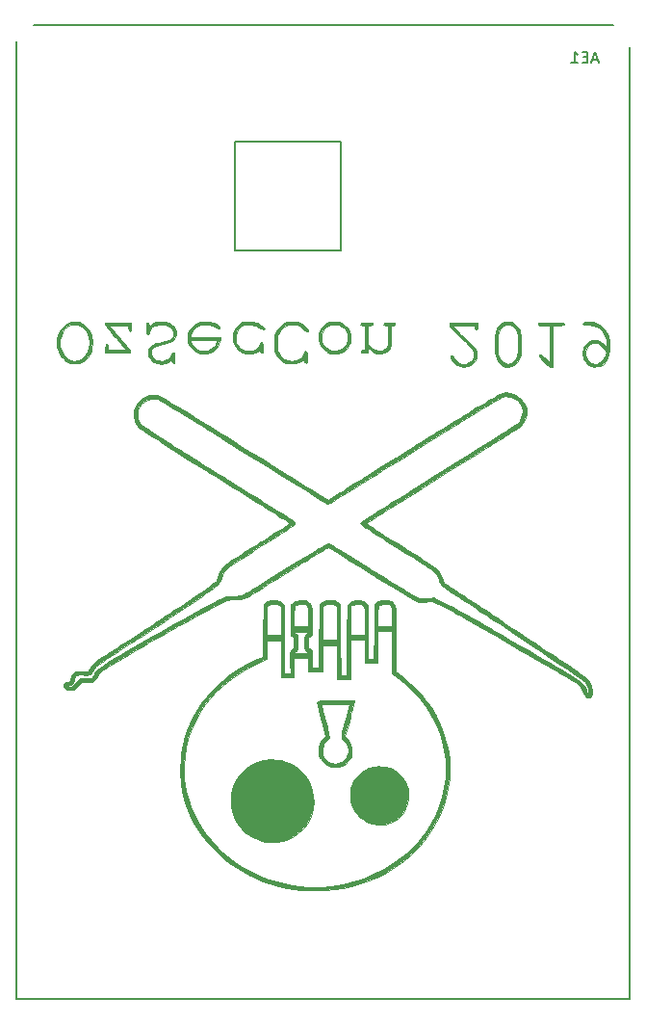
<source format=gbo>
G04 #@! TF.FileFunction,Legend,Bot*
%FSLAX46Y46*%
G04 Gerber Fmt 4.6, Leading zero omitted, Abs format (unit mm)*
G04 Created by KiCad (PCBNEW 4.0.7-e2-6376~58~ubuntu16.04.1) date Sat Mar  9 10:35:25 2019*
%MOMM*%
%LPD*%
G01*
G04 APERTURE LIST*
%ADD10C,0.100000*%
%ADD11C,0.150000*%
%ADD12C,0.010000*%
G04 APERTURE END LIST*
D10*
D11*
X193518000Y-25490000D02*
X193518000Y-35110000D01*
X193518000Y-35110000D02*
X184198000Y-35110000D01*
X184198000Y-25490000D02*
X184198000Y-35110000D01*
X193518000Y-25490000D02*
X184198000Y-25490000D01*
X164968000Y-16740000D02*
X164968000Y-100840000D01*
X217448000Y-15240000D02*
X166468000Y-15240000D01*
X218948000Y-17240000D02*
X218948000Y-100840000D01*
X218948000Y-100840000D02*
X164968000Y-100840000D01*
D12*
G36*
X170290044Y-45016385D02*
X170432678Y-45000587D01*
X170555568Y-44965748D01*
X170691042Y-44905663D01*
X170693272Y-44904569D01*
X170965084Y-44726639D01*
X171206023Y-44481538D01*
X171405530Y-44184290D01*
X171553047Y-43849916D01*
X171623817Y-43580602D01*
X171652536Y-43308538D01*
X171648419Y-43006658D01*
X171614042Y-42709663D01*
X171551978Y-42452252D01*
X171536964Y-42409878D01*
X171384185Y-42099805D01*
X171178700Y-41822120D01*
X170935107Y-41592182D01*
X170668003Y-41425347D01*
X170557738Y-41379683D01*
X170374282Y-41339368D01*
X170144912Y-41323212D01*
X169904771Y-41330912D01*
X169689001Y-41362166D01*
X169597211Y-41387939D01*
X169448004Y-41465068D01*
X169273385Y-41591960D01*
X169096101Y-41748745D01*
X168938900Y-41915552D01*
X168837042Y-42051984D01*
X168673995Y-42385669D01*
X168574737Y-42757828D01*
X168539874Y-43150576D01*
X168543714Y-43200973D01*
X168788971Y-43200973D01*
X168818323Y-42841956D01*
X168915951Y-42491074D01*
X169082298Y-42160546D01*
X169253323Y-41932332D01*
X169467045Y-41750076D01*
X169724041Y-41628946D01*
X170005537Y-41572460D01*
X170292759Y-41584136D01*
X170566935Y-41667492D01*
X170594921Y-41680904D01*
X170852082Y-41854577D01*
X171066329Y-42090819D01*
X171232619Y-42376474D01*
X171345906Y-42698385D01*
X171401147Y-43043396D01*
X171393296Y-43398350D01*
X171347834Y-43644623D01*
X171229230Y-43976969D01*
X171062657Y-44257053D01*
X170857121Y-44481146D01*
X170621627Y-44645518D01*
X170365179Y-44746439D01*
X170096784Y-44780178D01*
X169825446Y-44743006D01*
X169560171Y-44631192D01*
X169345466Y-44474036D01*
X169106143Y-44204658D01*
X168933324Y-43894543D01*
X168827452Y-43555909D01*
X168788971Y-43200973D01*
X168543714Y-43200973D01*
X168570011Y-43546027D01*
X168665755Y-43926295D01*
X168765594Y-44161088D01*
X168905697Y-44378441D01*
X169096105Y-44593841D01*
X169310713Y-44781331D01*
X169523419Y-44914951D01*
X169523834Y-44915151D01*
X169657846Y-44970497D01*
X169794857Y-45002484D01*
X169966279Y-45016838D01*
X170095334Y-45019350D01*
X170290044Y-45016385D01*
X170290044Y-45016385D01*
G37*
X170290044Y-45016385D02*
X170432678Y-45000587D01*
X170555568Y-44965748D01*
X170691042Y-44905663D01*
X170693272Y-44904569D01*
X170965084Y-44726639D01*
X171206023Y-44481538D01*
X171405530Y-44184290D01*
X171553047Y-43849916D01*
X171623817Y-43580602D01*
X171652536Y-43308538D01*
X171648419Y-43006658D01*
X171614042Y-42709663D01*
X171551978Y-42452252D01*
X171536964Y-42409878D01*
X171384185Y-42099805D01*
X171178700Y-41822120D01*
X170935107Y-41592182D01*
X170668003Y-41425347D01*
X170557738Y-41379683D01*
X170374282Y-41339368D01*
X170144912Y-41323212D01*
X169904771Y-41330912D01*
X169689001Y-41362166D01*
X169597211Y-41387939D01*
X169448004Y-41465068D01*
X169273385Y-41591960D01*
X169096101Y-41748745D01*
X168938900Y-41915552D01*
X168837042Y-42051984D01*
X168673995Y-42385669D01*
X168574737Y-42757828D01*
X168539874Y-43150576D01*
X168543714Y-43200973D01*
X168788971Y-43200973D01*
X168818323Y-42841956D01*
X168915951Y-42491074D01*
X169082298Y-42160546D01*
X169253323Y-41932332D01*
X169467045Y-41750076D01*
X169724041Y-41628946D01*
X170005537Y-41572460D01*
X170292759Y-41584136D01*
X170566935Y-41667492D01*
X170594921Y-41680904D01*
X170852082Y-41854577D01*
X171066329Y-42090819D01*
X171232619Y-42376474D01*
X171345906Y-42698385D01*
X171401147Y-43043396D01*
X171393296Y-43398350D01*
X171347834Y-43644623D01*
X171229230Y-43976969D01*
X171062657Y-44257053D01*
X170857121Y-44481146D01*
X170621627Y-44645518D01*
X170365179Y-44746439D01*
X170096784Y-44780178D01*
X169825446Y-44743006D01*
X169560171Y-44631192D01*
X169345466Y-44474036D01*
X169106143Y-44204658D01*
X168933324Y-43894543D01*
X168827452Y-43555909D01*
X168788971Y-43200973D01*
X168543714Y-43200973D01*
X168570011Y-43546027D01*
X168665755Y-43926295D01*
X168765594Y-44161088D01*
X168905697Y-44378441D01*
X169096105Y-44593841D01*
X169310713Y-44781331D01*
X169523419Y-44914951D01*
X169523834Y-44915151D01*
X169657846Y-44970497D01*
X169794857Y-45002484D01*
X169966279Y-45016838D01*
X170095334Y-45019350D01*
X170290044Y-45016385D01*
G36*
X178036094Y-44993228D02*
X178334027Y-44880808D01*
X178450761Y-44810769D01*
X178561742Y-44737745D01*
X178620190Y-44710985D01*
X178642900Y-44728152D01*
X178646667Y-44783484D01*
X178678394Y-44878505D01*
X178753469Y-44939306D01*
X178838068Y-44942346D01*
X178867391Y-44917907D01*
X178885473Y-44862031D01*
X178893947Y-44760025D01*
X178894447Y-44597198D01*
X178891524Y-44461360D01*
X178885603Y-44260620D01*
X178877997Y-44129632D01*
X178864898Y-44053507D01*
X178842501Y-44017357D01*
X178807002Y-44006292D01*
X178775006Y-44005500D01*
X178705977Y-44017960D01*
X178665116Y-44070154D01*
X178635151Y-44184307D01*
X178634838Y-44185890D01*
X178555684Y-44384032D01*
X178413130Y-44546350D01*
X178222067Y-44669253D01*
X177997385Y-44749150D01*
X177753974Y-44782451D01*
X177506725Y-44765566D01*
X177270527Y-44694905D01*
X177060272Y-44566877D01*
X177059017Y-44565844D01*
X176895614Y-44388725D01*
X176805991Y-44193844D01*
X176793016Y-43992983D01*
X176859557Y-43797925D01*
X176868438Y-43782864D01*
X176976575Y-43649702D01*
X177127201Y-43546256D01*
X177335499Y-43464139D01*
X177542059Y-43410758D01*
X177900274Y-43325105D01*
X178209976Y-43238076D01*
X178461476Y-43152843D01*
X178645085Y-43072580D01*
X178725006Y-43023385D01*
X178886860Y-42850226D01*
X178986576Y-42636064D01*
X179024100Y-42397461D01*
X178999377Y-42150983D01*
X178912354Y-41913193D01*
X178762975Y-41700655D01*
X178729460Y-41666358D01*
X178547072Y-41516312D01*
X178350140Y-41415641D01*
X178117176Y-41356583D01*
X177826691Y-41331375D01*
X177800000Y-41330579D01*
X177611541Y-41329474D01*
X177444786Y-41335430D01*
X177325113Y-41347247D01*
X177292000Y-41354599D01*
X177118027Y-41425275D01*
X176946286Y-41517571D01*
X176808517Y-41613390D01*
X176762834Y-41656358D01*
X176678167Y-41750391D01*
X176657000Y-41612330D01*
X176619453Y-41497949D01*
X176558505Y-41425111D01*
X176491659Y-41407669D01*
X176444777Y-41444334D01*
X176427561Y-41511888D01*
X176413846Y-41642598D01*
X176405427Y-41814971D01*
X176403648Y-41936567D01*
X176406469Y-42147671D01*
X176416956Y-42288851D01*
X176437007Y-42374653D01*
X176466500Y-42418000D01*
X176545344Y-42441137D01*
X176616677Y-42399124D01*
X176655363Y-42309627D01*
X176657000Y-42284131D01*
X176686910Y-42154980D01*
X176763961Y-42004915D01*
X176869139Y-41865856D01*
X176950680Y-41791149D01*
X177200978Y-41655231D01*
X177497428Y-41583991D01*
X177715334Y-41571334D01*
X178026474Y-41600266D01*
X178292641Y-41683098D01*
X178506581Y-41813885D01*
X178661039Y-41986684D01*
X178748763Y-42195549D01*
X178762959Y-42429882D01*
X178739492Y-42573282D01*
X178689315Y-42678284D01*
X178592005Y-42785305D01*
X178575542Y-42800808D01*
X178505262Y-42861773D01*
X178432104Y-42910531D01*
X178340605Y-42952942D01*
X178215301Y-42994865D01*
X178040728Y-43042163D01*
X177801422Y-43100695D01*
X177755162Y-43111715D01*
X177516343Y-43171949D01*
X177293588Y-43234435D01*
X177106024Y-43293352D01*
X176972779Y-43342879D01*
X176933419Y-43361783D01*
X176736245Y-43515029D01*
X176605438Y-43706043D01*
X176539676Y-43921736D01*
X176537633Y-44149018D01*
X176597988Y-44374803D01*
X176719415Y-44586000D01*
X176900592Y-44769521D01*
X177087716Y-44887641D01*
X177395844Y-44997609D01*
X177717668Y-45032483D01*
X178036094Y-44993228D01*
X178036094Y-44993228D01*
G37*
X178036094Y-44993228D02*
X178334027Y-44880808D01*
X178450761Y-44810769D01*
X178561742Y-44737745D01*
X178620190Y-44710985D01*
X178642900Y-44728152D01*
X178646667Y-44783484D01*
X178678394Y-44878505D01*
X178753469Y-44939306D01*
X178838068Y-44942346D01*
X178867391Y-44917907D01*
X178885473Y-44862031D01*
X178893947Y-44760025D01*
X178894447Y-44597198D01*
X178891524Y-44461360D01*
X178885603Y-44260620D01*
X178877997Y-44129632D01*
X178864898Y-44053507D01*
X178842501Y-44017357D01*
X178807002Y-44006292D01*
X178775006Y-44005500D01*
X178705977Y-44017960D01*
X178665116Y-44070154D01*
X178635151Y-44184307D01*
X178634838Y-44185890D01*
X178555684Y-44384032D01*
X178413130Y-44546350D01*
X178222067Y-44669253D01*
X177997385Y-44749150D01*
X177753974Y-44782451D01*
X177506725Y-44765566D01*
X177270527Y-44694905D01*
X177060272Y-44566877D01*
X177059017Y-44565844D01*
X176895614Y-44388725D01*
X176805991Y-44193844D01*
X176793016Y-43992983D01*
X176859557Y-43797925D01*
X176868438Y-43782864D01*
X176976575Y-43649702D01*
X177127201Y-43546256D01*
X177335499Y-43464139D01*
X177542059Y-43410758D01*
X177900274Y-43325105D01*
X178209976Y-43238076D01*
X178461476Y-43152843D01*
X178645085Y-43072580D01*
X178725006Y-43023385D01*
X178886860Y-42850226D01*
X178986576Y-42636064D01*
X179024100Y-42397461D01*
X178999377Y-42150983D01*
X178912354Y-41913193D01*
X178762975Y-41700655D01*
X178729460Y-41666358D01*
X178547072Y-41516312D01*
X178350140Y-41415641D01*
X178117176Y-41356583D01*
X177826691Y-41331375D01*
X177800000Y-41330579D01*
X177611541Y-41329474D01*
X177444786Y-41335430D01*
X177325113Y-41347247D01*
X177292000Y-41354599D01*
X177118027Y-41425275D01*
X176946286Y-41517571D01*
X176808517Y-41613390D01*
X176762834Y-41656358D01*
X176678167Y-41750391D01*
X176657000Y-41612330D01*
X176619453Y-41497949D01*
X176558505Y-41425111D01*
X176491659Y-41407669D01*
X176444777Y-41444334D01*
X176427561Y-41511888D01*
X176413846Y-41642598D01*
X176405427Y-41814971D01*
X176403648Y-41936567D01*
X176406469Y-42147671D01*
X176416956Y-42288851D01*
X176437007Y-42374653D01*
X176466500Y-42418000D01*
X176545344Y-42441137D01*
X176616677Y-42399124D01*
X176655363Y-42309627D01*
X176657000Y-42284131D01*
X176686910Y-42154980D01*
X176763961Y-42004915D01*
X176869139Y-41865856D01*
X176950680Y-41791149D01*
X177200978Y-41655231D01*
X177497428Y-41583991D01*
X177715334Y-41571334D01*
X178026474Y-41600266D01*
X178292641Y-41683098D01*
X178506581Y-41813885D01*
X178661039Y-41986684D01*
X178748763Y-42195549D01*
X178762959Y-42429882D01*
X178739492Y-42573282D01*
X178689315Y-42678284D01*
X178592005Y-42785305D01*
X178575542Y-42800808D01*
X178505262Y-42861773D01*
X178432104Y-42910531D01*
X178340605Y-42952942D01*
X178215301Y-42994865D01*
X178040728Y-43042163D01*
X177801422Y-43100695D01*
X177755162Y-43111715D01*
X177516343Y-43171949D01*
X177293588Y-43234435D01*
X177106024Y-43293352D01*
X176972779Y-43342879D01*
X176933419Y-43361783D01*
X176736245Y-43515029D01*
X176605438Y-43706043D01*
X176539676Y-43921736D01*
X176537633Y-44149018D01*
X176597988Y-44374803D01*
X176719415Y-44586000D01*
X176900592Y-44769521D01*
X177087716Y-44887641D01*
X177395844Y-44997609D01*
X177717668Y-45032483D01*
X178036094Y-44993228D01*
G36*
X181751494Y-44115472D02*
X182005190Y-44061529D01*
X182223520Y-43960596D01*
X182428249Y-43804537D01*
X182502387Y-43733720D01*
X182676656Y-43531015D01*
X182796256Y-43316667D01*
X182873720Y-43063987D01*
X182906533Y-42873084D01*
X182933842Y-42672000D01*
X180297667Y-42672000D01*
X180298080Y-42576750D01*
X180326739Y-42436722D01*
X180401676Y-42265678D01*
X180507842Y-42090970D01*
X180630184Y-41939951D01*
X180669495Y-41901812D01*
X180845976Y-41757683D01*
X181010302Y-41664473D01*
X181192485Y-41610181D01*
X181422540Y-41582808D01*
X181475432Y-41579589D01*
X181878147Y-41592852D01*
X182243615Y-41677318D01*
X182565395Y-41831494D01*
X182566338Y-41832092D01*
X182720816Y-41913682D01*
X182823082Y-41929127D01*
X182873783Y-41878422D01*
X182880000Y-41828817D01*
X182840448Y-41737362D01*
X182729219Y-41636421D01*
X182557456Y-41534099D01*
X182350834Y-41443924D01*
X182170207Y-41388710D01*
X181963461Y-41353254D01*
X181703922Y-41333248D01*
X181652334Y-41331062D01*
X181441490Y-41325236D01*
X181289898Y-41328940D01*
X181172391Y-41345230D01*
X181063803Y-41377164D01*
X180971878Y-41413725D01*
X180653687Y-41586941D01*
X180397386Y-41813491D01*
X180296251Y-41939691D01*
X180159865Y-42169015D01*
X180079004Y-42411160D01*
X180045630Y-42693424D01*
X180043667Y-42797561D01*
X180049089Y-42986630D01*
X180055392Y-43027763D01*
X180296811Y-43027763D01*
X180315763Y-42986722D01*
X180372210Y-42958427D01*
X180474056Y-42940530D01*
X180629206Y-42930686D01*
X180845564Y-42926547D01*
X181131036Y-42925767D01*
X181480045Y-42926000D01*
X182662423Y-42926000D01*
X182624977Y-43056568D01*
X182504717Y-43332909D01*
X182322902Y-43560494D01*
X182090884Y-43733619D01*
X181820011Y-43846578D01*
X181521634Y-43893666D01*
X181207103Y-43869180D01*
X181073533Y-43836363D01*
X180852835Y-43735209D01*
X180640836Y-43575915D01*
X180465952Y-43382679D01*
X180385879Y-43250825D01*
X180339774Y-43157468D01*
X180307450Y-43083896D01*
X180296811Y-43027763D01*
X180055392Y-43027763D01*
X180071061Y-43130016D01*
X180118146Y-43266326D01*
X180173864Y-43384691D01*
X180356072Y-43659878D01*
X180602209Y-43881792D01*
X180872539Y-44034624D01*
X181015823Y-44087894D01*
X181171692Y-44117842D01*
X181371361Y-44129738D01*
X181440667Y-44130558D01*
X181751494Y-44115472D01*
X181751494Y-44115472D01*
G37*
X181751494Y-44115472D02*
X182005190Y-44061529D01*
X182223520Y-43960596D01*
X182428249Y-43804537D01*
X182502387Y-43733720D01*
X182676656Y-43531015D01*
X182796256Y-43316667D01*
X182873720Y-43063987D01*
X182906533Y-42873084D01*
X182933842Y-42672000D01*
X180297667Y-42672000D01*
X180298080Y-42576750D01*
X180326739Y-42436722D01*
X180401676Y-42265678D01*
X180507842Y-42090970D01*
X180630184Y-41939951D01*
X180669495Y-41901812D01*
X180845976Y-41757683D01*
X181010302Y-41664473D01*
X181192485Y-41610181D01*
X181422540Y-41582808D01*
X181475432Y-41579589D01*
X181878147Y-41592852D01*
X182243615Y-41677318D01*
X182565395Y-41831494D01*
X182566338Y-41832092D01*
X182720816Y-41913682D01*
X182823082Y-41929127D01*
X182873783Y-41878422D01*
X182880000Y-41828817D01*
X182840448Y-41737362D01*
X182729219Y-41636421D01*
X182557456Y-41534099D01*
X182350834Y-41443924D01*
X182170207Y-41388710D01*
X181963461Y-41353254D01*
X181703922Y-41333248D01*
X181652334Y-41331062D01*
X181441490Y-41325236D01*
X181289898Y-41328940D01*
X181172391Y-41345230D01*
X181063803Y-41377164D01*
X180971878Y-41413725D01*
X180653687Y-41586941D01*
X180397386Y-41813491D01*
X180296251Y-41939691D01*
X180159865Y-42169015D01*
X180079004Y-42411160D01*
X180045630Y-42693424D01*
X180043667Y-42797561D01*
X180049089Y-42986630D01*
X180055392Y-43027763D01*
X180296811Y-43027763D01*
X180315763Y-42986722D01*
X180372210Y-42958427D01*
X180474056Y-42940530D01*
X180629206Y-42930686D01*
X180845564Y-42926547D01*
X181131036Y-42925767D01*
X181480045Y-42926000D01*
X182662423Y-42926000D01*
X182624977Y-43056568D01*
X182504717Y-43332909D01*
X182322902Y-43560494D01*
X182090884Y-43733619D01*
X181820011Y-43846578D01*
X181521634Y-43893666D01*
X181207103Y-43869180D01*
X181073533Y-43836363D01*
X180852835Y-43735209D01*
X180640836Y-43575915D01*
X180465952Y-43382679D01*
X180385879Y-43250825D01*
X180339774Y-43157468D01*
X180307450Y-43083896D01*
X180296811Y-43027763D01*
X180055392Y-43027763D01*
X180071061Y-43130016D01*
X180118146Y-43266326D01*
X180173864Y-43384691D01*
X180356072Y-43659878D01*
X180602209Y-43881792D01*
X180872539Y-44034624D01*
X181015823Y-44087894D01*
X181171692Y-44117842D01*
X181371361Y-44129738D01*
X181440667Y-44130558D01*
X181751494Y-44115472D01*
G36*
X185696764Y-44115812D02*
X185940318Y-44065394D01*
X186154157Y-43971369D01*
X186274809Y-43893869D01*
X186354659Y-43839857D01*
X186387178Y-43835063D01*
X186393632Y-43879082D01*
X186393667Y-43891601D01*
X186424992Y-43988315D01*
X186499506Y-44050056D01*
X186585117Y-44053327D01*
X186615055Y-44028296D01*
X186633201Y-43971130D01*
X186641303Y-43866793D01*
X186641108Y-43700252D01*
X186638573Y-43593508D01*
X186632041Y-43397670D01*
X186623080Y-43270815D01*
X186608016Y-43197268D01*
X186583176Y-43161352D01*
X186544884Y-43147394D01*
X186533592Y-43145613D01*
X186467692Y-43152246D01*
X186424620Y-43208994D01*
X186397058Y-43293780D01*
X186327526Y-43478246D01*
X186222036Y-43614152D01*
X186059099Y-43726895D01*
X186007592Y-43754072D01*
X185734623Y-43852550D01*
X185441600Y-43889732D01*
X185149717Y-43867224D01*
X184880170Y-43786636D01*
X184656577Y-43651590D01*
X184550729Y-43542406D01*
X184440661Y-43396146D01*
X184382076Y-43300886D01*
X184318817Y-43176310D01*
X184281375Y-43066531D01*
X184263302Y-42941041D01*
X184258152Y-42769331D01*
X184258131Y-42714334D01*
X184274076Y-42446086D01*
X184327258Y-42233732D01*
X184428153Y-42052840D01*
X184587233Y-41878981D01*
X184634638Y-41836110D01*
X184823344Y-41699906D01*
X185030013Y-41615850D01*
X185275281Y-41578012D01*
X185533285Y-41577941D01*
X185744859Y-41596354D01*
X185916257Y-41635302D01*
X186091422Y-41705725D01*
X186139667Y-41728900D01*
X186299513Y-41813583D01*
X186447307Y-41902349D01*
X186544868Y-41971271D01*
X186635768Y-42037587D01*
X186696861Y-42050721D01*
X186750978Y-42022913D01*
X186802052Y-41966728D01*
X186784247Y-41899293D01*
X186775165Y-41884196D01*
X186675939Y-41773360D01*
X186519959Y-41652412D01*
X186331207Y-41536745D01*
X186133662Y-41441754D01*
X186024125Y-41402080D01*
X185802469Y-41352379D01*
X185549118Y-41324882D01*
X185293128Y-41320276D01*
X185063557Y-41339243D01*
X184907017Y-41375778D01*
X184595679Y-41528004D01*
X184344677Y-41738377D01*
X184157487Y-42002314D01*
X184037584Y-42315230D01*
X183993820Y-42580306D01*
X184003098Y-42931904D01*
X184087440Y-43259303D01*
X184240994Y-43552216D01*
X184457910Y-43800355D01*
X184732336Y-43993434D01*
X184822976Y-44038171D01*
X184959890Y-44087331D01*
X185118541Y-44115885D01*
X185326133Y-44128135D01*
X185398834Y-44129248D01*
X185696764Y-44115812D01*
X185696764Y-44115812D01*
G37*
X185696764Y-44115812D02*
X185940318Y-44065394D01*
X186154157Y-43971369D01*
X186274809Y-43893869D01*
X186354659Y-43839857D01*
X186387178Y-43835063D01*
X186393632Y-43879082D01*
X186393667Y-43891601D01*
X186424992Y-43988315D01*
X186499506Y-44050056D01*
X186585117Y-44053327D01*
X186615055Y-44028296D01*
X186633201Y-43971130D01*
X186641303Y-43866793D01*
X186641108Y-43700252D01*
X186638573Y-43593508D01*
X186632041Y-43397670D01*
X186623080Y-43270815D01*
X186608016Y-43197268D01*
X186583176Y-43161352D01*
X186544884Y-43147394D01*
X186533592Y-43145613D01*
X186467692Y-43152246D01*
X186424620Y-43208994D01*
X186397058Y-43293780D01*
X186327526Y-43478246D01*
X186222036Y-43614152D01*
X186059099Y-43726895D01*
X186007592Y-43754072D01*
X185734623Y-43852550D01*
X185441600Y-43889732D01*
X185149717Y-43867224D01*
X184880170Y-43786636D01*
X184656577Y-43651590D01*
X184550729Y-43542406D01*
X184440661Y-43396146D01*
X184382076Y-43300886D01*
X184318817Y-43176310D01*
X184281375Y-43066531D01*
X184263302Y-42941041D01*
X184258152Y-42769331D01*
X184258131Y-42714334D01*
X184274076Y-42446086D01*
X184327258Y-42233732D01*
X184428153Y-42052840D01*
X184587233Y-41878981D01*
X184634638Y-41836110D01*
X184823344Y-41699906D01*
X185030013Y-41615850D01*
X185275281Y-41578012D01*
X185533285Y-41577941D01*
X185744859Y-41596354D01*
X185916257Y-41635302D01*
X186091422Y-41705725D01*
X186139667Y-41728900D01*
X186299513Y-41813583D01*
X186447307Y-41902349D01*
X186544868Y-41971271D01*
X186635768Y-42037587D01*
X186696861Y-42050721D01*
X186750978Y-42022913D01*
X186802052Y-41966728D01*
X186784247Y-41899293D01*
X186775165Y-41884196D01*
X186675939Y-41773360D01*
X186519959Y-41652412D01*
X186331207Y-41536745D01*
X186133662Y-41441754D01*
X186024125Y-41402080D01*
X185802469Y-41352379D01*
X185549118Y-41324882D01*
X185293128Y-41320276D01*
X185063557Y-41339243D01*
X184907017Y-41375778D01*
X184595679Y-41528004D01*
X184344677Y-41738377D01*
X184157487Y-42002314D01*
X184037584Y-42315230D01*
X183993820Y-42580306D01*
X184003098Y-42931904D01*
X184087440Y-43259303D01*
X184240994Y-43552216D01*
X184457910Y-43800355D01*
X184732336Y-43993434D01*
X184822976Y-44038171D01*
X184959890Y-44087331D01*
X185118541Y-44115885D01*
X185326133Y-44128135D01*
X185398834Y-44129248D01*
X185696764Y-44115812D01*
G36*
X189165610Y-45018873D02*
X189500396Y-44994911D01*
X189781728Y-44923917D01*
X190030356Y-44799625D01*
X190135170Y-44726109D01*
X190288334Y-44609285D01*
X190288334Y-44736126D01*
X190313885Y-44856770D01*
X190378891Y-44933375D01*
X190465875Y-44946918D01*
X190478294Y-44942899D01*
X190509587Y-44890560D01*
X190531709Y-44775125D01*
X190544650Y-44617666D01*
X190548398Y-44439258D01*
X190542943Y-44260974D01*
X190528271Y-44103886D01*
X190504373Y-43989069D01*
X190478834Y-43942000D01*
X190400059Y-43918323D01*
X190329664Y-43960996D01*
X190290458Y-44052939D01*
X190288175Y-44084767D01*
X190248508Y-44238251D01*
X190139784Y-44392369D01*
X189976637Y-44534926D01*
X189773698Y-44653724D01*
X189545600Y-44736565D01*
X189491001Y-44749275D01*
X189154331Y-44779329D01*
X188836879Y-44729486D01*
X188546548Y-44603754D01*
X188291242Y-44406144D01*
X188078866Y-44140664D01*
X187994392Y-43990096D01*
X187954943Y-43902819D01*
X187927768Y-43815625D01*
X187910631Y-43710395D01*
X187901295Y-43569008D01*
X187897522Y-43373344D01*
X187896992Y-43201167D01*
X187898239Y-42958951D01*
X187903495Y-42783188D01*
X187915034Y-42655686D01*
X187935129Y-42558250D01*
X187966053Y-42472684D01*
X187995989Y-42408842D01*
X188177383Y-42123815D01*
X188411881Y-41879813D01*
X188643455Y-41718074D01*
X188755791Y-41659668D01*
X188854011Y-41622796D01*
X188963414Y-41602570D01*
X189109296Y-41594104D01*
X189293500Y-41592500D01*
X189522948Y-41597250D01*
X189697468Y-41618109D01*
X189841772Y-41664992D01*
X189980573Y-41747816D01*
X190138584Y-41876494D01*
X190248265Y-41975582D01*
X190410650Y-42109891D01*
X190527943Y-42172842D01*
X190600035Y-42164405D01*
X190626816Y-42084553D01*
X190627000Y-42073859D01*
X190592458Y-41977368D01*
X190499488Y-41855722D01*
X190364074Y-41724154D01*
X190202202Y-41597898D01*
X190029856Y-41492186D01*
X190001496Y-41477763D01*
X189849753Y-41408659D01*
X189717056Y-41365975D01*
X189570606Y-41342337D01*
X189377603Y-41330367D01*
X189340140Y-41329040D01*
X189073010Y-41330271D01*
X188874154Y-41353314D01*
X188800071Y-41373916D01*
X188471817Y-41537299D01*
X188174839Y-41764703D01*
X187926789Y-42040062D01*
X187755956Y-42324102D01*
X187711175Y-42424796D01*
X187680015Y-42515578D01*
X187660022Y-42614963D01*
X187648743Y-42741465D01*
X187643723Y-42913600D01*
X187642507Y-43149881D01*
X187642500Y-43180000D01*
X187642500Y-43793834D01*
X187795182Y-44113532D01*
X187937196Y-44379049D01*
X188084347Y-44579878D01*
X188254163Y-44735087D01*
X188464169Y-44863745D01*
X188502482Y-44883047D01*
X188648351Y-44950937D01*
X188767734Y-44991937D01*
X188891987Y-45012468D01*
X189052464Y-45018953D01*
X189165610Y-45018873D01*
X189165610Y-45018873D01*
G37*
X189165610Y-45018873D02*
X189500396Y-44994911D01*
X189781728Y-44923917D01*
X190030356Y-44799625D01*
X190135170Y-44726109D01*
X190288334Y-44609285D01*
X190288334Y-44736126D01*
X190313885Y-44856770D01*
X190378891Y-44933375D01*
X190465875Y-44946918D01*
X190478294Y-44942899D01*
X190509587Y-44890560D01*
X190531709Y-44775125D01*
X190544650Y-44617666D01*
X190548398Y-44439258D01*
X190542943Y-44260974D01*
X190528271Y-44103886D01*
X190504373Y-43989069D01*
X190478834Y-43942000D01*
X190400059Y-43918323D01*
X190329664Y-43960996D01*
X190290458Y-44052939D01*
X190288175Y-44084767D01*
X190248508Y-44238251D01*
X190139784Y-44392369D01*
X189976637Y-44534926D01*
X189773698Y-44653724D01*
X189545600Y-44736565D01*
X189491001Y-44749275D01*
X189154331Y-44779329D01*
X188836879Y-44729486D01*
X188546548Y-44603754D01*
X188291242Y-44406144D01*
X188078866Y-44140664D01*
X187994392Y-43990096D01*
X187954943Y-43902819D01*
X187927768Y-43815625D01*
X187910631Y-43710395D01*
X187901295Y-43569008D01*
X187897522Y-43373344D01*
X187896992Y-43201167D01*
X187898239Y-42958951D01*
X187903495Y-42783188D01*
X187915034Y-42655686D01*
X187935129Y-42558250D01*
X187966053Y-42472684D01*
X187995989Y-42408842D01*
X188177383Y-42123815D01*
X188411881Y-41879813D01*
X188643455Y-41718074D01*
X188755791Y-41659668D01*
X188854011Y-41622796D01*
X188963414Y-41602570D01*
X189109296Y-41594104D01*
X189293500Y-41592500D01*
X189522948Y-41597250D01*
X189697468Y-41618109D01*
X189841772Y-41664992D01*
X189980573Y-41747816D01*
X190138584Y-41876494D01*
X190248265Y-41975582D01*
X190410650Y-42109891D01*
X190527943Y-42172842D01*
X190600035Y-42164405D01*
X190626816Y-42084553D01*
X190627000Y-42073859D01*
X190592458Y-41977368D01*
X190499488Y-41855722D01*
X190364074Y-41724154D01*
X190202202Y-41597898D01*
X190029856Y-41492186D01*
X190001496Y-41477763D01*
X189849753Y-41408659D01*
X189717056Y-41365975D01*
X189570606Y-41342337D01*
X189377603Y-41330367D01*
X189340140Y-41329040D01*
X189073010Y-41330271D01*
X188874154Y-41353314D01*
X188800071Y-41373916D01*
X188471817Y-41537299D01*
X188174839Y-41764703D01*
X187926789Y-42040062D01*
X187755956Y-42324102D01*
X187711175Y-42424796D01*
X187680015Y-42515578D01*
X187660022Y-42614963D01*
X187648743Y-42741465D01*
X187643723Y-42913600D01*
X187642507Y-43149881D01*
X187642500Y-43180000D01*
X187642500Y-43793834D01*
X187795182Y-44113532D01*
X187937196Y-44379049D01*
X188084347Y-44579878D01*
X188254163Y-44735087D01*
X188464169Y-44863745D01*
X188502482Y-44883047D01*
X188648351Y-44950937D01*
X188767734Y-44991937D01*
X188891987Y-45012468D01*
X189052464Y-45018953D01*
X189165610Y-45018873D01*
G36*
X193241930Y-44115730D02*
X193517471Y-44036878D01*
X193549932Y-44022387D01*
X193820975Y-43866645D01*
X194031642Y-43674716D01*
X194204978Y-43424863D01*
X194228360Y-43382575D01*
X194298287Y-43245839D01*
X194340939Y-43133907D01*
X194363018Y-43016655D01*
X194371224Y-42863957D01*
X194372288Y-42735500D01*
X194352539Y-42422648D01*
X194287088Y-42165574D01*
X194168034Y-41944297D01*
X193987480Y-41738839D01*
X193972793Y-41724962D01*
X193765066Y-41549367D01*
X193570661Y-41433731D01*
X193360569Y-41366051D01*
X193105787Y-41334318D01*
X193018834Y-41330105D01*
X192753606Y-41330635D01*
X192556488Y-41353325D01*
X192484683Y-41373361D01*
X192180990Y-41528186D01*
X191917005Y-41745217D01*
X191709204Y-42009323D01*
X191629464Y-42158819D01*
X191559087Y-42393504D01*
X191532418Y-42668362D01*
X191537436Y-42754168D01*
X191778129Y-42754168D01*
X191806968Y-42453980D01*
X191915766Y-42177237D01*
X192102632Y-41929423D01*
X192278000Y-41776751D01*
X192433972Y-41675904D01*
X192588249Y-41614956D01*
X192768185Y-41586894D01*
X193001136Y-41584704D01*
X193024027Y-41585477D01*
X193207619Y-41595879D01*
X193337985Y-41616798D01*
X193446541Y-41656771D01*
X193564706Y-41724333D01*
X193586739Y-41738360D01*
X193825000Y-41937909D01*
X194007923Y-42188389D01*
X194097518Y-42392375D01*
X194131305Y-42586844D01*
X194128274Y-42818383D01*
X194091703Y-43049491D01*
X194024870Y-43242667D01*
X194022859Y-43246648D01*
X193856877Y-43483776D01*
X193631628Y-43678362D01*
X193366834Y-43818339D01*
X193082218Y-43891644D01*
X192955334Y-43899667D01*
X192666915Y-43860292D01*
X192395822Y-43749762D01*
X192157540Y-43579474D01*
X191967552Y-43360823D01*
X191841344Y-43105205D01*
X191831141Y-43072318D01*
X191778129Y-42754168D01*
X191537436Y-42754168D01*
X191548969Y-42951350D01*
X191608250Y-43210427D01*
X191646993Y-43307000D01*
X191817681Y-43579498D01*
X192048364Y-43817639D01*
X192316067Y-43998490D01*
X192362667Y-44021450D01*
X192633699Y-44107991D01*
X192937063Y-44139426D01*
X193241930Y-44115730D01*
X193241930Y-44115730D01*
G37*
X193241930Y-44115730D02*
X193517471Y-44036878D01*
X193549932Y-44022387D01*
X193820975Y-43866645D01*
X194031642Y-43674716D01*
X194204978Y-43424863D01*
X194228360Y-43382575D01*
X194298287Y-43245839D01*
X194340939Y-43133907D01*
X194363018Y-43016655D01*
X194371224Y-42863957D01*
X194372288Y-42735500D01*
X194352539Y-42422648D01*
X194287088Y-42165574D01*
X194168034Y-41944297D01*
X193987480Y-41738839D01*
X193972793Y-41724962D01*
X193765066Y-41549367D01*
X193570661Y-41433731D01*
X193360569Y-41366051D01*
X193105787Y-41334318D01*
X193018834Y-41330105D01*
X192753606Y-41330635D01*
X192556488Y-41353325D01*
X192484683Y-41373361D01*
X192180990Y-41528186D01*
X191917005Y-41745217D01*
X191709204Y-42009323D01*
X191629464Y-42158819D01*
X191559087Y-42393504D01*
X191532418Y-42668362D01*
X191537436Y-42754168D01*
X191778129Y-42754168D01*
X191806968Y-42453980D01*
X191915766Y-42177237D01*
X192102632Y-41929423D01*
X192278000Y-41776751D01*
X192433972Y-41675904D01*
X192588249Y-41614956D01*
X192768185Y-41586894D01*
X193001136Y-41584704D01*
X193024027Y-41585477D01*
X193207619Y-41595879D01*
X193337985Y-41616798D01*
X193446541Y-41656771D01*
X193564706Y-41724333D01*
X193586739Y-41738360D01*
X193825000Y-41937909D01*
X194007923Y-42188389D01*
X194097518Y-42392375D01*
X194131305Y-42586844D01*
X194128274Y-42818383D01*
X194091703Y-43049491D01*
X194024870Y-43242667D01*
X194022859Y-43246648D01*
X193856877Y-43483776D01*
X193631628Y-43678362D01*
X193366834Y-43818339D01*
X193082218Y-43891644D01*
X192955334Y-43899667D01*
X192666915Y-43860292D01*
X192395822Y-43749762D01*
X192157540Y-43579474D01*
X191967552Y-43360823D01*
X191841344Y-43105205D01*
X191831141Y-43072318D01*
X191778129Y-42754168D01*
X191537436Y-42754168D01*
X191548969Y-42951350D01*
X191608250Y-43210427D01*
X191646993Y-43307000D01*
X191817681Y-43579498D01*
X192048364Y-43817639D01*
X192316067Y-43998490D01*
X192362667Y-44021450D01*
X192633699Y-44107991D01*
X192937063Y-44139426D01*
X193241930Y-44115730D01*
G36*
X208523626Y-45236683D02*
X208760342Y-45111031D01*
X208970366Y-44920257D01*
X209142768Y-44667323D01*
X209185465Y-44579885D01*
X209259964Y-44394018D01*
X209314125Y-44205814D01*
X209350102Y-43998568D01*
X209370054Y-43755574D01*
X209376136Y-43460126D01*
X209371589Y-43137868D01*
X209358949Y-42803778D01*
X209336710Y-42537115D01*
X209300796Y-42320818D01*
X209247134Y-42137827D01*
X209171648Y-41971082D01*
X209070265Y-41803525D01*
X209043451Y-41763943D01*
X208871929Y-41557174D01*
X208682938Y-41422397D01*
X208456125Y-41348509D01*
X208240762Y-41326035D01*
X208067188Y-41322770D01*
X207945092Y-41334022D01*
X207841613Y-41366839D01*
X207723893Y-41428268D01*
X207700296Y-41441949D01*
X207493502Y-41591354D01*
X207328878Y-41777836D01*
X207202941Y-42010000D01*
X207112205Y-42296448D01*
X207053186Y-42645785D01*
X207022399Y-43066614D01*
X207020500Y-43120321D01*
X207019894Y-43264667D01*
X207286976Y-43264667D01*
X207288624Y-42989037D01*
X207293089Y-42781978D01*
X207301956Y-42627404D01*
X207316812Y-42509230D01*
X207339242Y-42411370D01*
X207370834Y-42317737D01*
X207383601Y-42284870D01*
X207511891Y-42018268D01*
X207659730Y-41808715D01*
X207818055Y-41668363D01*
X207861759Y-41643745D01*
X208044209Y-41587562D01*
X208251150Y-41574598D01*
X208446622Y-41604400D01*
X208560847Y-41652555D01*
X208746599Y-41812116D01*
X208906939Y-42045584D01*
X209011328Y-42275991D01*
X209045298Y-42374493D01*
X209069940Y-42472143D01*
X209086728Y-42584859D01*
X209097139Y-42728563D01*
X209102648Y-42919175D01*
X209104732Y-43172614D01*
X209104930Y-43285834D01*
X209102306Y-43615072D01*
X209091769Y-43875594D01*
X209070145Y-44083217D01*
X209034263Y-44253756D01*
X208980951Y-44403030D01*
X208907036Y-44546856D01*
X208826154Y-44675862D01*
X208655719Y-44866799D01*
X208454174Y-44986252D01*
X208235686Y-45034284D01*
X208014420Y-45010956D01*
X207804541Y-44916329D01*
X207620216Y-44750466D01*
X207560871Y-44670365D01*
X207467219Y-44515871D01*
X207396840Y-44362991D01*
X207346705Y-44196183D01*
X207313787Y-43999910D01*
X207295059Y-43758629D01*
X207287491Y-43456803D01*
X207286976Y-43264667D01*
X207019894Y-43264667D01*
X207018564Y-43581281D01*
X207046336Y-43971278D01*
X207106265Y-44299503D01*
X207200794Y-44575150D01*
X207332371Y-44807412D01*
X207503443Y-45005481D01*
X207528353Y-45028870D01*
X207762578Y-45193308D01*
X208013817Y-45280783D01*
X208271141Y-45294254D01*
X208523626Y-45236683D01*
X208523626Y-45236683D01*
G37*
X208523626Y-45236683D02*
X208760342Y-45111031D01*
X208970366Y-44920257D01*
X209142768Y-44667323D01*
X209185465Y-44579885D01*
X209259964Y-44394018D01*
X209314125Y-44205814D01*
X209350102Y-43998568D01*
X209370054Y-43755574D01*
X209376136Y-43460126D01*
X209371589Y-43137868D01*
X209358949Y-42803778D01*
X209336710Y-42537115D01*
X209300796Y-42320818D01*
X209247134Y-42137827D01*
X209171648Y-41971082D01*
X209070265Y-41803525D01*
X209043451Y-41763943D01*
X208871929Y-41557174D01*
X208682938Y-41422397D01*
X208456125Y-41348509D01*
X208240762Y-41326035D01*
X208067188Y-41322770D01*
X207945092Y-41334022D01*
X207841613Y-41366839D01*
X207723893Y-41428268D01*
X207700296Y-41441949D01*
X207493502Y-41591354D01*
X207328878Y-41777836D01*
X207202941Y-42010000D01*
X207112205Y-42296448D01*
X207053186Y-42645785D01*
X207022399Y-43066614D01*
X207020500Y-43120321D01*
X207019894Y-43264667D01*
X207286976Y-43264667D01*
X207288624Y-42989037D01*
X207293089Y-42781978D01*
X207301956Y-42627404D01*
X207316812Y-42509230D01*
X207339242Y-42411370D01*
X207370834Y-42317737D01*
X207383601Y-42284870D01*
X207511891Y-42018268D01*
X207659730Y-41808715D01*
X207818055Y-41668363D01*
X207861759Y-41643745D01*
X208044209Y-41587562D01*
X208251150Y-41574598D01*
X208446622Y-41604400D01*
X208560847Y-41652555D01*
X208746599Y-41812116D01*
X208906939Y-42045584D01*
X209011328Y-42275991D01*
X209045298Y-42374493D01*
X209069940Y-42472143D01*
X209086728Y-42584859D01*
X209097139Y-42728563D01*
X209102648Y-42919175D01*
X209104732Y-43172614D01*
X209104930Y-43285834D01*
X209102306Y-43615072D01*
X209091769Y-43875594D01*
X209070145Y-44083217D01*
X209034263Y-44253756D01*
X208980951Y-44403030D01*
X208907036Y-44546856D01*
X208826154Y-44675862D01*
X208655719Y-44866799D01*
X208454174Y-44986252D01*
X208235686Y-45034284D01*
X208014420Y-45010956D01*
X207804541Y-44916329D01*
X207620216Y-44750466D01*
X207560871Y-44670365D01*
X207467219Y-44515871D01*
X207396840Y-44362991D01*
X207346705Y-44196183D01*
X207313787Y-43999910D01*
X207295059Y-43758629D01*
X207287491Y-43456803D01*
X207286976Y-43264667D01*
X207019894Y-43264667D01*
X207018564Y-43581281D01*
X207046336Y-43971278D01*
X207106265Y-44299503D01*
X207200794Y-44575150D01*
X207332371Y-44807412D01*
X207503443Y-45005481D01*
X207528353Y-45028870D01*
X207762578Y-45193308D01*
X208013817Y-45280783D01*
X208271141Y-45294254D01*
X208523626Y-45236683D01*
G36*
X215984260Y-45272412D02*
X216191073Y-45243209D01*
X216340411Y-45193512D01*
X216586016Y-45025747D01*
X216794760Y-44789415D01*
X216962000Y-44494244D01*
X217083093Y-44149965D01*
X217153396Y-43766307D01*
X217170000Y-43455167D01*
X217135369Y-43011266D01*
X217034235Y-42603867D01*
X216870738Y-42239523D01*
X216649016Y-41924788D01*
X216373208Y-41666212D01*
X216047453Y-41470350D01*
X215871490Y-41399474D01*
X215684478Y-41352587D01*
X215469818Y-41325423D01*
X215254550Y-41318769D01*
X215065712Y-41333412D01*
X214930344Y-41370142D01*
X214926708Y-41371938D01*
X214839856Y-41443285D01*
X214804022Y-41528866D01*
X214828015Y-41602082D01*
X214845804Y-41616224D01*
X214923907Y-41625529D01*
X214982326Y-41606357D01*
X215064353Y-41586485D01*
X215201266Y-41576243D01*
X215363610Y-41577815D01*
X215365607Y-41577916D01*
X215706276Y-41635348D01*
X216018354Y-41766351D01*
X216294905Y-41962647D01*
X216528990Y-42215956D01*
X216713672Y-42517999D01*
X216842014Y-42860496D01*
X216907076Y-43235168D01*
X216913780Y-43425501D01*
X216911466Y-43560007D01*
X216903566Y-43621347D01*
X216883810Y-43621018D01*
X216845929Y-43570518D01*
X216839696Y-43561381D01*
X216615530Y-43287403D01*
X216370632Y-43089145D01*
X216110218Y-42968561D01*
X215839504Y-42927605D01*
X215563705Y-42968232D01*
X215411437Y-43026198D01*
X215191351Y-43163786D01*
X215007365Y-43359819D01*
X214872126Y-43577237D01*
X214806848Y-43766513D01*
X214779108Y-43981957D01*
X215021830Y-43981957D01*
X215091854Y-43724972D01*
X215234161Y-43493468D01*
X215257234Y-43466924D01*
X215462355Y-43291200D01*
X215684973Y-43196092D01*
X215919711Y-43183003D01*
X216129518Y-43239387D01*
X216305011Y-43342654D01*
X216490403Y-43501930D01*
X216662243Y-43695402D01*
X216744173Y-43811114D01*
X216874637Y-44014425D01*
X216778902Y-44281486D01*
X216646149Y-44559765D01*
X216474705Y-44778559D01*
X216274613Y-44934874D01*
X216055916Y-45025715D01*
X215828656Y-45048087D01*
X215602875Y-44998994D01*
X215388615Y-44875443D01*
X215246838Y-44738370D01*
X215099185Y-44505399D01*
X215024229Y-44247680D01*
X215021830Y-43981957D01*
X214779108Y-43981957D01*
X214776529Y-44001986D01*
X214781272Y-44252692D01*
X214821181Y-44487670D01*
X214868662Y-44623118D01*
X214998518Y-44834953D01*
X215176821Y-45032175D01*
X215373942Y-45182842D01*
X215403254Y-45199427D01*
X215558809Y-45250720D01*
X215762992Y-45274983D01*
X215984260Y-45272412D01*
X215984260Y-45272412D01*
G37*
X215984260Y-45272412D02*
X216191073Y-45243209D01*
X216340411Y-45193512D01*
X216586016Y-45025747D01*
X216794760Y-44789415D01*
X216962000Y-44494244D01*
X217083093Y-44149965D01*
X217153396Y-43766307D01*
X217170000Y-43455167D01*
X217135369Y-43011266D01*
X217034235Y-42603867D01*
X216870738Y-42239523D01*
X216649016Y-41924788D01*
X216373208Y-41666212D01*
X216047453Y-41470350D01*
X215871490Y-41399474D01*
X215684478Y-41352587D01*
X215469818Y-41325423D01*
X215254550Y-41318769D01*
X215065712Y-41333412D01*
X214930344Y-41370142D01*
X214926708Y-41371938D01*
X214839856Y-41443285D01*
X214804022Y-41528866D01*
X214828015Y-41602082D01*
X214845804Y-41616224D01*
X214923907Y-41625529D01*
X214982326Y-41606357D01*
X215064353Y-41586485D01*
X215201266Y-41576243D01*
X215363610Y-41577815D01*
X215365607Y-41577916D01*
X215706276Y-41635348D01*
X216018354Y-41766351D01*
X216294905Y-41962647D01*
X216528990Y-42215956D01*
X216713672Y-42517999D01*
X216842014Y-42860496D01*
X216907076Y-43235168D01*
X216913780Y-43425501D01*
X216911466Y-43560007D01*
X216903566Y-43621347D01*
X216883810Y-43621018D01*
X216845929Y-43570518D01*
X216839696Y-43561381D01*
X216615530Y-43287403D01*
X216370632Y-43089145D01*
X216110218Y-42968561D01*
X215839504Y-42927605D01*
X215563705Y-42968232D01*
X215411437Y-43026198D01*
X215191351Y-43163786D01*
X215007365Y-43359819D01*
X214872126Y-43577237D01*
X214806848Y-43766513D01*
X214779108Y-43981957D01*
X215021830Y-43981957D01*
X215091854Y-43724972D01*
X215234161Y-43493468D01*
X215257234Y-43466924D01*
X215462355Y-43291200D01*
X215684973Y-43196092D01*
X215919711Y-43183003D01*
X216129518Y-43239387D01*
X216305011Y-43342654D01*
X216490403Y-43501930D01*
X216662243Y-43695402D01*
X216744173Y-43811114D01*
X216874637Y-44014425D01*
X216778902Y-44281486D01*
X216646149Y-44559765D01*
X216474705Y-44778559D01*
X216274613Y-44934874D01*
X216055916Y-45025715D01*
X215828656Y-45048087D01*
X215602875Y-44998994D01*
X215388615Y-44875443D01*
X215246838Y-44738370D01*
X215099185Y-44505399D01*
X215024229Y-44247680D01*
X215021830Y-43981957D01*
X214779108Y-43981957D01*
X214776529Y-44001986D01*
X214781272Y-44252692D01*
X214821181Y-44487670D01*
X214868662Y-44623118D01*
X214998518Y-44834953D01*
X215176821Y-45032175D01*
X215373942Y-45182842D01*
X215403254Y-45199427D01*
X215558809Y-45250720D01*
X215762992Y-45274983D01*
X215984260Y-45272412D01*
G36*
X175005295Y-43952584D02*
X174990509Y-43893288D01*
X174942899Y-43807407D01*
X174856706Y-43687178D01*
X174726170Y-43524836D01*
X174545529Y-43312617D01*
X174444378Y-43196515D01*
X174238205Y-42961117D01*
X174018471Y-42710255D01*
X173803507Y-42464856D01*
X173611646Y-42245848D01*
X173489497Y-42106431D01*
X173094827Y-41656000D01*
X174836667Y-41656000D01*
X174837315Y-41857084D01*
X174849809Y-42029504D01*
X174888537Y-42127959D01*
X174957422Y-42160161D01*
X174989906Y-42157106D01*
X175028938Y-42139787D01*
X175054089Y-42094782D01*
X175069346Y-42005372D01*
X175078694Y-41854840D01*
X175081732Y-41771941D01*
X175093963Y-41402000D01*
X172762334Y-41402000D01*
X172763503Y-41518417D01*
X172776952Y-41569342D01*
X172819725Y-41646682D01*
X172896661Y-41756718D01*
X173012597Y-41905730D01*
X173172371Y-42099999D01*
X173380822Y-42345805D01*
X173570638Y-42566167D01*
X173783604Y-42812639D01*
X173984479Y-43045834D01*
X174164838Y-43255914D01*
X174316255Y-43433044D01*
X174430304Y-43567384D01*
X174498560Y-43649100D01*
X174504360Y-43656250D01*
X174632115Y-43815000D01*
X173062892Y-43815000D01*
X173050196Y-43571995D01*
X173037685Y-43429150D01*
X173014417Y-43351025D01*
X172973290Y-43317756D01*
X172957906Y-43313830D01*
X172889075Y-43317514D01*
X172843538Y-43367204D01*
X172817288Y-43474114D01*
X172806320Y-43649455D01*
X172805315Y-43740917D01*
X172804667Y-44069000D01*
X175006000Y-44069000D01*
X175005295Y-43952584D01*
X175005295Y-43952584D01*
G37*
X175005295Y-43952584D02*
X174990509Y-43893288D01*
X174942899Y-43807407D01*
X174856706Y-43687178D01*
X174726170Y-43524836D01*
X174545529Y-43312617D01*
X174444378Y-43196515D01*
X174238205Y-42961117D01*
X174018471Y-42710255D01*
X173803507Y-42464856D01*
X173611646Y-42245848D01*
X173489497Y-42106431D01*
X173094827Y-41656000D01*
X174836667Y-41656000D01*
X174837315Y-41857084D01*
X174849809Y-42029504D01*
X174888537Y-42127959D01*
X174957422Y-42160161D01*
X174989906Y-42157106D01*
X175028938Y-42139787D01*
X175054089Y-42094782D01*
X175069346Y-42005372D01*
X175078694Y-41854840D01*
X175081732Y-41771941D01*
X175093963Y-41402000D01*
X172762334Y-41402000D01*
X172763503Y-41518417D01*
X172776952Y-41569342D01*
X172819725Y-41646682D01*
X172896661Y-41756718D01*
X173012597Y-41905730D01*
X173172371Y-42099999D01*
X173380822Y-42345805D01*
X173570638Y-42566167D01*
X173783604Y-42812639D01*
X173984479Y-43045834D01*
X174164838Y-43255914D01*
X174316255Y-43433044D01*
X174430304Y-43567384D01*
X174498560Y-43649100D01*
X174504360Y-43656250D01*
X174632115Y-43815000D01*
X173062892Y-43815000D01*
X173050196Y-43571995D01*
X173037685Y-43429150D01*
X173014417Y-43351025D01*
X172973290Y-43317756D01*
X172957906Y-43313830D01*
X172889075Y-43317514D01*
X172843538Y-43367204D01*
X172817288Y-43474114D01*
X172806320Y-43649455D01*
X172805315Y-43740917D01*
X172804667Y-44069000D01*
X175006000Y-44069000D01*
X175005295Y-43952584D01*
G36*
X197093037Y-44135955D02*
X197357259Y-44061450D01*
X197566382Y-43939514D01*
X197669383Y-43858753D01*
X197749360Y-43775977D01*
X197809198Y-43679488D01*
X197851785Y-43557588D01*
X197880009Y-43398582D01*
X197896756Y-43190771D01*
X197904916Y-42922459D01*
X197907374Y-42581949D01*
X197907404Y-42558018D01*
X197908334Y-41660869D01*
X198087885Y-41647851D01*
X198211064Y-41628641D01*
X198270325Y-41588150D01*
X198282550Y-41555240D01*
X198280881Y-41491342D01*
X198239791Y-41447551D01*
X198147931Y-41420448D01*
X197993954Y-41406617D01*
X197775934Y-41402649D01*
X197568860Y-41405857D01*
X197431730Y-41417575D01*
X197350077Y-41439762D01*
X197316114Y-41464961D01*
X197277107Y-41552438D01*
X197314389Y-41617675D01*
X197420753Y-41652453D01*
X197483672Y-41656000D01*
X197654334Y-41656000D01*
X197654334Y-42538740D01*
X197653927Y-42834903D01*
X197651928Y-43058951D01*
X197647169Y-43223436D01*
X197638480Y-43340909D01*
X197624693Y-43423921D01*
X197604639Y-43485022D01*
X197577149Y-43536765D01*
X197558742Y-43565323D01*
X197397817Y-43734276D01*
X197186902Y-43844827D01*
X196944185Y-43888776D01*
X196846936Y-43886269D01*
X196564347Y-43828037D01*
X196317422Y-43699299D01*
X196093156Y-43493310D01*
X195918667Y-43295080D01*
X195918667Y-41660639D01*
X196119369Y-41647737D01*
X196249006Y-41631578D01*
X196314809Y-41598900D01*
X196335201Y-41555240D01*
X196334302Y-41493525D01*
X196296679Y-41450563D01*
X196211078Y-41423226D01*
X196066247Y-41408387D01*
X195850932Y-41402917D01*
X195786267Y-41402649D01*
X195569824Y-41405249D01*
X195423735Y-41414960D01*
X195333854Y-41433536D01*
X195286039Y-41462732D01*
X195284114Y-41464961D01*
X195243837Y-41552328D01*
X195280877Y-41616205D01*
X195389821Y-41651114D01*
X195472838Y-41656000D01*
X195664667Y-41656000D01*
X195664667Y-43815000D01*
X195494005Y-43815000D01*
X195361013Y-43834679D01*
X195294103Y-43888237D01*
X195300482Y-43967456D01*
X195326448Y-44006040D01*
X195400079Y-44046651D01*
X195541620Y-44066373D01*
X195648684Y-44069000D01*
X195918667Y-44069000D01*
X195918667Y-43634884D01*
X196104326Y-43806018D01*
X196293618Y-43962782D01*
X196468689Y-44062065D01*
X196659839Y-44118397D01*
X196796022Y-44137748D01*
X197093037Y-44135955D01*
X197093037Y-44135955D01*
G37*
X197093037Y-44135955D02*
X197357259Y-44061450D01*
X197566382Y-43939514D01*
X197669383Y-43858753D01*
X197749360Y-43775977D01*
X197809198Y-43679488D01*
X197851785Y-43557588D01*
X197880009Y-43398582D01*
X197896756Y-43190771D01*
X197904916Y-42922459D01*
X197907374Y-42581949D01*
X197907404Y-42558018D01*
X197908334Y-41660869D01*
X198087885Y-41647851D01*
X198211064Y-41628641D01*
X198270325Y-41588150D01*
X198282550Y-41555240D01*
X198280881Y-41491342D01*
X198239791Y-41447551D01*
X198147931Y-41420448D01*
X197993954Y-41406617D01*
X197775934Y-41402649D01*
X197568860Y-41405857D01*
X197431730Y-41417575D01*
X197350077Y-41439762D01*
X197316114Y-41464961D01*
X197277107Y-41552438D01*
X197314389Y-41617675D01*
X197420753Y-41652453D01*
X197483672Y-41656000D01*
X197654334Y-41656000D01*
X197654334Y-42538740D01*
X197653927Y-42834903D01*
X197651928Y-43058951D01*
X197647169Y-43223436D01*
X197638480Y-43340909D01*
X197624693Y-43423921D01*
X197604639Y-43485022D01*
X197577149Y-43536765D01*
X197558742Y-43565323D01*
X197397817Y-43734276D01*
X197186902Y-43844827D01*
X196944185Y-43888776D01*
X196846936Y-43886269D01*
X196564347Y-43828037D01*
X196317422Y-43699299D01*
X196093156Y-43493310D01*
X195918667Y-43295080D01*
X195918667Y-41660639D01*
X196119369Y-41647737D01*
X196249006Y-41631578D01*
X196314809Y-41598900D01*
X196335201Y-41555240D01*
X196334302Y-41493525D01*
X196296679Y-41450563D01*
X196211078Y-41423226D01*
X196066247Y-41408387D01*
X195850932Y-41402917D01*
X195786267Y-41402649D01*
X195569824Y-41405249D01*
X195423735Y-41414960D01*
X195333854Y-41433536D01*
X195286039Y-41462732D01*
X195284114Y-41464961D01*
X195243837Y-41552328D01*
X195280877Y-41616205D01*
X195389821Y-41651114D01*
X195472838Y-41656000D01*
X195664667Y-41656000D01*
X195664667Y-43815000D01*
X195494005Y-43815000D01*
X195361013Y-43834679D01*
X195294103Y-43888237D01*
X195300482Y-43967456D01*
X195326448Y-44006040D01*
X195400079Y-44046651D01*
X195541620Y-44066373D01*
X195648684Y-44069000D01*
X195918667Y-44069000D01*
X195918667Y-43634884D01*
X196104326Y-43806018D01*
X196293618Y-43962782D01*
X196468689Y-44062065D01*
X196659839Y-44118397D01*
X196796022Y-44137748D01*
X197093037Y-44135955D01*
G36*
X204643527Y-45252804D02*
X204924531Y-45136954D01*
X205119257Y-44997572D01*
X205317966Y-44779584D01*
X205437953Y-44540235D01*
X205484586Y-44268053D01*
X205485603Y-44214385D01*
X205483628Y-44119273D01*
X205475054Y-44031354D01*
X205455427Y-43945392D01*
X205420293Y-43856155D01*
X205365200Y-43758410D01*
X205285695Y-43646922D01*
X205177325Y-43516458D01*
X205035636Y-43361785D01*
X204856176Y-43177669D01*
X204634491Y-42958877D01*
X204366129Y-42700175D01*
X204046635Y-42396329D01*
X203671558Y-42042107D01*
X203498557Y-41879104D01*
X203263500Y-41657707D01*
X204266483Y-41656854D01*
X205269465Y-41656000D01*
X205282483Y-41835917D01*
X205296471Y-41949743D01*
X205326552Y-42001973D01*
X205387966Y-42015675D01*
X205401334Y-42015834D01*
X205456085Y-42011170D01*
X205488762Y-41985110D01*
X205506341Y-41919548D01*
X205515798Y-41796381D01*
X205519605Y-41708917D01*
X205532043Y-41402000D01*
X203073000Y-41402000D01*
X203073000Y-41768919D01*
X204021343Y-42685873D01*
X204263529Y-42922327D01*
X204491765Y-43149469D01*
X204697191Y-43358153D01*
X204870949Y-43539230D01*
X205004181Y-43683552D01*
X205088026Y-43781970D01*
X205104256Y-43804164D01*
X205180581Y-43928388D01*
X205218407Y-44031127D01*
X205227852Y-44151606D01*
X205223147Y-44265002D01*
X205180721Y-44502812D01*
X205079436Y-44691799D01*
X204909935Y-44845420D01*
X204759205Y-44932457D01*
X204486584Y-45026661D01*
X204219285Y-45036809D01*
X203961794Y-44963508D01*
X203718596Y-44807363D01*
X203697097Y-44788858D01*
X203577784Y-44664627D01*
X203478066Y-44527588D01*
X203438050Y-44450692D01*
X203371055Y-44327092D01*
X203297874Y-44281270D01*
X203287508Y-44280667D01*
X203198578Y-44308033D01*
X203164339Y-44382216D01*
X203178454Y-44491348D01*
X203234590Y-44623556D01*
X203326410Y-44766972D01*
X203447579Y-44909724D01*
X203591761Y-45039943D01*
X203747845Y-45143178D01*
X204040826Y-45257441D01*
X204344173Y-45293475D01*
X204643527Y-45252804D01*
X204643527Y-45252804D01*
G37*
X204643527Y-45252804D02*
X204924531Y-45136954D01*
X205119257Y-44997572D01*
X205317966Y-44779584D01*
X205437953Y-44540235D01*
X205484586Y-44268053D01*
X205485603Y-44214385D01*
X205483628Y-44119273D01*
X205475054Y-44031354D01*
X205455427Y-43945392D01*
X205420293Y-43856155D01*
X205365200Y-43758410D01*
X205285695Y-43646922D01*
X205177325Y-43516458D01*
X205035636Y-43361785D01*
X204856176Y-43177669D01*
X204634491Y-42958877D01*
X204366129Y-42700175D01*
X204046635Y-42396329D01*
X203671558Y-42042107D01*
X203498557Y-41879104D01*
X203263500Y-41657707D01*
X204266483Y-41656854D01*
X205269465Y-41656000D01*
X205282483Y-41835917D01*
X205296471Y-41949743D01*
X205326552Y-42001973D01*
X205387966Y-42015675D01*
X205401334Y-42015834D01*
X205456085Y-42011170D01*
X205488762Y-41985110D01*
X205506341Y-41919548D01*
X205515798Y-41796381D01*
X205519605Y-41708917D01*
X205532043Y-41402000D01*
X203073000Y-41402000D01*
X203073000Y-41768919D01*
X204021343Y-42685873D01*
X204263529Y-42922327D01*
X204491765Y-43149469D01*
X204697191Y-43358153D01*
X204870949Y-43539230D01*
X205004181Y-43683552D01*
X205088026Y-43781970D01*
X205104256Y-43804164D01*
X205180581Y-43928388D01*
X205218407Y-44031127D01*
X205227852Y-44151606D01*
X205223147Y-44265002D01*
X205180721Y-44502812D01*
X205079436Y-44691799D01*
X204909935Y-44845420D01*
X204759205Y-44932457D01*
X204486584Y-45026661D01*
X204219285Y-45036809D01*
X203961794Y-44963508D01*
X203718596Y-44807363D01*
X203697097Y-44788858D01*
X203577784Y-44664627D01*
X203478066Y-44527588D01*
X203438050Y-44450692D01*
X203371055Y-44327092D01*
X203297874Y-44281270D01*
X203287508Y-44280667D01*
X203198578Y-44308033D01*
X203164339Y-44382216D01*
X203178454Y-44491348D01*
X203234590Y-44623556D01*
X203326410Y-44766972D01*
X203447579Y-44909724D01*
X203591761Y-45039943D01*
X203747845Y-45143178D01*
X204040826Y-45257441D01*
X204344173Y-45293475D01*
X204643527Y-45252804D01*
G36*
X212132334Y-41658687D02*
X212629239Y-41646761D01*
X212842556Y-41640426D01*
X212985681Y-41631856D01*
X213073087Y-41618464D01*
X213119247Y-41597663D01*
X213138635Y-41566867D01*
X213141404Y-41555240D01*
X213127983Y-41471711D01*
X213099582Y-41439471D01*
X213043003Y-41429526D01*
X212913889Y-41420574D01*
X212724367Y-41413015D01*
X212486569Y-41407246D01*
X212212622Y-41403666D01*
X211978767Y-41402649D01*
X211642550Y-41403147D01*
X211381372Y-41405461D01*
X211185615Y-41410127D01*
X211045662Y-41417682D01*
X210951894Y-41428662D01*
X210894695Y-41443606D01*
X210864446Y-41463050D01*
X210862781Y-41464961D01*
X210830101Y-41548056D01*
X210835102Y-41591961D01*
X210860449Y-41619881D01*
X210920089Y-41638622D01*
X211027461Y-41649798D01*
X211196006Y-41655021D01*
X211369005Y-41656000D01*
X211878334Y-41656000D01*
X211878216Y-43317584D01*
X211878099Y-44979167D01*
X211514932Y-44587584D01*
X211332920Y-44398928D01*
X211194674Y-44274915D01*
X211093771Y-44212003D01*
X211023785Y-44206649D01*
X210978293Y-44255309D01*
X210966710Y-44285257D01*
X210958758Y-44319137D01*
X210962405Y-44354637D01*
X210984625Y-44400548D01*
X211032394Y-44465662D01*
X211112686Y-44558769D01*
X211232477Y-44688662D01*
X211398741Y-44864131D01*
X211559236Y-45032084D01*
X211688832Y-45163073D01*
X211782566Y-45242415D01*
X211859888Y-45282566D01*
X211940246Y-45295982D01*
X211972361Y-45296667D01*
X212132334Y-45296667D01*
X212132334Y-41658687D01*
X212132334Y-41658687D01*
G37*
X212132334Y-41658687D02*
X212629239Y-41646761D01*
X212842556Y-41640426D01*
X212985681Y-41631856D01*
X213073087Y-41618464D01*
X213119247Y-41597663D01*
X213138635Y-41566867D01*
X213141404Y-41555240D01*
X213127983Y-41471711D01*
X213099582Y-41439471D01*
X213043003Y-41429526D01*
X212913889Y-41420574D01*
X212724367Y-41413015D01*
X212486569Y-41407246D01*
X212212622Y-41403666D01*
X211978767Y-41402649D01*
X211642550Y-41403147D01*
X211381372Y-41405461D01*
X211185615Y-41410127D01*
X211045662Y-41417682D01*
X210951894Y-41428662D01*
X210894695Y-41443606D01*
X210864446Y-41463050D01*
X210862781Y-41464961D01*
X210830101Y-41548056D01*
X210835102Y-41591961D01*
X210860449Y-41619881D01*
X210920089Y-41638622D01*
X211027461Y-41649798D01*
X211196006Y-41655021D01*
X211369005Y-41656000D01*
X211878334Y-41656000D01*
X211878216Y-43317584D01*
X211878099Y-44979167D01*
X211514932Y-44587584D01*
X211332920Y-44398928D01*
X211194674Y-44274915D01*
X211093771Y-44212003D01*
X211023785Y-44206649D01*
X210978293Y-44255309D01*
X210966710Y-44285257D01*
X210958758Y-44319137D01*
X210962405Y-44354637D01*
X210984625Y-44400548D01*
X211032394Y-44465662D01*
X211112686Y-44558769D01*
X211232477Y-44688662D01*
X211398741Y-44864131D01*
X211559236Y-45032084D01*
X211688832Y-45163073D01*
X211782566Y-45242415D01*
X211859888Y-45282566D01*
X211940246Y-45295982D01*
X211972361Y-45296667D01*
X212132334Y-45296667D01*
X212132334Y-41658687D01*
G36*
X215452028Y-74321504D02*
X215538745Y-74200415D01*
X215587712Y-74009026D01*
X215597204Y-73749954D01*
X215594912Y-73701840D01*
X215564702Y-73448315D01*
X215500295Y-73222550D01*
X215393979Y-73014045D01*
X215238041Y-72812298D01*
X215024769Y-72606810D01*
X214746449Y-72387080D01*
X214503000Y-72215217D01*
X214329102Y-72097203D01*
X214094523Y-71939024D01*
X213804484Y-71744150D01*
X213464201Y-71516051D01*
X213078892Y-71258197D01*
X212653776Y-70974058D01*
X212194071Y-70667104D01*
X211704994Y-70340806D01*
X211191764Y-69998633D01*
X210659599Y-69644057D01*
X210113717Y-69280546D01*
X209559335Y-68911571D01*
X209001672Y-68540603D01*
X208445946Y-68171110D01*
X207897375Y-67806565D01*
X207361177Y-67450436D01*
X206842570Y-67106194D01*
X206346772Y-66777309D01*
X205879000Y-66467251D01*
X205444474Y-66179490D01*
X205048411Y-65917496D01*
X204696029Y-65684741D01*
X204392546Y-65484693D01*
X204143180Y-65320823D01*
X203953149Y-65196600D01*
X203827672Y-65115496D01*
X203816950Y-65108667D01*
X203475286Y-64890364D01*
X203198733Y-64710179D01*
X202980018Y-64562310D01*
X202811867Y-64440955D01*
X202687008Y-64340314D01*
X202598167Y-64254584D01*
X202538070Y-64177963D01*
X202499446Y-64104649D01*
X202478086Y-64040685D01*
X202417297Y-63831031D01*
X202351111Y-63648431D01*
X202272009Y-63485107D01*
X202172475Y-63333280D01*
X202044991Y-63185172D01*
X201882040Y-63033005D01*
X201676105Y-62868999D01*
X201419667Y-62685377D01*
X201105209Y-62474358D01*
X200728372Y-62230192D01*
X200533051Y-62105456D01*
X200279412Y-61944350D01*
X199980932Y-61755386D01*
X199651085Y-61547076D01*
X199303347Y-61327931D01*
X198951193Y-61106462D01*
X198654038Y-60919975D01*
X198169566Y-60616031D01*
X197743561Y-60348220D01*
X197362558Y-60108021D01*
X197013092Y-59886909D01*
X196681698Y-59676362D01*
X196354912Y-59467857D01*
X196019268Y-59252870D01*
X195947492Y-59206805D01*
X195701150Y-59048657D01*
X196307325Y-58665549D01*
X196527129Y-58526454D01*
X196739047Y-58392031D01*
X196925336Y-58273557D01*
X197068255Y-58182309D01*
X197125167Y-58145734D01*
X197195267Y-58101263D01*
X197335041Y-58013369D01*
X197542310Y-57883412D01*
X197814897Y-57712754D01*
X198150621Y-57502754D01*
X198547305Y-57254774D01*
X199002769Y-56970174D01*
X199514836Y-56650315D01*
X200081325Y-56296557D01*
X200700059Y-55910261D01*
X201368859Y-55492787D01*
X202085545Y-55045497D01*
X202847940Y-54569751D01*
X203653864Y-54066910D01*
X204501139Y-53538333D01*
X205387586Y-52985383D01*
X205888167Y-52673155D01*
X206252372Y-52445913D01*
X206598733Y-52229645D01*
X206919843Y-52028988D01*
X207208295Y-51848578D01*
X207456680Y-51693050D01*
X207657593Y-51567042D01*
X207803626Y-51475187D01*
X207887371Y-51422124D01*
X207899000Y-51414620D01*
X207985483Y-51359068D01*
X208127639Y-51268791D01*
X208309367Y-51153971D01*
X208514564Y-51024792D01*
X208639834Y-50946143D01*
X208902551Y-50779727D01*
X209103801Y-50646731D01*
X209254885Y-50537299D01*
X209367105Y-50441574D01*
X209451765Y-50349699D01*
X209520166Y-50251817D01*
X209583612Y-50138073D01*
X209597484Y-50111012D01*
X209754244Y-49730417D01*
X209828402Y-49368080D01*
X209819860Y-49023244D01*
X209728519Y-48695150D01*
X209554281Y-48383040D01*
X209340227Y-48129037D01*
X209112278Y-47920660D01*
X208887258Y-47772146D01*
X208634355Y-47666413D01*
X208385834Y-47599938D01*
X208206636Y-47563407D01*
X208073151Y-47549256D01*
X207949438Y-47557486D01*
X207799552Y-47588101D01*
X207750834Y-47599982D01*
X207577456Y-47654128D01*
X207399239Y-47726274D01*
X207348834Y-47750723D01*
X207274690Y-47792340D01*
X207136310Y-47873313D01*
X206941678Y-47988809D01*
X206698777Y-48133997D01*
X206415594Y-48304043D01*
X206100111Y-48494117D01*
X205760314Y-48699384D01*
X205404187Y-48915014D01*
X205039714Y-49136174D01*
X204674880Y-49358032D01*
X204317668Y-49575756D01*
X203976065Y-49784513D01*
X203658053Y-49979471D01*
X203371618Y-50155797D01*
X203221167Y-50248824D01*
X202973856Y-50402047D01*
X202713306Y-50563468D01*
X202463832Y-50718023D01*
X202249745Y-50850650D01*
X202162834Y-50904490D01*
X201995425Y-51008226D01*
X201829861Y-51110895D01*
X201660028Y-51216307D01*
X201479809Y-51328268D01*
X201283091Y-51450585D01*
X201063757Y-51587068D01*
X200815693Y-51741522D01*
X200532784Y-51917755D01*
X200208914Y-52119576D01*
X199837968Y-52350791D01*
X199413831Y-52615208D01*
X198930389Y-52916635D01*
X198381526Y-53258880D01*
X198352834Y-53276771D01*
X197689907Y-53690145D01*
X197093653Y-54061925D01*
X196558910Y-54395329D01*
X196080514Y-54693573D01*
X195653301Y-54959874D01*
X195272109Y-55197449D01*
X194931774Y-55409514D01*
X194627133Y-55599287D01*
X194353022Y-55769983D01*
X194104279Y-55924820D01*
X193875739Y-56067013D01*
X193662241Y-56199781D01*
X193458619Y-56326339D01*
X193259712Y-56449905D01*
X193189118Y-56493746D01*
X192385737Y-56992631D01*
X192215452Y-56894690D01*
X192164937Y-56864768D01*
X192079787Y-56813098D01*
X191957130Y-56737899D01*
X191794098Y-56637386D01*
X191587821Y-56509778D01*
X191335428Y-56353289D01*
X191034050Y-56166139D01*
X190680817Y-55946542D01*
X190272859Y-55692717D01*
X189807307Y-55402879D01*
X189281290Y-55075246D01*
X188691938Y-54708035D01*
X188036383Y-54299463D01*
X187346167Y-53869200D01*
X186707393Y-53471104D01*
X186003881Y-53032906D01*
X185242861Y-52559108D01*
X184431562Y-52054209D01*
X183577215Y-51522707D01*
X182687048Y-50969102D01*
X182075667Y-50588977D01*
X181318189Y-50118781D01*
X180630987Y-49693726D01*
X180013080Y-49313221D01*
X179463489Y-48976678D01*
X178981234Y-48683507D01*
X178565334Y-48433120D01*
X178214811Y-48224928D01*
X177928683Y-48058341D01*
X177705971Y-47932772D01*
X177545695Y-47847630D01*
X177446875Y-47802327D01*
X177429390Y-47796506D01*
X177181649Y-47757308D01*
X176898438Y-47759397D01*
X176617232Y-47801077D01*
X176479259Y-47839500D01*
X176150319Y-47985589D01*
X175871992Y-48188663D01*
X175634986Y-48457068D01*
X175445904Y-48768000D01*
X175392003Y-48879087D01*
X175357002Y-48977787D01*
X175336819Y-49087586D01*
X175327371Y-49231975D01*
X175324575Y-49434441D01*
X175324486Y-49466500D01*
X175333667Y-49755361D01*
X175367407Y-49985929D01*
X175432934Y-50182786D01*
X175537474Y-50370513D01*
X175627079Y-50495763D01*
X175674280Y-50545546D01*
X175755832Y-50615038D01*
X175874286Y-50705893D01*
X176032196Y-50819769D01*
X176232113Y-50958321D01*
X176476589Y-51123207D01*
X176768178Y-51316083D01*
X177109433Y-51538604D01*
X177502904Y-51792429D01*
X177951145Y-52079213D01*
X178456708Y-52400612D01*
X179022147Y-52758283D01*
X179650012Y-53153882D01*
X180342857Y-53589067D01*
X181103233Y-54065493D01*
X181779334Y-54488353D01*
X182090349Y-54682721D01*
X182462460Y-54915239D01*
X182884951Y-55179212D01*
X183347103Y-55467944D01*
X183838199Y-55774741D01*
X184347521Y-56092906D01*
X184864351Y-56415744D01*
X185377972Y-56736559D01*
X185877666Y-57048657D01*
X186099821Y-57187404D01*
X186538861Y-57461765D01*
X186958628Y-57724402D01*
X187353341Y-57971677D01*
X187717220Y-58199955D01*
X188044483Y-58405598D01*
X188329349Y-58584971D01*
X188566037Y-58734435D01*
X188748765Y-58850356D01*
X188871752Y-58929096D01*
X188929218Y-58967019D01*
X188931041Y-58968353D01*
X189029273Y-59042450D01*
X188674553Y-59275252D01*
X188320764Y-59506746D01*
X187996002Y-59717565D01*
X187680880Y-59920089D01*
X187356005Y-60126700D01*
X187001989Y-60349778D01*
X186599441Y-60601705D01*
X186499500Y-60664065D01*
X186047290Y-60946883D01*
X185587696Y-61235773D01*
X185134229Y-61522161D01*
X184700402Y-61797477D01*
X184299726Y-62053148D01*
X183945712Y-62280601D01*
X183682534Y-62451247D01*
X183507502Y-62572674D01*
X183341317Y-62700522D01*
X183209524Y-62814634D01*
X183165192Y-62859478D01*
X183005375Y-63073307D01*
X182856007Y-63340939D01*
X182733290Y-63631708D01*
X182694397Y-63750638D01*
X182643774Y-63899242D01*
X182588648Y-64028840D01*
X182559610Y-64081853D01*
X182485282Y-64162527D01*
X182339051Y-64287502D01*
X182121093Y-64456653D01*
X181831580Y-64669857D01*
X181470686Y-64926990D01*
X181038585Y-65227928D01*
X180535451Y-65572547D01*
X179961457Y-65960724D01*
X179345167Y-66373406D01*
X178879806Y-66683631D01*
X178473443Y-66954228D01*
X178114717Y-67192664D01*
X177792263Y-67406406D01*
X177494721Y-67602920D01*
X177210728Y-67789673D01*
X176928922Y-67974132D01*
X176637941Y-68163763D01*
X176326422Y-68366033D01*
X175983003Y-68588410D01*
X175596322Y-68838358D01*
X175471667Y-68918877D01*
X175222155Y-69080048D01*
X174971895Y-69241739D01*
X174738738Y-69392415D01*
X174540534Y-69520539D01*
X174395134Y-69614577D01*
X174392167Y-69616497D01*
X174207762Y-69735310D01*
X173985412Y-69877808D01*
X173758756Y-70022462D01*
X173630167Y-70104203D01*
X173193351Y-70382203D01*
X172822650Y-70620569D01*
X172512011Y-70823943D01*
X172255382Y-70996968D01*
X172046710Y-71144285D01*
X171879943Y-71270538D01*
X171749028Y-71380368D01*
X171647915Y-71478418D01*
X171570549Y-71569330D01*
X171510879Y-71657747D01*
X171462852Y-71748310D01*
X171449804Y-71776605D01*
X171329463Y-72044822D01*
X170730203Y-72058661D01*
X170130944Y-72072500D01*
X169991883Y-72224361D01*
X169895904Y-72359287D01*
X169804981Y-72538155D01*
X169760182Y-72654604D01*
X169697539Y-72821009D01*
X169635811Y-72920436D01*
X169559392Y-72968946D01*
X169452676Y-72982599D01*
X169441414Y-72982667D01*
X169302451Y-73020055D01*
X169189290Y-73115917D01*
X169126894Y-73245800D01*
X169121667Y-73295860D01*
X169134008Y-73344827D01*
X169486169Y-73344827D01*
X169488586Y-73326268D01*
X169560776Y-73300610D01*
X169615993Y-73284796D01*
X169737527Y-73230071D01*
X169859054Y-73143596D01*
X169957058Y-73045995D01*
X170008022Y-72957891D01*
X170010667Y-72938674D01*
X170024545Y-72881220D01*
X170060406Y-72771753D01*
X170096659Y-72671342D01*
X170162142Y-72526549D01*
X170241171Y-72430100D01*
X170349930Y-72374893D01*
X170504602Y-72353826D01*
X170721369Y-72359797D01*
X170794138Y-72365245D01*
X170981089Y-72375563D01*
X171154766Y-72376800D01*
X171283275Y-72368913D01*
X171302545Y-72365907D01*
X171476546Y-72292941D01*
X171624267Y-72154417D01*
X171726771Y-71969124D01*
X171738682Y-71933178D01*
X171816660Y-71775492D01*
X171940943Y-71629802D01*
X171947940Y-71623548D01*
X172039025Y-71552230D01*
X172194642Y-71440809D01*
X172407553Y-71294099D01*
X172670521Y-71116912D01*
X172976307Y-70914064D01*
X173317674Y-70690369D01*
X173687384Y-70450639D01*
X174078200Y-70199689D01*
X174328667Y-70040108D01*
X174575192Y-69883161D01*
X174831611Y-69719307D01*
X175075457Y-69562943D01*
X175284266Y-69428464D01*
X175387000Y-69361923D01*
X175583900Y-69234028D01*
X175821733Y-69079662D01*
X176070366Y-68918379D01*
X176297167Y-68771350D01*
X177058566Y-68276507D01*
X177787944Y-67799587D01*
X178481667Y-67343051D01*
X179136100Y-66909358D01*
X179747609Y-66500968D01*
X180312561Y-66120341D01*
X180827321Y-65769937D01*
X181288255Y-65452216D01*
X181691728Y-65169637D01*
X182034107Y-64924661D01*
X182311758Y-64719748D01*
X182511952Y-64564677D01*
X182669833Y-64432421D01*
X182781002Y-64319165D01*
X182862625Y-64199766D01*
X182931866Y-64049079D01*
X183005891Y-63841961D01*
X183006434Y-63840348D01*
X183132774Y-63515190D01*
X183270741Y-63250916D01*
X183412688Y-63060967D01*
X183453766Y-63021170D01*
X183510164Y-62973470D01*
X183586311Y-62914989D01*
X183686634Y-62842849D01*
X183815562Y-62754173D01*
X183977524Y-62646084D01*
X184176948Y-62515704D01*
X184418262Y-62360156D01*
X184705895Y-62176562D01*
X185044275Y-61962044D01*
X185437830Y-61713727D01*
X185890989Y-61428731D01*
X186408181Y-61104180D01*
X186859334Y-60821442D01*
X187393341Y-60485374D01*
X187870506Y-60181875D01*
X188288703Y-59912361D01*
X188645807Y-59678250D01*
X188939693Y-59480959D01*
X189168237Y-59321905D01*
X189329313Y-59202505D01*
X189420797Y-59124176D01*
X189440028Y-59100396D01*
X189465604Y-59027477D01*
X189450812Y-58959799D01*
X189386260Y-58885020D01*
X189262558Y-58790799D01*
X189144975Y-58712629D01*
X189074893Y-58668093D01*
X188938960Y-58582471D01*
X188743154Y-58459499D01*
X188493451Y-58302913D01*
X188195830Y-58116451D01*
X187856269Y-57903848D01*
X187480743Y-57668841D01*
X187075232Y-57415166D01*
X186645713Y-57146560D01*
X186198164Y-56866760D01*
X185738561Y-56579501D01*
X185272883Y-56288521D01*
X184807106Y-55997555D01*
X184347210Y-55710341D01*
X183899171Y-55430614D01*
X183468966Y-55162111D01*
X183062574Y-54908569D01*
X182685971Y-54673724D01*
X182345136Y-54461312D01*
X182046046Y-54275070D01*
X181991000Y-54240816D01*
X181768700Y-54102113D01*
X181495720Y-53931180D01*
X181192899Y-53741102D01*
X180881076Y-53544966D01*
X180581090Y-53355855D01*
X180488167Y-53297171D01*
X180226327Y-53131884D01*
X179973265Y-52972426D01*
X179742611Y-52827363D01*
X179547991Y-52705260D01*
X179403035Y-52614684D01*
X179345167Y-52578786D01*
X179153428Y-52459279D01*
X178904750Y-52302407D01*
X178613066Y-52117120D01*
X178292313Y-51912368D01*
X177956424Y-51697102D01*
X177619336Y-51480274D01*
X177294982Y-51270832D01*
X176997299Y-51077729D01*
X176740220Y-50909915D01*
X176537681Y-50776340D01*
X176502739Y-50753048D01*
X176220123Y-50556889D01*
X176004444Y-50386263D01*
X175847097Y-50228472D01*
X175739478Y-50070813D01*
X175672983Y-49900584D01*
X175639009Y-49705086D01*
X175628949Y-49471617D01*
X175628926Y-49463173D01*
X175632464Y-49278568D01*
X175649210Y-49143794D01*
X175687143Y-49024178D01*
X175754246Y-48885047D01*
X175767962Y-48859147D01*
X175968916Y-48561931D01*
X176216344Y-48331953D01*
X176504024Y-48173105D01*
X176825731Y-48089279D01*
X177019365Y-48076556D01*
X177185732Y-48081054D01*
X177312736Y-48100994D01*
X177435747Y-48146047D01*
X177590139Y-48225882D01*
X177613982Y-48239109D01*
X177703831Y-48291240D01*
X177857369Y-48382716D01*
X178066229Y-48508424D01*
X178322044Y-48663251D01*
X178616446Y-48842084D01*
X178941071Y-49039812D01*
X179287550Y-49251320D01*
X179647517Y-49471496D01*
X180012606Y-49695228D01*
X180374449Y-49917402D01*
X180724680Y-50132906D01*
X181054932Y-50336626D01*
X181356838Y-50523451D01*
X181622032Y-50688267D01*
X181631167Y-50693961D01*
X181786105Y-50790475D01*
X181997503Y-50922047D01*
X182249900Y-51079061D01*
X182527836Y-51251900D01*
X182815851Y-51430948D01*
X183028167Y-51562897D01*
X183956965Y-52140247D01*
X184902354Y-52728331D01*
X185872910Y-53332489D01*
X186877205Y-53958065D01*
X187923814Y-54610399D01*
X189021311Y-55294832D01*
X190178270Y-56016707D01*
X190690500Y-56336410D01*
X191017476Y-56540168D01*
X191324606Y-56730910D01*
X191603932Y-56903742D01*
X191847499Y-57053768D01*
X192047347Y-57176095D01*
X192195520Y-57265829D01*
X192284061Y-57318074D01*
X192303957Y-57328830D01*
X192343441Y-57336449D01*
X192400766Y-57325161D01*
X192485220Y-57290200D01*
X192606092Y-57226799D01*
X192772671Y-57130190D01*
X192994245Y-56995607D01*
X193192957Y-56872571D01*
X193792755Y-56499408D01*
X194330553Y-56164773D01*
X194816257Y-55862495D01*
X195259772Y-55586403D01*
X195671005Y-55330326D01*
X196059862Y-55088094D01*
X196436248Y-54853535D01*
X196810071Y-54620480D01*
X197191234Y-54382756D01*
X197589646Y-54134195D01*
X198014167Y-53869275D01*
X198739246Y-53416820D01*
X199413316Y-52996340D01*
X200034194Y-52609196D01*
X200599698Y-52256745D01*
X201107646Y-51940347D01*
X201555853Y-51661361D01*
X201942138Y-51421145D01*
X202264317Y-51221059D01*
X202520208Y-51062461D01*
X202707628Y-50946711D01*
X202776667Y-50904295D01*
X202916597Y-50818436D01*
X203113220Y-50697599D01*
X203351162Y-50551242D01*
X203615046Y-50388825D01*
X203889499Y-50219806D01*
X204046667Y-50122969D01*
X204680871Y-49732711D01*
X205246417Y-49385946D01*
X205746223Y-49080943D01*
X206183205Y-48815966D01*
X206560280Y-48589283D01*
X206880365Y-48399160D01*
X207146376Y-48243863D01*
X207361231Y-48121660D01*
X207527846Y-48030815D01*
X207649139Y-47969597D01*
X207723064Y-47938002D01*
X207990580Y-47885429D01*
X208287830Y-47909211D01*
X208503586Y-47967283D01*
X208816356Y-48104514D01*
X209067056Y-48290446D01*
X209268695Y-48536693D01*
X209392080Y-48760565D01*
X209461480Y-48919424D01*
X209496479Y-49045543D01*
X209504892Y-49179572D01*
X209498237Y-49312790D01*
X209459149Y-49556015D01*
X209382477Y-49801996D01*
X209279141Y-50023559D01*
X209160060Y-50193532D01*
X209133344Y-50220821D01*
X209080122Y-50262885D01*
X208977066Y-50335013D01*
X208821882Y-50438666D01*
X208612273Y-50575307D01*
X208345946Y-50746397D01*
X208020605Y-50953398D01*
X207633955Y-51197772D01*
X207183701Y-51480980D01*
X206667549Y-51804485D01*
X206083204Y-52169748D01*
X205613000Y-52463131D01*
X204566755Y-53115569D01*
X203590192Y-53724676D01*
X202681102Y-54291845D01*
X201837274Y-54818464D01*
X201056497Y-55305924D01*
X200336561Y-55755614D01*
X199675256Y-56168925D01*
X199070371Y-56547246D01*
X198519696Y-56891967D01*
X198021020Y-57204479D01*
X197572134Y-57486170D01*
X197170825Y-57738432D01*
X196814885Y-57962654D01*
X196502102Y-58160226D01*
X196230267Y-58332538D01*
X195997168Y-58480980D01*
X195800596Y-58606942D01*
X195638339Y-58711814D01*
X195508188Y-58796985D01*
X195407932Y-58863846D01*
X195335361Y-58913786D01*
X195288264Y-58948196D01*
X195264430Y-58968466D01*
X195261191Y-58972452D01*
X195247305Y-58997387D01*
X195240285Y-59022596D01*
X195244324Y-59050973D01*
X195263615Y-59085412D01*
X195302352Y-59128807D01*
X195364726Y-59184052D01*
X195454931Y-59254040D01*
X195577159Y-59341665D01*
X195735604Y-59449820D01*
X195934458Y-59581401D01*
X196177915Y-59739300D01*
X196470166Y-59926411D01*
X196815406Y-60145628D01*
X197217826Y-60399845D01*
X197681620Y-60691955D01*
X198210981Y-61024853D01*
X198479834Y-61193846D01*
X199023353Y-61535753D01*
X199499900Y-61836222D01*
X199914422Y-62098499D01*
X200271865Y-62325825D01*
X200577176Y-62521443D01*
X200835301Y-62688597D01*
X201051186Y-62830529D01*
X201229778Y-62950482D01*
X201376022Y-63051699D01*
X201494866Y-63137423D01*
X201591256Y-63210898D01*
X201670138Y-63275365D01*
X201716396Y-63315798D01*
X201847873Y-63457856D01*
X201969846Y-63631125D01*
X202068248Y-63811042D01*
X202129012Y-63973047D01*
X202141667Y-64058355D01*
X202177659Y-64201763D01*
X202278162Y-64368152D01*
X202431962Y-64542625D01*
X202627850Y-64710288D01*
X202638087Y-64717885D01*
X202780989Y-64819312D01*
X202973297Y-64950338D01*
X203192498Y-65095887D01*
X203416080Y-65240879D01*
X203475167Y-65278540D01*
X203655338Y-65393077D01*
X203832598Y-65506223D01*
X204011183Y-65620776D01*
X204195327Y-65739537D01*
X204389263Y-65865306D01*
X204597225Y-66000883D01*
X204823449Y-66149067D01*
X205072168Y-66312659D01*
X205347616Y-66494458D01*
X205654027Y-66697266D01*
X205995637Y-66923880D01*
X206376678Y-67177102D01*
X206801384Y-67459732D01*
X207273992Y-67774569D01*
X207798733Y-68124414D01*
X208379843Y-68512066D01*
X209021556Y-68940325D01*
X209728106Y-69411992D01*
X209959637Y-69566574D01*
X210536206Y-69951953D01*
X211095616Y-70326681D01*
X211633573Y-70687843D01*
X212145783Y-71032521D01*
X212627952Y-71357800D01*
X213075788Y-71660764D01*
X213484996Y-71938495D01*
X213851283Y-72188078D01*
X214170354Y-72406595D01*
X214437917Y-72591132D01*
X214649677Y-72738771D01*
X214801340Y-72846595D01*
X214888614Y-72911690D01*
X214905120Y-72925667D01*
X215094791Y-73143825D01*
X215209995Y-73371627D01*
X215260133Y-73630313D01*
X215264070Y-73736582D01*
X215259064Y-73873259D01*
X215244830Y-73959771D01*
X215226262Y-73979723D01*
X215192984Y-73930759D01*
X215141724Y-73824326D01*
X215083101Y-73682642D01*
X215078357Y-73670308D01*
X214982791Y-73454064D01*
X214866477Y-73262184D01*
X214719278Y-73085111D01*
X214531057Y-72913292D01*
X214291679Y-72737169D01*
X213991008Y-72547187D01*
X213721463Y-72391143D01*
X213557462Y-72297813D01*
X213332765Y-72168609D01*
X213059619Y-72010644D01*
X212750274Y-71831027D01*
X212416975Y-71636871D01*
X212071971Y-71435287D01*
X211731796Y-71235902D01*
X210926330Y-70763200D01*
X210188769Y-70330791D01*
X209514174Y-69935822D01*
X208897601Y-69575441D01*
X208334109Y-69246794D01*
X207818756Y-68947029D01*
X207346601Y-68673292D01*
X206912700Y-68422732D01*
X206512114Y-68192494D01*
X206139899Y-67979726D01*
X205791114Y-67781575D01*
X205460818Y-67595188D01*
X205144067Y-67417713D01*
X204835921Y-67246296D01*
X204531438Y-67078085D01*
X204491167Y-67055919D01*
X204243026Y-66919250D01*
X203997793Y-66783922D01*
X203773856Y-66660103D01*
X203589606Y-66557958D01*
X203475167Y-66494224D01*
X203342009Y-66422038D01*
X203151011Y-66321581D01*
X202920193Y-66202177D01*
X202667575Y-66073149D01*
X202416834Y-65946654D01*
X201654834Y-65564830D01*
X201379667Y-65599592D01*
X201203086Y-65616265D01*
X200983579Y-65629069D01*
X200762869Y-65635698D01*
X200719227Y-65636094D01*
X200333953Y-65637834D01*
X199428060Y-65092061D01*
X199203695Y-64956777D01*
X198997842Y-64832351D01*
X198801622Y-64713323D01*
X198606154Y-64594233D01*
X198402559Y-64469621D01*
X198181956Y-64334027D01*
X197935466Y-64181991D01*
X197654209Y-64008053D01*
X197329304Y-63806753D01*
X196951873Y-63572631D01*
X196513034Y-63300227D01*
X196426667Y-63246602D01*
X196145974Y-63072351D01*
X195814632Y-62866716D01*
X195453954Y-62642918D01*
X195085252Y-62414183D01*
X194729840Y-62193732D01*
X194479334Y-62038382D01*
X194045879Y-61769385D01*
X193678789Y-61541391D01*
X193372205Y-61351218D01*
X193120269Y-61195682D01*
X192917123Y-61071599D01*
X192756909Y-60975787D01*
X192633771Y-60905061D01*
X192541849Y-60856240D01*
X192475287Y-60826138D01*
X192428226Y-60811573D01*
X192394809Y-60809362D01*
X192369178Y-60816321D01*
X192345475Y-60829266D01*
X192317842Y-60845015D01*
X192299167Y-60853588D01*
X192197938Y-60901790D01*
X192039315Y-60987257D01*
X191822014Y-61110770D01*
X191544747Y-61273107D01*
X191206231Y-61475049D01*
X190805180Y-61717376D01*
X190340308Y-62000867D01*
X189810330Y-62326303D01*
X189213961Y-62694462D01*
X188549916Y-63106125D01*
X187816909Y-63562071D01*
X187176834Y-63961204D01*
X186640091Y-64294822D01*
X186173090Y-64582078D01*
X185775035Y-64823442D01*
X185445133Y-65019385D01*
X185182589Y-65170374D01*
X184986608Y-65276882D01*
X184856396Y-65339376D01*
X184827334Y-65350555D01*
X184684356Y-65393980D01*
X184541450Y-65422301D01*
X184374262Y-65438448D01*
X184158438Y-65445353D01*
X184032248Y-65446241D01*
X183803529Y-65449700D01*
X183610323Y-65462348D01*
X183436096Y-65489179D01*
X183264318Y-65535187D01*
X183078455Y-65605368D01*
X182861975Y-65704715D01*
X182598345Y-65838223D01*
X182413643Y-65935224D01*
X181924362Y-66196189D01*
X181391963Y-66484085D01*
X180823253Y-66795010D01*
X180225042Y-67125066D01*
X179604137Y-67470353D01*
X178967348Y-67826971D01*
X178321482Y-68191021D01*
X177673348Y-68558603D01*
X177029755Y-68925817D01*
X176397510Y-69288765D01*
X175783423Y-69643545D01*
X175194301Y-69986260D01*
X174636953Y-70313009D01*
X174118188Y-70619892D01*
X173644813Y-70903011D01*
X173223638Y-71158465D01*
X172861471Y-71382355D01*
X172565119Y-71570781D01*
X172499042Y-71613907D01*
X172258511Y-71780854D01*
X172082702Y-71926374D01*
X171959069Y-72063659D01*
X171875067Y-72205896D01*
X171833829Y-72313272D01*
X171776264Y-72449877D01*
X171703955Y-72570762D01*
X171698518Y-72577855D01*
X171660374Y-72622349D01*
X171617987Y-72652637D01*
X171555517Y-72671448D01*
X171457122Y-72681515D01*
X171306961Y-72685566D01*
X171089195Y-72686333D01*
X171069176Y-72686334D01*
X170844499Y-72687117D01*
X170687338Y-72691351D01*
X170580544Y-72701862D01*
X170506969Y-72721477D01*
X170449464Y-72753024D01*
X170392633Y-72797851D01*
X170299127Y-72892109D01*
X170186861Y-73027188D01*
X170091474Y-73157684D01*
X169997329Y-73289687D01*
X169927441Y-73364187D01*
X169862772Y-73396439D01*
X169786839Y-73401781D01*
X169652379Y-73388440D01*
X169545000Y-73366042D01*
X169486169Y-73344827D01*
X169134008Y-73344827D01*
X169160649Y-73450533D01*
X169271048Y-73574874D01*
X169443045Y-73662402D01*
X169666819Y-73706638D01*
X169750201Y-73710629D01*
X169928751Y-73703855D01*
X170061262Y-73668460D01*
X170171716Y-73590750D01*
X170284094Y-73457028D01*
X170343993Y-73371531D01*
X170444734Y-73225664D01*
X170527128Y-73124592D01*
X170609810Y-73060100D01*
X170711415Y-73023973D01*
X170850578Y-73007994D01*
X171045936Y-73003949D01*
X171178023Y-73003834D01*
X171434388Y-73000279D01*
X171623614Y-72983228D01*
X171763138Y-72943098D01*
X171870399Y-72870308D01*
X171962832Y-72755276D01*
X172057877Y-72588422D01*
X172106167Y-72493833D01*
X172153569Y-72401217D01*
X172199806Y-72319590D01*
X172251356Y-72244188D01*
X172314701Y-72170250D01*
X172396320Y-72093013D01*
X172502693Y-72007713D01*
X172640300Y-71909590D01*
X172815621Y-71793880D01*
X173035136Y-71655820D01*
X173305325Y-71490648D01*
X173632667Y-71293602D01*
X174023643Y-71059919D01*
X174201667Y-70953711D01*
X174493533Y-70779858D01*
X174770974Y-70615196D01*
X175042375Y-70454852D01*
X175316117Y-70293956D01*
X175600584Y-70127635D01*
X175904158Y-69951017D01*
X176235223Y-69759232D01*
X176602160Y-69547408D01*
X177013353Y-69310672D01*
X177477186Y-69044155D01*
X178002039Y-68742983D01*
X178286834Y-68579677D01*
X178490080Y-68463804D01*
X178737240Y-68323878D01*
X178998184Y-68176909D01*
X179242782Y-68039905D01*
X179260500Y-68030019D01*
X179520905Y-67884765D01*
X179817843Y-67719115D01*
X180113915Y-67553935D01*
X180361167Y-67415979D01*
X180958869Y-67084547D01*
X181501641Y-66787864D01*
X181987109Y-66527151D01*
X182412903Y-66303627D01*
X182776651Y-66118512D01*
X183075983Y-65973025D01*
X183308525Y-65868386D01*
X183471908Y-65805815D01*
X183517101Y-65792902D01*
X183639577Y-65774044D01*
X183819819Y-65759235D01*
X184030956Y-65750242D01*
X184194434Y-65748380D01*
X184498285Y-65740802D01*
X184744805Y-65712296D01*
X184959848Y-65657707D01*
X185169268Y-65571881D01*
X185229500Y-65542020D01*
X185262367Y-65523841D01*
X185319794Y-65490107D01*
X185405205Y-65438694D01*
X185522020Y-65367479D01*
X185673661Y-65274340D01*
X185863552Y-65157155D01*
X186095114Y-65013800D01*
X186371768Y-64842153D01*
X186696937Y-64640090D01*
X187074043Y-64405489D01*
X187506509Y-64136228D01*
X187997755Y-63830183D01*
X188551204Y-63485232D01*
X189170278Y-63099252D01*
X189719129Y-62756980D01*
X189866909Y-62665889D01*
X190073678Y-62539936D01*
X190325591Y-62387428D01*
X190608801Y-62216670D01*
X190909463Y-62035968D01*
X191213730Y-61853628D01*
X191507756Y-61677955D01*
X191777696Y-61517257D01*
X192009704Y-61379838D01*
X192189932Y-61274004D01*
X192232889Y-61249044D01*
X192420611Y-61140375D01*
X192846722Y-61404643D01*
X193010223Y-61506130D01*
X193228236Y-61641580D01*
X193483401Y-61800200D01*
X193758360Y-61971199D01*
X194035752Y-62143784D01*
X194140667Y-62209080D01*
X194423214Y-62384867D01*
X194718372Y-62568362D01*
X195006538Y-62747387D01*
X195268108Y-62909765D01*
X195483480Y-63043318D01*
X195537667Y-63076880D01*
X195789745Y-63232972D01*
X196077162Y-63410974D01*
X196363288Y-63588199D01*
X196596000Y-63732364D01*
X197188543Y-64099244D01*
X197713657Y-64423796D01*
X198175688Y-64708598D01*
X198578983Y-64956227D01*
X198927891Y-65169261D01*
X199226758Y-65350278D01*
X199479931Y-65501854D01*
X199691758Y-65626569D01*
X199866586Y-65726999D01*
X200008761Y-65805722D01*
X200122632Y-65865316D01*
X200212546Y-65908358D01*
X200282849Y-65937426D01*
X200337890Y-65955098D01*
X200349552Y-65957986D01*
X200623187Y-65992371D01*
X200935205Y-65983294D01*
X201251927Y-65931738D01*
X201252481Y-65931607D01*
X201527462Y-65866799D01*
X202082465Y-66139477D01*
X202279436Y-66238393D01*
X202532248Y-66368615D01*
X202822614Y-66520536D01*
X203132248Y-66684551D01*
X203442864Y-66851054D01*
X203627817Y-66951266D01*
X203917623Y-67109325D01*
X204198497Y-67263215D01*
X204475019Y-67415570D01*
X204751770Y-67569026D01*
X205033330Y-67726218D01*
X205324280Y-67889780D01*
X205629200Y-68062349D01*
X205952671Y-68246558D01*
X206299273Y-68445044D01*
X206673586Y-68660440D01*
X207080191Y-68895383D01*
X207523669Y-69152507D01*
X208008599Y-69434448D01*
X208539563Y-69743840D01*
X209121140Y-70083319D01*
X209757912Y-70455520D01*
X210454459Y-70863077D01*
X211215360Y-71308626D01*
X211941834Y-71734233D01*
X212268338Y-71925220D01*
X212588120Y-72111655D01*
X212889861Y-72286984D01*
X213162245Y-72444654D01*
X213393952Y-72578111D01*
X213573666Y-72680803D01*
X213677500Y-72739235D01*
X214003268Y-72929396D01*
X214259073Y-73102723D01*
X214455261Y-73269191D01*
X214602178Y-73438774D01*
X214710172Y-73621447D01*
X214782335Y-73804356D01*
X214875280Y-74024104D01*
X214992800Y-74200931D01*
X215122251Y-74317392D01*
X215172258Y-74342311D01*
X215329290Y-74369675D01*
X215452028Y-74321504D01*
X215452028Y-74321504D01*
G37*
X215452028Y-74321504D02*
X215538745Y-74200415D01*
X215587712Y-74009026D01*
X215597204Y-73749954D01*
X215594912Y-73701840D01*
X215564702Y-73448315D01*
X215500295Y-73222550D01*
X215393979Y-73014045D01*
X215238041Y-72812298D01*
X215024769Y-72606810D01*
X214746449Y-72387080D01*
X214503000Y-72215217D01*
X214329102Y-72097203D01*
X214094523Y-71939024D01*
X213804484Y-71744150D01*
X213464201Y-71516051D01*
X213078892Y-71258197D01*
X212653776Y-70974058D01*
X212194071Y-70667104D01*
X211704994Y-70340806D01*
X211191764Y-69998633D01*
X210659599Y-69644057D01*
X210113717Y-69280546D01*
X209559335Y-68911571D01*
X209001672Y-68540603D01*
X208445946Y-68171110D01*
X207897375Y-67806565D01*
X207361177Y-67450436D01*
X206842570Y-67106194D01*
X206346772Y-66777309D01*
X205879000Y-66467251D01*
X205444474Y-66179490D01*
X205048411Y-65917496D01*
X204696029Y-65684741D01*
X204392546Y-65484693D01*
X204143180Y-65320823D01*
X203953149Y-65196600D01*
X203827672Y-65115496D01*
X203816950Y-65108667D01*
X203475286Y-64890364D01*
X203198733Y-64710179D01*
X202980018Y-64562310D01*
X202811867Y-64440955D01*
X202687008Y-64340314D01*
X202598167Y-64254584D01*
X202538070Y-64177963D01*
X202499446Y-64104649D01*
X202478086Y-64040685D01*
X202417297Y-63831031D01*
X202351111Y-63648431D01*
X202272009Y-63485107D01*
X202172475Y-63333280D01*
X202044991Y-63185172D01*
X201882040Y-63033005D01*
X201676105Y-62868999D01*
X201419667Y-62685377D01*
X201105209Y-62474358D01*
X200728372Y-62230192D01*
X200533051Y-62105456D01*
X200279412Y-61944350D01*
X199980932Y-61755386D01*
X199651085Y-61547076D01*
X199303347Y-61327931D01*
X198951193Y-61106462D01*
X198654038Y-60919975D01*
X198169566Y-60616031D01*
X197743561Y-60348220D01*
X197362558Y-60108021D01*
X197013092Y-59886909D01*
X196681698Y-59676362D01*
X196354912Y-59467857D01*
X196019268Y-59252870D01*
X195947492Y-59206805D01*
X195701150Y-59048657D01*
X196307325Y-58665549D01*
X196527129Y-58526454D01*
X196739047Y-58392031D01*
X196925336Y-58273557D01*
X197068255Y-58182309D01*
X197125167Y-58145734D01*
X197195267Y-58101263D01*
X197335041Y-58013369D01*
X197542310Y-57883412D01*
X197814897Y-57712754D01*
X198150621Y-57502754D01*
X198547305Y-57254774D01*
X199002769Y-56970174D01*
X199514836Y-56650315D01*
X200081325Y-56296557D01*
X200700059Y-55910261D01*
X201368859Y-55492787D01*
X202085545Y-55045497D01*
X202847940Y-54569751D01*
X203653864Y-54066910D01*
X204501139Y-53538333D01*
X205387586Y-52985383D01*
X205888167Y-52673155D01*
X206252372Y-52445913D01*
X206598733Y-52229645D01*
X206919843Y-52028988D01*
X207208295Y-51848578D01*
X207456680Y-51693050D01*
X207657593Y-51567042D01*
X207803626Y-51475187D01*
X207887371Y-51422124D01*
X207899000Y-51414620D01*
X207985483Y-51359068D01*
X208127639Y-51268791D01*
X208309367Y-51153971D01*
X208514564Y-51024792D01*
X208639834Y-50946143D01*
X208902551Y-50779727D01*
X209103801Y-50646731D01*
X209254885Y-50537299D01*
X209367105Y-50441574D01*
X209451765Y-50349699D01*
X209520166Y-50251817D01*
X209583612Y-50138073D01*
X209597484Y-50111012D01*
X209754244Y-49730417D01*
X209828402Y-49368080D01*
X209819860Y-49023244D01*
X209728519Y-48695150D01*
X209554281Y-48383040D01*
X209340227Y-48129037D01*
X209112278Y-47920660D01*
X208887258Y-47772146D01*
X208634355Y-47666413D01*
X208385834Y-47599938D01*
X208206636Y-47563407D01*
X208073151Y-47549256D01*
X207949438Y-47557486D01*
X207799552Y-47588101D01*
X207750834Y-47599982D01*
X207577456Y-47654128D01*
X207399239Y-47726274D01*
X207348834Y-47750723D01*
X207274690Y-47792340D01*
X207136310Y-47873313D01*
X206941678Y-47988809D01*
X206698777Y-48133997D01*
X206415594Y-48304043D01*
X206100111Y-48494117D01*
X205760314Y-48699384D01*
X205404187Y-48915014D01*
X205039714Y-49136174D01*
X204674880Y-49358032D01*
X204317668Y-49575756D01*
X203976065Y-49784513D01*
X203658053Y-49979471D01*
X203371618Y-50155797D01*
X203221167Y-50248824D01*
X202973856Y-50402047D01*
X202713306Y-50563468D01*
X202463832Y-50718023D01*
X202249745Y-50850650D01*
X202162834Y-50904490D01*
X201995425Y-51008226D01*
X201829861Y-51110895D01*
X201660028Y-51216307D01*
X201479809Y-51328268D01*
X201283091Y-51450585D01*
X201063757Y-51587068D01*
X200815693Y-51741522D01*
X200532784Y-51917755D01*
X200208914Y-52119576D01*
X199837968Y-52350791D01*
X199413831Y-52615208D01*
X198930389Y-52916635D01*
X198381526Y-53258880D01*
X198352834Y-53276771D01*
X197689907Y-53690145D01*
X197093653Y-54061925D01*
X196558910Y-54395329D01*
X196080514Y-54693573D01*
X195653301Y-54959874D01*
X195272109Y-55197449D01*
X194931774Y-55409514D01*
X194627133Y-55599287D01*
X194353022Y-55769983D01*
X194104279Y-55924820D01*
X193875739Y-56067013D01*
X193662241Y-56199781D01*
X193458619Y-56326339D01*
X193259712Y-56449905D01*
X193189118Y-56493746D01*
X192385737Y-56992631D01*
X192215452Y-56894690D01*
X192164937Y-56864768D01*
X192079787Y-56813098D01*
X191957130Y-56737899D01*
X191794098Y-56637386D01*
X191587821Y-56509778D01*
X191335428Y-56353289D01*
X191034050Y-56166139D01*
X190680817Y-55946542D01*
X190272859Y-55692717D01*
X189807307Y-55402879D01*
X189281290Y-55075246D01*
X188691938Y-54708035D01*
X188036383Y-54299463D01*
X187346167Y-53869200D01*
X186707393Y-53471104D01*
X186003881Y-53032906D01*
X185242861Y-52559108D01*
X184431562Y-52054209D01*
X183577215Y-51522707D01*
X182687048Y-50969102D01*
X182075667Y-50588977D01*
X181318189Y-50118781D01*
X180630987Y-49693726D01*
X180013080Y-49313221D01*
X179463489Y-48976678D01*
X178981234Y-48683507D01*
X178565334Y-48433120D01*
X178214811Y-48224928D01*
X177928683Y-48058341D01*
X177705971Y-47932772D01*
X177545695Y-47847630D01*
X177446875Y-47802327D01*
X177429390Y-47796506D01*
X177181649Y-47757308D01*
X176898438Y-47759397D01*
X176617232Y-47801077D01*
X176479259Y-47839500D01*
X176150319Y-47985589D01*
X175871992Y-48188663D01*
X175634986Y-48457068D01*
X175445904Y-48768000D01*
X175392003Y-48879087D01*
X175357002Y-48977787D01*
X175336819Y-49087586D01*
X175327371Y-49231975D01*
X175324575Y-49434441D01*
X175324486Y-49466500D01*
X175333667Y-49755361D01*
X175367407Y-49985929D01*
X175432934Y-50182786D01*
X175537474Y-50370513D01*
X175627079Y-50495763D01*
X175674280Y-50545546D01*
X175755832Y-50615038D01*
X175874286Y-50705893D01*
X176032196Y-50819769D01*
X176232113Y-50958321D01*
X176476589Y-51123207D01*
X176768178Y-51316083D01*
X177109433Y-51538604D01*
X177502904Y-51792429D01*
X177951145Y-52079213D01*
X178456708Y-52400612D01*
X179022147Y-52758283D01*
X179650012Y-53153882D01*
X180342857Y-53589067D01*
X181103233Y-54065493D01*
X181779334Y-54488353D01*
X182090349Y-54682721D01*
X182462460Y-54915239D01*
X182884951Y-55179212D01*
X183347103Y-55467944D01*
X183838199Y-55774741D01*
X184347521Y-56092906D01*
X184864351Y-56415744D01*
X185377972Y-56736559D01*
X185877666Y-57048657D01*
X186099821Y-57187404D01*
X186538861Y-57461765D01*
X186958628Y-57724402D01*
X187353341Y-57971677D01*
X187717220Y-58199955D01*
X188044483Y-58405598D01*
X188329349Y-58584971D01*
X188566037Y-58734435D01*
X188748765Y-58850356D01*
X188871752Y-58929096D01*
X188929218Y-58967019D01*
X188931041Y-58968353D01*
X189029273Y-59042450D01*
X188674553Y-59275252D01*
X188320764Y-59506746D01*
X187996002Y-59717565D01*
X187680880Y-59920089D01*
X187356005Y-60126700D01*
X187001989Y-60349778D01*
X186599441Y-60601705D01*
X186499500Y-60664065D01*
X186047290Y-60946883D01*
X185587696Y-61235773D01*
X185134229Y-61522161D01*
X184700402Y-61797477D01*
X184299726Y-62053148D01*
X183945712Y-62280601D01*
X183682534Y-62451247D01*
X183507502Y-62572674D01*
X183341317Y-62700522D01*
X183209524Y-62814634D01*
X183165192Y-62859478D01*
X183005375Y-63073307D01*
X182856007Y-63340939D01*
X182733290Y-63631708D01*
X182694397Y-63750638D01*
X182643774Y-63899242D01*
X182588648Y-64028840D01*
X182559610Y-64081853D01*
X182485282Y-64162527D01*
X182339051Y-64287502D01*
X182121093Y-64456653D01*
X181831580Y-64669857D01*
X181470686Y-64926990D01*
X181038585Y-65227928D01*
X180535451Y-65572547D01*
X179961457Y-65960724D01*
X179345167Y-66373406D01*
X178879806Y-66683631D01*
X178473443Y-66954228D01*
X178114717Y-67192664D01*
X177792263Y-67406406D01*
X177494721Y-67602920D01*
X177210728Y-67789673D01*
X176928922Y-67974132D01*
X176637941Y-68163763D01*
X176326422Y-68366033D01*
X175983003Y-68588410D01*
X175596322Y-68838358D01*
X175471667Y-68918877D01*
X175222155Y-69080048D01*
X174971895Y-69241739D01*
X174738738Y-69392415D01*
X174540534Y-69520539D01*
X174395134Y-69614577D01*
X174392167Y-69616497D01*
X174207762Y-69735310D01*
X173985412Y-69877808D01*
X173758756Y-70022462D01*
X173630167Y-70104203D01*
X173193351Y-70382203D01*
X172822650Y-70620569D01*
X172512011Y-70823943D01*
X172255382Y-70996968D01*
X172046710Y-71144285D01*
X171879943Y-71270538D01*
X171749028Y-71380368D01*
X171647915Y-71478418D01*
X171570549Y-71569330D01*
X171510879Y-71657747D01*
X171462852Y-71748310D01*
X171449804Y-71776605D01*
X171329463Y-72044822D01*
X170730203Y-72058661D01*
X170130944Y-72072500D01*
X169991883Y-72224361D01*
X169895904Y-72359287D01*
X169804981Y-72538155D01*
X169760182Y-72654604D01*
X169697539Y-72821009D01*
X169635811Y-72920436D01*
X169559392Y-72968946D01*
X169452676Y-72982599D01*
X169441414Y-72982667D01*
X169302451Y-73020055D01*
X169189290Y-73115917D01*
X169126894Y-73245800D01*
X169121667Y-73295860D01*
X169134008Y-73344827D01*
X169486169Y-73344827D01*
X169488586Y-73326268D01*
X169560776Y-73300610D01*
X169615993Y-73284796D01*
X169737527Y-73230071D01*
X169859054Y-73143596D01*
X169957058Y-73045995D01*
X170008022Y-72957891D01*
X170010667Y-72938674D01*
X170024545Y-72881220D01*
X170060406Y-72771753D01*
X170096659Y-72671342D01*
X170162142Y-72526549D01*
X170241171Y-72430100D01*
X170349930Y-72374893D01*
X170504602Y-72353826D01*
X170721369Y-72359797D01*
X170794138Y-72365245D01*
X170981089Y-72375563D01*
X171154766Y-72376800D01*
X171283275Y-72368913D01*
X171302545Y-72365907D01*
X171476546Y-72292941D01*
X171624267Y-72154417D01*
X171726771Y-71969124D01*
X171738682Y-71933178D01*
X171816660Y-71775492D01*
X171940943Y-71629802D01*
X171947940Y-71623548D01*
X172039025Y-71552230D01*
X172194642Y-71440809D01*
X172407553Y-71294099D01*
X172670521Y-71116912D01*
X172976307Y-70914064D01*
X173317674Y-70690369D01*
X173687384Y-70450639D01*
X174078200Y-70199689D01*
X174328667Y-70040108D01*
X174575192Y-69883161D01*
X174831611Y-69719307D01*
X175075457Y-69562943D01*
X175284266Y-69428464D01*
X175387000Y-69361923D01*
X175583900Y-69234028D01*
X175821733Y-69079662D01*
X176070366Y-68918379D01*
X176297167Y-68771350D01*
X177058566Y-68276507D01*
X177787944Y-67799587D01*
X178481667Y-67343051D01*
X179136100Y-66909358D01*
X179747609Y-66500968D01*
X180312561Y-66120341D01*
X180827321Y-65769937D01*
X181288255Y-65452216D01*
X181691728Y-65169637D01*
X182034107Y-64924661D01*
X182311758Y-64719748D01*
X182511952Y-64564677D01*
X182669833Y-64432421D01*
X182781002Y-64319165D01*
X182862625Y-64199766D01*
X182931866Y-64049079D01*
X183005891Y-63841961D01*
X183006434Y-63840348D01*
X183132774Y-63515190D01*
X183270741Y-63250916D01*
X183412688Y-63060967D01*
X183453766Y-63021170D01*
X183510164Y-62973470D01*
X183586311Y-62914989D01*
X183686634Y-62842849D01*
X183815562Y-62754173D01*
X183977524Y-62646084D01*
X184176948Y-62515704D01*
X184418262Y-62360156D01*
X184705895Y-62176562D01*
X185044275Y-61962044D01*
X185437830Y-61713727D01*
X185890989Y-61428731D01*
X186408181Y-61104180D01*
X186859334Y-60821442D01*
X187393341Y-60485374D01*
X187870506Y-60181875D01*
X188288703Y-59912361D01*
X188645807Y-59678250D01*
X188939693Y-59480959D01*
X189168237Y-59321905D01*
X189329313Y-59202505D01*
X189420797Y-59124176D01*
X189440028Y-59100396D01*
X189465604Y-59027477D01*
X189450812Y-58959799D01*
X189386260Y-58885020D01*
X189262558Y-58790799D01*
X189144975Y-58712629D01*
X189074893Y-58668093D01*
X188938960Y-58582471D01*
X188743154Y-58459499D01*
X188493451Y-58302913D01*
X188195830Y-58116451D01*
X187856269Y-57903848D01*
X187480743Y-57668841D01*
X187075232Y-57415166D01*
X186645713Y-57146560D01*
X186198164Y-56866760D01*
X185738561Y-56579501D01*
X185272883Y-56288521D01*
X184807106Y-55997555D01*
X184347210Y-55710341D01*
X183899171Y-55430614D01*
X183468966Y-55162111D01*
X183062574Y-54908569D01*
X182685971Y-54673724D01*
X182345136Y-54461312D01*
X182046046Y-54275070D01*
X181991000Y-54240816D01*
X181768700Y-54102113D01*
X181495720Y-53931180D01*
X181192899Y-53741102D01*
X180881076Y-53544966D01*
X180581090Y-53355855D01*
X180488167Y-53297171D01*
X180226327Y-53131884D01*
X179973265Y-52972426D01*
X179742611Y-52827363D01*
X179547991Y-52705260D01*
X179403035Y-52614684D01*
X179345167Y-52578786D01*
X179153428Y-52459279D01*
X178904750Y-52302407D01*
X178613066Y-52117120D01*
X178292313Y-51912368D01*
X177956424Y-51697102D01*
X177619336Y-51480274D01*
X177294982Y-51270832D01*
X176997299Y-51077729D01*
X176740220Y-50909915D01*
X176537681Y-50776340D01*
X176502739Y-50753048D01*
X176220123Y-50556889D01*
X176004444Y-50386263D01*
X175847097Y-50228472D01*
X175739478Y-50070813D01*
X175672983Y-49900584D01*
X175639009Y-49705086D01*
X175628949Y-49471617D01*
X175628926Y-49463173D01*
X175632464Y-49278568D01*
X175649210Y-49143794D01*
X175687143Y-49024178D01*
X175754246Y-48885047D01*
X175767962Y-48859147D01*
X175968916Y-48561931D01*
X176216344Y-48331953D01*
X176504024Y-48173105D01*
X176825731Y-48089279D01*
X177019365Y-48076556D01*
X177185732Y-48081054D01*
X177312736Y-48100994D01*
X177435747Y-48146047D01*
X177590139Y-48225882D01*
X177613982Y-48239109D01*
X177703831Y-48291240D01*
X177857369Y-48382716D01*
X178066229Y-48508424D01*
X178322044Y-48663251D01*
X178616446Y-48842084D01*
X178941071Y-49039812D01*
X179287550Y-49251320D01*
X179647517Y-49471496D01*
X180012606Y-49695228D01*
X180374449Y-49917402D01*
X180724680Y-50132906D01*
X181054932Y-50336626D01*
X181356838Y-50523451D01*
X181622032Y-50688267D01*
X181631167Y-50693961D01*
X181786105Y-50790475D01*
X181997503Y-50922047D01*
X182249900Y-51079061D01*
X182527836Y-51251900D01*
X182815851Y-51430948D01*
X183028167Y-51562897D01*
X183956965Y-52140247D01*
X184902354Y-52728331D01*
X185872910Y-53332489D01*
X186877205Y-53958065D01*
X187923814Y-54610399D01*
X189021311Y-55294832D01*
X190178270Y-56016707D01*
X190690500Y-56336410D01*
X191017476Y-56540168D01*
X191324606Y-56730910D01*
X191603932Y-56903742D01*
X191847499Y-57053768D01*
X192047347Y-57176095D01*
X192195520Y-57265829D01*
X192284061Y-57318074D01*
X192303957Y-57328830D01*
X192343441Y-57336449D01*
X192400766Y-57325161D01*
X192485220Y-57290200D01*
X192606092Y-57226799D01*
X192772671Y-57130190D01*
X192994245Y-56995607D01*
X193192957Y-56872571D01*
X193792755Y-56499408D01*
X194330553Y-56164773D01*
X194816257Y-55862495D01*
X195259772Y-55586403D01*
X195671005Y-55330326D01*
X196059862Y-55088094D01*
X196436248Y-54853535D01*
X196810071Y-54620480D01*
X197191234Y-54382756D01*
X197589646Y-54134195D01*
X198014167Y-53869275D01*
X198739246Y-53416820D01*
X199413316Y-52996340D01*
X200034194Y-52609196D01*
X200599698Y-52256745D01*
X201107646Y-51940347D01*
X201555853Y-51661361D01*
X201942138Y-51421145D01*
X202264317Y-51221059D01*
X202520208Y-51062461D01*
X202707628Y-50946711D01*
X202776667Y-50904295D01*
X202916597Y-50818436D01*
X203113220Y-50697599D01*
X203351162Y-50551242D01*
X203615046Y-50388825D01*
X203889499Y-50219806D01*
X204046667Y-50122969D01*
X204680871Y-49732711D01*
X205246417Y-49385946D01*
X205746223Y-49080943D01*
X206183205Y-48815966D01*
X206560280Y-48589283D01*
X206880365Y-48399160D01*
X207146376Y-48243863D01*
X207361231Y-48121660D01*
X207527846Y-48030815D01*
X207649139Y-47969597D01*
X207723064Y-47938002D01*
X207990580Y-47885429D01*
X208287830Y-47909211D01*
X208503586Y-47967283D01*
X208816356Y-48104514D01*
X209067056Y-48290446D01*
X209268695Y-48536693D01*
X209392080Y-48760565D01*
X209461480Y-48919424D01*
X209496479Y-49045543D01*
X209504892Y-49179572D01*
X209498237Y-49312790D01*
X209459149Y-49556015D01*
X209382477Y-49801996D01*
X209279141Y-50023559D01*
X209160060Y-50193532D01*
X209133344Y-50220821D01*
X209080122Y-50262885D01*
X208977066Y-50335013D01*
X208821882Y-50438666D01*
X208612273Y-50575307D01*
X208345946Y-50746397D01*
X208020605Y-50953398D01*
X207633955Y-51197772D01*
X207183701Y-51480980D01*
X206667549Y-51804485D01*
X206083204Y-52169748D01*
X205613000Y-52463131D01*
X204566755Y-53115569D01*
X203590192Y-53724676D01*
X202681102Y-54291845D01*
X201837274Y-54818464D01*
X201056497Y-55305924D01*
X200336561Y-55755614D01*
X199675256Y-56168925D01*
X199070371Y-56547246D01*
X198519696Y-56891967D01*
X198021020Y-57204479D01*
X197572134Y-57486170D01*
X197170825Y-57738432D01*
X196814885Y-57962654D01*
X196502102Y-58160226D01*
X196230267Y-58332538D01*
X195997168Y-58480980D01*
X195800596Y-58606942D01*
X195638339Y-58711814D01*
X195508188Y-58796985D01*
X195407932Y-58863846D01*
X195335361Y-58913786D01*
X195288264Y-58948196D01*
X195264430Y-58968466D01*
X195261191Y-58972452D01*
X195247305Y-58997387D01*
X195240285Y-59022596D01*
X195244324Y-59050973D01*
X195263615Y-59085412D01*
X195302352Y-59128807D01*
X195364726Y-59184052D01*
X195454931Y-59254040D01*
X195577159Y-59341665D01*
X195735604Y-59449820D01*
X195934458Y-59581401D01*
X196177915Y-59739300D01*
X196470166Y-59926411D01*
X196815406Y-60145628D01*
X197217826Y-60399845D01*
X197681620Y-60691955D01*
X198210981Y-61024853D01*
X198479834Y-61193846D01*
X199023353Y-61535753D01*
X199499900Y-61836222D01*
X199914422Y-62098499D01*
X200271865Y-62325825D01*
X200577176Y-62521443D01*
X200835301Y-62688597D01*
X201051186Y-62830529D01*
X201229778Y-62950482D01*
X201376022Y-63051699D01*
X201494866Y-63137423D01*
X201591256Y-63210898D01*
X201670138Y-63275365D01*
X201716396Y-63315798D01*
X201847873Y-63457856D01*
X201969846Y-63631125D01*
X202068248Y-63811042D01*
X202129012Y-63973047D01*
X202141667Y-64058355D01*
X202177659Y-64201763D01*
X202278162Y-64368152D01*
X202431962Y-64542625D01*
X202627850Y-64710288D01*
X202638087Y-64717885D01*
X202780989Y-64819312D01*
X202973297Y-64950338D01*
X203192498Y-65095887D01*
X203416080Y-65240879D01*
X203475167Y-65278540D01*
X203655338Y-65393077D01*
X203832598Y-65506223D01*
X204011183Y-65620776D01*
X204195327Y-65739537D01*
X204389263Y-65865306D01*
X204597225Y-66000883D01*
X204823449Y-66149067D01*
X205072168Y-66312659D01*
X205347616Y-66494458D01*
X205654027Y-66697266D01*
X205995637Y-66923880D01*
X206376678Y-67177102D01*
X206801384Y-67459732D01*
X207273992Y-67774569D01*
X207798733Y-68124414D01*
X208379843Y-68512066D01*
X209021556Y-68940325D01*
X209728106Y-69411992D01*
X209959637Y-69566574D01*
X210536206Y-69951953D01*
X211095616Y-70326681D01*
X211633573Y-70687843D01*
X212145783Y-71032521D01*
X212627952Y-71357800D01*
X213075788Y-71660764D01*
X213484996Y-71938495D01*
X213851283Y-72188078D01*
X214170354Y-72406595D01*
X214437917Y-72591132D01*
X214649677Y-72738771D01*
X214801340Y-72846595D01*
X214888614Y-72911690D01*
X214905120Y-72925667D01*
X215094791Y-73143825D01*
X215209995Y-73371627D01*
X215260133Y-73630313D01*
X215264070Y-73736582D01*
X215259064Y-73873259D01*
X215244830Y-73959771D01*
X215226262Y-73979723D01*
X215192984Y-73930759D01*
X215141724Y-73824326D01*
X215083101Y-73682642D01*
X215078357Y-73670308D01*
X214982791Y-73454064D01*
X214866477Y-73262184D01*
X214719278Y-73085111D01*
X214531057Y-72913292D01*
X214291679Y-72737169D01*
X213991008Y-72547187D01*
X213721463Y-72391143D01*
X213557462Y-72297813D01*
X213332765Y-72168609D01*
X213059619Y-72010644D01*
X212750274Y-71831027D01*
X212416975Y-71636871D01*
X212071971Y-71435287D01*
X211731796Y-71235902D01*
X210926330Y-70763200D01*
X210188769Y-70330791D01*
X209514174Y-69935822D01*
X208897601Y-69575441D01*
X208334109Y-69246794D01*
X207818756Y-68947029D01*
X207346601Y-68673292D01*
X206912700Y-68422732D01*
X206512114Y-68192494D01*
X206139899Y-67979726D01*
X205791114Y-67781575D01*
X205460818Y-67595188D01*
X205144067Y-67417713D01*
X204835921Y-67246296D01*
X204531438Y-67078085D01*
X204491167Y-67055919D01*
X204243026Y-66919250D01*
X203997793Y-66783922D01*
X203773856Y-66660103D01*
X203589606Y-66557958D01*
X203475167Y-66494224D01*
X203342009Y-66422038D01*
X203151011Y-66321581D01*
X202920193Y-66202177D01*
X202667575Y-66073149D01*
X202416834Y-65946654D01*
X201654834Y-65564830D01*
X201379667Y-65599592D01*
X201203086Y-65616265D01*
X200983579Y-65629069D01*
X200762869Y-65635698D01*
X200719227Y-65636094D01*
X200333953Y-65637834D01*
X199428060Y-65092061D01*
X199203695Y-64956777D01*
X198997842Y-64832351D01*
X198801622Y-64713323D01*
X198606154Y-64594233D01*
X198402559Y-64469621D01*
X198181956Y-64334027D01*
X197935466Y-64181991D01*
X197654209Y-64008053D01*
X197329304Y-63806753D01*
X196951873Y-63572631D01*
X196513034Y-63300227D01*
X196426667Y-63246602D01*
X196145974Y-63072351D01*
X195814632Y-62866716D01*
X195453954Y-62642918D01*
X195085252Y-62414183D01*
X194729840Y-62193732D01*
X194479334Y-62038382D01*
X194045879Y-61769385D01*
X193678789Y-61541391D01*
X193372205Y-61351218D01*
X193120269Y-61195682D01*
X192917123Y-61071599D01*
X192756909Y-60975787D01*
X192633771Y-60905061D01*
X192541849Y-60856240D01*
X192475287Y-60826138D01*
X192428226Y-60811573D01*
X192394809Y-60809362D01*
X192369178Y-60816321D01*
X192345475Y-60829266D01*
X192317842Y-60845015D01*
X192299167Y-60853588D01*
X192197938Y-60901790D01*
X192039315Y-60987257D01*
X191822014Y-61110770D01*
X191544747Y-61273107D01*
X191206231Y-61475049D01*
X190805180Y-61717376D01*
X190340308Y-62000867D01*
X189810330Y-62326303D01*
X189213961Y-62694462D01*
X188549916Y-63106125D01*
X187816909Y-63562071D01*
X187176834Y-63961204D01*
X186640091Y-64294822D01*
X186173090Y-64582078D01*
X185775035Y-64823442D01*
X185445133Y-65019385D01*
X185182589Y-65170374D01*
X184986608Y-65276882D01*
X184856396Y-65339376D01*
X184827334Y-65350555D01*
X184684356Y-65393980D01*
X184541450Y-65422301D01*
X184374262Y-65438448D01*
X184158438Y-65445353D01*
X184032248Y-65446241D01*
X183803529Y-65449700D01*
X183610323Y-65462348D01*
X183436096Y-65489179D01*
X183264318Y-65535187D01*
X183078455Y-65605368D01*
X182861975Y-65704715D01*
X182598345Y-65838223D01*
X182413643Y-65935224D01*
X181924362Y-66196189D01*
X181391963Y-66484085D01*
X180823253Y-66795010D01*
X180225042Y-67125066D01*
X179604137Y-67470353D01*
X178967348Y-67826971D01*
X178321482Y-68191021D01*
X177673348Y-68558603D01*
X177029755Y-68925817D01*
X176397510Y-69288765D01*
X175783423Y-69643545D01*
X175194301Y-69986260D01*
X174636953Y-70313009D01*
X174118188Y-70619892D01*
X173644813Y-70903011D01*
X173223638Y-71158465D01*
X172861471Y-71382355D01*
X172565119Y-71570781D01*
X172499042Y-71613907D01*
X172258511Y-71780854D01*
X172082702Y-71926374D01*
X171959069Y-72063659D01*
X171875067Y-72205896D01*
X171833829Y-72313272D01*
X171776264Y-72449877D01*
X171703955Y-72570762D01*
X171698518Y-72577855D01*
X171660374Y-72622349D01*
X171617987Y-72652637D01*
X171555517Y-72671448D01*
X171457122Y-72681515D01*
X171306961Y-72685566D01*
X171089195Y-72686333D01*
X171069176Y-72686334D01*
X170844499Y-72687117D01*
X170687338Y-72691351D01*
X170580544Y-72701862D01*
X170506969Y-72721477D01*
X170449464Y-72753024D01*
X170392633Y-72797851D01*
X170299127Y-72892109D01*
X170186861Y-73027188D01*
X170091474Y-73157684D01*
X169997329Y-73289687D01*
X169927441Y-73364187D01*
X169862772Y-73396439D01*
X169786839Y-73401781D01*
X169652379Y-73388440D01*
X169545000Y-73366042D01*
X169486169Y-73344827D01*
X169134008Y-73344827D01*
X169160649Y-73450533D01*
X169271048Y-73574874D01*
X169443045Y-73662402D01*
X169666819Y-73706638D01*
X169750201Y-73710629D01*
X169928751Y-73703855D01*
X170061262Y-73668460D01*
X170171716Y-73590750D01*
X170284094Y-73457028D01*
X170343993Y-73371531D01*
X170444734Y-73225664D01*
X170527128Y-73124592D01*
X170609810Y-73060100D01*
X170711415Y-73023973D01*
X170850578Y-73007994D01*
X171045936Y-73003949D01*
X171178023Y-73003834D01*
X171434388Y-73000279D01*
X171623614Y-72983228D01*
X171763138Y-72943098D01*
X171870399Y-72870308D01*
X171962832Y-72755276D01*
X172057877Y-72588422D01*
X172106167Y-72493833D01*
X172153569Y-72401217D01*
X172199806Y-72319590D01*
X172251356Y-72244188D01*
X172314701Y-72170250D01*
X172396320Y-72093013D01*
X172502693Y-72007713D01*
X172640300Y-71909590D01*
X172815621Y-71793880D01*
X173035136Y-71655820D01*
X173305325Y-71490648D01*
X173632667Y-71293602D01*
X174023643Y-71059919D01*
X174201667Y-70953711D01*
X174493533Y-70779858D01*
X174770974Y-70615196D01*
X175042375Y-70454852D01*
X175316117Y-70293956D01*
X175600584Y-70127635D01*
X175904158Y-69951017D01*
X176235223Y-69759232D01*
X176602160Y-69547408D01*
X177013353Y-69310672D01*
X177477186Y-69044155D01*
X178002039Y-68742983D01*
X178286834Y-68579677D01*
X178490080Y-68463804D01*
X178737240Y-68323878D01*
X178998184Y-68176909D01*
X179242782Y-68039905D01*
X179260500Y-68030019D01*
X179520905Y-67884765D01*
X179817843Y-67719115D01*
X180113915Y-67553935D01*
X180361167Y-67415979D01*
X180958869Y-67084547D01*
X181501641Y-66787864D01*
X181987109Y-66527151D01*
X182412903Y-66303627D01*
X182776651Y-66118512D01*
X183075983Y-65973025D01*
X183308525Y-65868386D01*
X183471908Y-65805815D01*
X183517101Y-65792902D01*
X183639577Y-65774044D01*
X183819819Y-65759235D01*
X184030956Y-65750242D01*
X184194434Y-65748380D01*
X184498285Y-65740802D01*
X184744805Y-65712296D01*
X184959848Y-65657707D01*
X185169268Y-65571881D01*
X185229500Y-65542020D01*
X185262367Y-65523841D01*
X185319794Y-65490107D01*
X185405205Y-65438694D01*
X185522020Y-65367479D01*
X185673661Y-65274340D01*
X185863552Y-65157155D01*
X186095114Y-65013800D01*
X186371768Y-64842153D01*
X186696937Y-64640090D01*
X187074043Y-64405489D01*
X187506509Y-64136228D01*
X187997755Y-63830183D01*
X188551204Y-63485232D01*
X189170278Y-63099252D01*
X189719129Y-62756980D01*
X189866909Y-62665889D01*
X190073678Y-62539936D01*
X190325591Y-62387428D01*
X190608801Y-62216670D01*
X190909463Y-62035968D01*
X191213730Y-61853628D01*
X191507756Y-61677955D01*
X191777696Y-61517257D01*
X192009704Y-61379838D01*
X192189932Y-61274004D01*
X192232889Y-61249044D01*
X192420611Y-61140375D01*
X192846722Y-61404643D01*
X193010223Y-61506130D01*
X193228236Y-61641580D01*
X193483401Y-61800200D01*
X193758360Y-61971199D01*
X194035752Y-62143784D01*
X194140667Y-62209080D01*
X194423214Y-62384867D01*
X194718372Y-62568362D01*
X195006538Y-62747387D01*
X195268108Y-62909765D01*
X195483480Y-63043318D01*
X195537667Y-63076880D01*
X195789745Y-63232972D01*
X196077162Y-63410974D01*
X196363288Y-63588199D01*
X196596000Y-63732364D01*
X197188543Y-64099244D01*
X197713657Y-64423796D01*
X198175688Y-64708598D01*
X198578983Y-64956227D01*
X198927891Y-65169261D01*
X199226758Y-65350278D01*
X199479931Y-65501854D01*
X199691758Y-65626569D01*
X199866586Y-65726999D01*
X200008761Y-65805722D01*
X200122632Y-65865316D01*
X200212546Y-65908358D01*
X200282849Y-65937426D01*
X200337890Y-65955098D01*
X200349552Y-65957986D01*
X200623187Y-65992371D01*
X200935205Y-65983294D01*
X201251927Y-65931738D01*
X201252481Y-65931607D01*
X201527462Y-65866799D01*
X202082465Y-66139477D01*
X202279436Y-66238393D01*
X202532248Y-66368615D01*
X202822614Y-66520536D01*
X203132248Y-66684551D01*
X203442864Y-66851054D01*
X203627817Y-66951266D01*
X203917623Y-67109325D01*
X204198497Y-67263215D01*
X204475019Y-67415570D01*
X204751770Y-67569026D01*
X205033330Y-67726218D01*
X205324280Y-67889780D01*
X205629200Y-68062349D01*
X205952671Y-68246558D01*
X206299273Y-68445044D01*
X206673586Y-68660440D01*
X207080191Y-68895383D01*
X207523669Y-69152507D01*
X208008599Y-69434448D01*
X208539563Y-69743840D01*
X209121140Y-70083319D01*
X209757912Y-70455520D01*
X210454459Y-70863077D01*
X211215360Y-71308626D01*
X211941834Y-71734233D01*
X212268338Y-71925220D01*
X212588120Y-72111655D01*
X212889861Y-72286984D01*
X213162245Y-72444654D01*
X213393952Y-72578111D01*
X213573666Y-72680803D01*
X213677500Y-72739235D01*
X214003268Y-72929396D01*
X214259073Y-73102723D01*
X214455261Y-73269191D01*
X214602178Y-73438774D01*
X214710172Y-73621447D01*
X214782335Y-73804356D01*
X214875280Y-74024104D01*
X214992800Y-74200931D01*
X215122251Y-74317392D01*
X215172258Y-74342311D01*
X215329290Y-74369675D01*
X215452028Y-74321504D01*
G36*
X192107424Y-91304297D02*
X192905855Y-91233571D01*
X193679362Y-91111816D01*
X194450012Y-90935098D01*
X195239874Y-90699483D01*
X195716753Y-90533832D01*
X196614136Y-90165186D01*
X197474146Y-89727279D01*
X198291520Y-89224397D01*
X199060992Y-88660822D01*
X199777299Y-88040839D01*
X200435178Y-87368732D01*
X201029364Y-86648785D01*
X201554593Y-85885282D01*
X201677863Y-85682438D01*
X202108952Y-84876351D01*
X202463374Y-84046990D01*
X202740041Y-83199716D01*
X202937865Y-82339890D01*
X203055757Y-81472872D01*
X203092629Y-80604023D01*
X203047393Y-79738704D01*
X202984278Y-79248000D01*
X202891495Y-78762554D01*
X202761416Y-78234434D01*
X202602348Y-77692303D01*
X202422602Y-77164822D01*
X202260163Y-76750334D01*
X201892757Y-75982561D01*
X201442712Y-75230745D01*
X200910759Y-74496075D01*
X200765831Y-74316167D01*
X200513122Y-74025358D01*
X200213037Y-73706945D01*
X199883956Y-73378582D01*
X199544263Y-73057923D01*
X199212337Y-72762623D01*
X198906561Y-72510337D01*
X198802622Y-72430598D01*
X198331667Y-72078275D01*
X198331422Y-69387221D01*
X198330718Y-68873645D01*
X198328768Y-68390293D01*
X198325670Y-67944110D01*
X198321523Y-67542043D01*
X198316424Y-67191039D01*
X198310472Y-66898044D01*
X198303765Y-66670006D01*
X198296401Y-66513871D01*
X198289803Y-66443504D01*
X198252981Y-66277452D01*
X198195638Y-66156442D01*
X198098335Y-66040856D01*
X198086237Y-66028649D01*
X197975591Y-65930536D01*
X197867406Y-65873188D01*
X197724052Y-65838829D01*
X197665538Y-65829918D01*
X197359316Y-65809673D01*
X197077718Y-65835184D01*
X196833998Y-65902616D01*
X196641410Y-66008134D01*
X196513210Y-66147902D01*
X196503077Y-66166225D01*
X196490492Y-66208255D01*
X196479598Y-66286105D01*
X196470239Y-66405467D01*
X196462261Y-66572033D01*
X196455509Y-66791495D01*
X196449827Y-67069545D01*
X196445060Y-67411876D01*
X196441054Y-67824178D01*
X196439327Y-68072000D01*
X196765334Y-68072000D01*
X196765334Y-67203753D01*
X196765783Y-66910524D01*
X196767843Y-66690224D01*
X196772576Y-66531120D01*
X196781046Y-66421476D01*
X196794319Y-66349558D01*
X196813458Y-66303630D01*
X196839528Y-66271958D01*
X196850757Y-66261836D01*
X196983924Y-66190200D01*
X197170117Y-66144559D01*
X197381065Y-66127264D01*
X197588496Y-66140663D01*
X197761796Y-66186120D01*
X197882352Y-66263893D01*
X197950936Y-66358209D01*
X197964250Y-66434623D01*
X197975830Y-66580167D01*
X197984958Y-66779313D01*
X197990920Y-67016529D01*
X197993000Y-67270423D01*
X197993000Y-68072000D01*
X196765334Y-68072000D01*
X196439327Y-68072000D01*
X196437653Y-68312145D01*
X196435893Y-68632917D01*
X196423952Y-70993000D01*
X195920729Y-70993000D01*
X195909115Y-68632917D01*
X195897500Y-66272834D01*
X195795855Y-66130317D01*
X195645404Y-65979812D01*
X195442927Y-65882478D01*
X195180649Y-65835262D01*
X195029667Y-65829500D01*
X194756342Y-65840923D01*
X194544582Y-65880446D01*
X194374263Y-65953907D01*
X194231920Y-66060994D01*
X194077167Y-66202801D01*
X194059226Y-68834000D01*
X194352334Y-68834000D01*
X194352982Y-67616917D01*
X194354193Y-67303013D01*
X194357297Y-67016033D01*
X194362014Y-66767070D01*
X194368064Y-66567220D01*
X194375169Y-66427577D01*
X194383050Y-66359236D01*
X194384732Y-66355047D01*
X194473226Y-66264021D01*
X194597979Y-66205658D01*
X194774999Y-66175000D01*
X194992063Y-66167000D01*
X195188180Y-66171073D01*
X195319930Y-66185481D01*
X195407318Y-66213512D01*
X195452340Y-66242620D01*
X195498875Y-66291185D01*
X195536116Y-66359481D01*
X195565062Y-66456551D01*
X195586711Y-66591441D01*
X195602063Y-66773194D01*
X195612117Y-67010854D01*
X195617871Y-67313467D01*
X195620324Y-67690074D01*
X195620490Y-67765084D01*
X195622334Y-68834000D01*
X194352334Y-68834000D01*
X194059226Y-68834000D01*
X194056000Y-69306984D01*
X194034834Y-72411167D01*
X193484500Y-72411167D01*
X193463334Y-69313015D01*
X193442167Y-66214863D01*
X193315167Y-66081319D01*
X193187848Y-65962407D01*
X193060757Y-65884461D01*
X192910985Y-65839578D01*
X192715623Y-65819858D01*
X192548230Y-65816788D01*
X192336447Y-65821342D01*
X192182260Y-65837823D01*
X192058946Y-65870461D01*
X191970218Y-65908296D01*
X191902103Y-65939030D01*
X191843466Y-65964571D01*
X191793560Y-65991091D01*
X191751634Y-66024765D01*
X191716941Y-66071768D01*
X191688731Y-66138273D01*
X191666256Y-66230455D01*
X191648766Y-66354487D01*
X191635513Y-66516544D01*
X191625747Y-66722799D01*
X191618719Y-66979428D01*
X191616592Y-67111687D01*
X191903139Y-67111687D01*
X191903780Y-66861817D01*
X191906595Y-66670537D01*
X191911924Y-66529159D01*
X191920107Y-66428993D01*
X191931484Y-66361350D01*
X191946395Y-66317539D01*
X191965179Y-66288873D01*
X191967077Y-66286733D01*
X192082872Y-66202941D01*
X192252984Y-66153586D01*
X192487978Y-66136195D01*
X192604056Y-66137684D01*
X192770344Y-66146541D01*
X192879571Y-66165922D01*
X192959321Y-66204295D01*
X193037173Y-66270126D01*
X193037972Y-66270891D01*
X193167000Y-66394508D01*
X193167000Y-69301931D01*
X192542584Y-69290216D01*
X191918167Y-69278500D01*
X191907020Y-67821957D01*
X191904332Y-67428837D01*
X191903139Y-67111687D01*
X191616592Y-67111687D01*
X191613682Y-67292603D01*
X191609885Y-67668500D01*
X191606580Y-68113292D01*
X191603018Y-68633153D01*
X191600667Y-68954842D01*
X191579500Y-71733834D01*
X191272584Y-71746272D01*
X190965667Y-71758710D01*
X190965667Y-70973688D01*
X190965075Y-70695778D01*
X190962481Y-70489911D01*
X190956656Y-70343467D01*
X190946371Y-70243827D01*
X190930399Y-70178371D01*
X190907509Y-70134479D01*
X190881000Y-70104000D01*
X190788843Y-70040575D01*
X190711667Y-70019334D01*
X190675289Y-70014171D01*
X190651144Y-69989132D01*
X190636740Y-69929894D01*
X190629586Y-69822132D01*
X190627191Y-69651522D01*
X190627000Y-69532500D01*
X190627898Y-69323328D01*
X190632253Y-69184492D01*
X190642555Y-69101669D01*
X190661296Y-69060536D01*
X190690967Y-69046767D01*
X190711667Y-69045667D01*
X190803824Y-69016936D01*
X190881000Y-68961000D01*
X190906379Y-68931765D01*
X190926079Y-68894170D01*
X190940786Y-68838037D01*
X190951189Y-68753190D01*
X190957974Y-68629454D01*
X190961827Y-68456650D01*
X190963435Y-68224604D01*
X190963486Y-67923138D01*
X190963143Y-67743917D01*
X190961618Y-67348811D01*
X190958089Y-67028686D01*
X190951210Y-66773860D01*
X190939638Y-66574649D01*
X190922026Y-66421371D01*
X190897031Y-66304343D01*
X190863307Y-66213882D01*
X190819509Y-66140306D01*
X190764292Y-66073931D01*
X190725653Y-66034065D01*
X190613040Y-65933295D01*
X190505704Y-65874713D01*
X190365548Y-65840070D01*
X190299538Y-65829918D01*
X190080669Y-65813665D01*
X189851784Y-65821065D01*
X189637377Y-65849130D01*
X189461940Y-65894872D01*
X189363515Y-65944091D01*
X189258809Y-66038377D01*
X189169116Y-66140944D01*
X189144551Y-66177189D01*
X189125082Y-66219199D01*
X189110117Y-66276598D01*
X189099067Y-66359009D01*
X189091339Y-66476055D01*
X189086343Y-66637361D01*
X189083488Y-66852548D01*
X189082184Y-67131241D01*
X189081839Y-67483063D01*
X189081834Y-67562609D01*
X189082111Y-67930804D01*
X189082686Y-68072000D01*
X189399334Y-68072000D01*
X189399334Y-67211546D01*
X189399664Y-66920720D01*
X189401458Y-66702567D01*
X189405920Y-66545095D01*
X189414253Y-66436309D01*
X189427663Y-66364217D01*
X189447351Y-66316827D01*
X189474524Y-66282144D01*
X189494584Y-66262757D01*
X189622471Y-66189961D01*
X189804032Y-66143556D01*
X190011759Y-66125880D01*
X190218148Y-66139274D01*
X190395692Y-66186076D01*
X190395796Y-66186120D01*
X190516352Y-66263893D01*
X190584936Y-66358209D01*
X190598250Y-66434623D01*
X190609830Y-66580167D01*
X190618958Y-66779313D01*
X190624920Y-67016529D01*
X190627000Y-67270423D01*
X190627000Y-68072000D01*
X189399334Y-68072000D01*
X189082686Y-68072000D01*
X189083306Y-68223740D01*
X189085962Y-68450823D01*
X189090625Y-68621460D01*
X189097837Y-68745058D01*
X189108144Y-68831023D01*
X189122090Y-68888762D01*
X189140218Y-68927681D01*
X189162478Y-68956531D01*
X189248514Y-69022838D01*
X189321228Y-69045667D01*
X189355018Y-69052472D01*
X189377405Y-69082391D01*
X189390701Y-69149682D01*
X189397212Y-69268601D01*
X189399249Y-69453406D01*
X189399334Y-69527911D01*
X189398732Y-69735665D01*
X189394818Y-69874037D01*
X189384427Y-69958314D01*
X189364395Y-70003780D01*
X189331558Y-70025721D01*
X189294036Y-70036583D01*
X189195372Y-70090570D01*
X189114119Y-70176897D01*
X189090205Y-70220700D01*
X189072347Y-70276775D01*
X189059935Y-70356407D01*
X189054265Y-70442069D01*
X189382677Y-70442069D01*
X189384165Y-70421135D01*
X189441051Y-70362085D01*
X189510824Y-70331631D01*
X189593971Y-70301132D01*
X189654358Y-70249501D01*
X189695466Y-70164495D01*
X189720775Y-70033868D01*
X189733767Y-69845376D01*
X189737922Y-69586772D01*
X189738000Y-69532500D01*
X189735093Y-69260445D01*
X189723997Y-69060625D01*
X189701147Y-68920739D01*
X189662978Y-68828483D01*
X189605926Y-68771552D01*
X189526428Y-68737644D01*
X189506154Y-68732198D01*
X189426224Y-68690922D01*
X189399334Y-68642694D01*
X189411526Y-68617747D01*
X189456004Y-68600235D01*
X189544621Y-68588946D01*
X189689230Y-68582670D01*
X189901684Y-68580197D01*
X190013167Y-68580000D01*
X190259697Y-68581417D01*
X190432943Y-68586399D01*
X190544248Y-68596042D01*
X190604958Y-68611444D01*
X190626418Y-68633703D01*
X190627000Y-68639359D01*
X190591123Y-68693314D01*
X190504506Y-68741403D01*
X190501490Y-68742471D01*
X190430229Y-68777408D01*
X190378757Y-68833325D01*
X190344011Y-68922827D01*
X190322929Y-69058516D01*
X190312448Y-69252996D01*
X190309504Y-69518870D01*
X190309500Y-69532500D01*
X190312232Y-69802212D01*
X190322426Y-69999910D01*
X190343079Y-70138126D01*
X190377187Y-70229395D01*
X190427747Y-70286251D01*
X190497755Y-70321228D01*
X190498096Y-70321347D01*
X190592750Y-70370328D01*
X190643444Y-70424459D01*
X190640681Y-70447813D01*
X190604287Y-70464446D01*
X190523270Y-70475415D01*
X190386634Y-70481774D01*
X190183386Y-70484581D01*
X190013167Y-70485000D01*
X189762966Y-70484048D01*
X189586118Y-70480426D01*
X189471321Y-70472987D01*
X189407274Y-70460584D01*
X189382677Y-70442069D01*
X189054265Y-70442069D01*
X189052357Y-70470885D01*
X189049004Y-70631494D01*
X189049263Y-70849523D01*
X189052525Y-71136259D01*
X189054597Y-71276891D01*
X189069694Y-72263000D01*
X188552667Y-72263000D01*
X188552667Y-69352304D01*
X188552060Y-68778065D01*
X188550281Y-68251504D01*
X188547394Y-67777312D01*
X188543462Y-67360182D01*
X188538549Y-67004806D01*
X188532718Y-66715873D01*
X188526033Y-66498077D01*
X188518556Y-66356109D01*
X188511344Y-66297526D01*
X188417686Y-66109184D01*
X188264967Y-65952152D01*
X188171667Y-65893464D01*
X188040184Y-65851530D01*
X187854020Y-65823302D01*
X187642391Y-65811112D01*
X187434515Y-65817291D01*
X187344530Y-65827483D01*
X187081512Y-65893894D01*
X186888055Y-66005234D01*
X186791537Y-66111920D01*
X186773198Y-66143124D01*
X186757686Y-66182987D01*
X186744648Y-66238839D01*
X186733728Y-66318010D01*
X186724572Y-66427832D01*
X186716825Y-66575634D01*
X186710133Y-66768747D01*
X186704140Y-67014502D01*
X186698494Y-67320229D01*
X186692838Y-67693258D01*
X186686818Y-68140920D01*
X186684440Y-68326000D01*
X186679034Y-68745398D01*
X186677312Y-68876334D01*
X186977176Y-68876334D01*
X186992338Y-67612837D01*
X186997689Y-67233075D01*
X187003940Y-66929918D01*
X187011535Y-66695305D01*
X187020917Y-66521178D01*
X187032529Y-66399474D01*
X187046816Y-66322134D01*
X187064222Y-66281098D01*
X187065741Y-66279168D01*
X187181069Y-66197662D01*
X187365591Y-66150357D01*
X187623389Y-66136336D01*
X187695270Y-66137779D01*
X187862814Y-66146808D01*
X187972014Y-66166052D01*
X188049155Y-66203209D01*
X188115399Y-66260823D01*
X188228758Y-66374182D01*
X188267582Y-68876334D01*
X186977176Y-68876334D01*
X186677312Y-68876334D01*
X186673793Y-69143812D01*
X186668839Y-69512274D01*
X186664300Y-69841814D01*
X186660301Y-70123463D01*
X186656967Y-70348251D01*
X186654424Y-70507209D01*
X186652796Y-70591366D01*
X186652690Y-70595297D01*
X186647667Y-70769094D01*
X186138293Y-70993606D01*
X185315293Y-71392699D01*
X184521208Y-71849715D01*
X183766347Y-72357069D01*
X183061019Y-72907178D01*
X182415531Y-73492457D01*
X181840194Y-74105323D01*
X181728179Y-74238114D01*
X181239137Y-74881798D01*
X180796804Y-75569979D01*
X180406585Y-76290538D01*
X180073883Y-77031356D01*
X179804102Y-77780316D01*
X179602645Y-78525299D01*
X179474917Y-79254185D01*
X179468774Y-79305173D01*
X179437470Y-79644487D01*
X179415889Y-80029242D01*
X179404022Y-80439475D01*
X179401858Y-80855225D01*
X179404810Y-81012550D01*
X179718638Y-81012550D01*
X179725662Y-80435956D01*
X179741550Y-80083858D01*
X179769253Y-79652107D01*
X179803482Y-79282756D01*
X179848282Y-78953574D01*
X179907699Y-78642329D01*
X179985776Y-78326792D01*
X180086560Y-77984730D01*
X180171267Y-77722186D01*
X180498831Y-76858529D01*
X180894600Y-76042649D01*
X181359545Y-75273344D01*
X181894633Y-74549411D01*
X182500835Y-73869650D01*
X183179120Y-73232856D01*
X183930457Y-72637829D01*
X184679167Y-72131204D01*
X184988802Y-71945942D01*
X185343456Y-71749187D01*
X185717778Y-71553950D01*
X186086417Y-71373241D01*
X186424021Y-71220072D01*
X186584167Y-71153524D01*
X186965167Y-71001812D01*
X186988123Y-69342000D01*
X188256334Y-69342000D01*
X188256334Y-72601667D01*
X189399334Y-72601667D01*
X189399334Y-70908334D01*
X190627000Y-70908334D01*
X190627000Y-72051334D01*
X191897000Y-72051334D01*
X191897000Y-69765334D01*
X193167000Y-69765334D01*
X193167000Y-72728667D01*
X194352334Y-72728667D01*
X194352334Y-69257334D01*
X195622334Y-69257334D01*
X195622334Y-71334125D01*
X196183250Y-71322313D01*
X196744167Y-71310500D01*
X196766475Y-68495334D01*
X197993000Y-68495334D01*
X197994185Y-70368584D01*
X197995369Y-72241834D01*
X198319103Y-72474667D01*
X199098015Y-73082417D01*
X199804523Y-73732928D01*
X200438146Y-74425468D01*
X200998401Y-75159303D01*
X201484805Y-75933699D01*
X201896875Y-76747921D01*
X202234131Y-77601238D01*
X202496088Y-78492914D01*
X202606830Y-78994000D01*
X202726188Y-79818643D01*
X202764408Y-80652811D01*
X202723560Y-81490381D01*
X202605711Y-82325229D01*
X202412933Y-83151230D01*
X202147294Y-83962261D01*
X201810863Y-84752197D01*
X201405711Y-85514915D01*
X200933907Y-86244290D01*
X200397519Y-86934199D01*
X199798618Y-87578516D01*
X199661185Y-87711165D01*
X198914674Y-88360635D01*
X198123165Y-88940986D01*
X197291572Y-89451488D01*
X196424808Y-89891411D01*
X195527789Y-90260026D01*
X194605426Y-90556603D01*
X193662636Y-90780414D01*
X192704331Y-90930728D01*
X191735425Y-91006816D01*
X190760833Y-91007949D01*
X189785468Y-90933398D01*
X188814245Y-90782432D01*
X187852077Y-90554323D01*
X186903878Y-90248341D01*
X185974563Y-89863756D01*
X185779834Y-89771764D01*
X184937369Y-89324048D01*
X184155940Y-88822924D01*
X183426097Y-88261892D01*
X182898562Y-87789975D01*
X182228064Y-87098379D01*
X181635611Y-86375427D01*
X181121529Y-85621618D01*
X180686141Y-84837451D01*
X180329771Y-84023426D01*
X180179296Y-83599205D01*
X180012312Y-83051129D01*
X179885379Y-82539501D01*
X179795872Y-82043246D01*
X179741167Y-81541288D01*
X179718638Y-81012550D01*
X179404810Y-81012550D01*
X179409388Y-81256529D01*
X179426600Y-81623424D01*
X179453486Y-81935947D01*
X179470184Y-82063167D01*
X179649191Y-82964296D01*
X179907749Y-83836893D01*
X180245310Y-84679862D01*
X180661325Y-85492106D01*
X181155248Y-86272530D01*
X181726530Y-87020035D01*
X182226396Y-87580494D01*
X182942964Y-88272565D01*
X183713036Y-88899919D01*
X184532358Y-89459745D01*
X185396675Y-89949234D01*
X186301734Y-90365575D01*
X186647667Y-90501113D01*
X187523745Y-90798568D01*
X188381103Y-91026336D01*
X189239406Y-91187942D01*
X190118319Y-91286909D01*
X191037508Y-91326760D01*
X191262000Y-91327927D01*
X192107424Y-91304297D01*
X192107424Y-91304297D01*
G37*
X192107424Y-91304297D02*
X192905855Y-91233571D01*
X193679362Y-91111816D01*
X194450012Y-90935098D01*
X195239874Y-90699483D01*
X195716753Y-90533832D01*
X196614136Y-90165186D01*
X197474146Y-89727279D01*
X198291520Y-89224397D01*
X199060992Y-88660822D01*
X199777299Y-88040839D01*
X200435178Y-87368732D01*
X201029364Y-86648785D01*
X201554593Y-85885282D01*
X201677863Y-85682438D01*
X202108952Y-84876351D01*
X202463374Y-84046990D01*
X202740041Y-83199716D01*
X202937865Y-82339890D01*
X203055757Y-81472872D01*
X203092629Y-80604023D01*
X203047393Y-79738704D01*
X202984278Y-79248000D01*
X202891495Y-78762554D01*
X202761416Y-78234434D01*
X202602348Y-77692303D01*
X202422602Y-77164822D01*
X202260163Y-76750334D01*
X201892757Y-75982561D01*
X201442712Y-75230745D01*
X200910759Y-74496075D01*
X200765831Y-74316167D01*
X200513122Y-74025358D01*
X200213037Y-73706945D01*
X199883956Y-73378582D01*
X199544263Y-73057923D01*
X199212337Y-72762623D01*
X198906561Y-72510337D01*
X198802622Y-72430598D01*
X198331667Y-72078275D01*
X198331422Y-69387221D01*
X198330718Y-68873645D01*
X198328768Y-68390293D01*
X198325670Y-67944110D01*
X198321523Y-67542043D01*
X198316424Y-67191039D01*
X198310472Y-66898044D01*
X198303765Y-66670006D01*
X198296401Y-66513871D01*
X198289803Y-66443504D01*
X198252981Y-66277452D01*
X198195638Y-66156442D01*
X198098335Y-66040856D01*
X198086237Y-66028649D01*
X197975591Y-65930536D01*
X197867406Y-65873188D01*
X197724052Y-65838829D01*
X197665538Y-65829918D01*
X197359316Y-65809673D01*
X197077718Y-65835184D01*
X196833998Y-65902616D01*
X196641410Y-66008134D01*
X196513210Y-66147902D01*
X196503077Y-66166225D01*
X196490492Y-66208255D01*
X196479598Y-66286105D01*
X196470239Y-66405467D01*
X196462261Y-66572033D01*
X196455509Y-66791495D01*
X196449827Y-67069545D01*
X196445060Y-67411876D01*
X196441054Y-67824178D01*
X196439327Y-68072000D01*
X196765334Y-68072000D01*
X196765334Y-67203753D01*
X196765783Y-66910524D01*
X196767843Y-66690224D01*
X196772576Y-66531120D01*
X196781046Y-66421476D01*
X196794319Y-66349558D01*
X196813458Y-66303630D01*
X196839528Y-66271958D01*
X196850757Y-66261836D01*
X196983924Y-66190200D01*
X197170117Y-66144559D01*
X197381065Y-66127264D01*
X197588496Y-66140663D01*
X197761796Y-66186120D01*
X197882352Y-66263893D01*
X197950936Y-66358209D01*
X197964250Y-66434623D01*
X197975830Y-66580167D01*
X197984958Y-66779313D01*
X197990920Y-67016529D01*
X197993000Y-67270423D01*
X197993000Y-68072000D01*
X196765334Y-68072000D01*
X196439327Y-68072000D01*
X196437653Y-68312145D01*
X196435893Y-68632917D01*
X196423952Y-70993000D01*
X195920729Y-70993000D01*
X195909115Y-68632917D01*
X195897500Y-66272834D01*
X195795855Y-66130317D01*
X195645404Y-65979812D01*
X195442927Y-65882478D01*
X195180649Y-65835262D01*
X195029667Y-65829500D01*
X194756342Y-65840923D01*
X194544582Y-65880446D01*
X194374263Y-65953907D01*
X194231920Y-66060994D01*
X194077167Y-66202801D01*
X194059226Y-68834000D01*
X194352334Y-68834000D01*
X194352982Y-67616917D01*
X194354193Y-67303013D01*
X194357297Y-67016033D01*
X194362014Y-66767070D01*
X194368064Y-66567220D01*
X194375169Y-66427577D01*
X194383050Y-66359236D01*
X194384732Y-66355047D01*
X194473226Y-66264021D01*
X194597979Y-66205658D01*
X194774999Y-66175000D01*
X194992063Y-66167000D01*
X195188180Y-66171073D01*
X195319930Y-66185481D01*
X195407318Y-66213512D01*
X195452340Y-66242620D01*
X195498875Y-66291185D01*
X195536116Y-66359481D01*
X195565062Y-66456551D01*
X195586711Y-66591441D01*
X195602063Y-66773194D01*
X195612117Y-67010854D01*
X195617871Y-67313467D01*
X195620324Y-67690074D01*
X195620490Y-67765084D01*
X195622334Y-68834000D01*
X194352334Y-68834000D01*
X194059226Y-68834000D01*
X194056000Y-69306984D01*
X194034834Y-72411167D01*
X193484500Y-72411167D01*
X193463334Y-69313015D01*
X193442167Y-66214863D01*
X193315167Y-66081319D01*
X193187848Y-65962407D01*
X193060757Y-65884461D01*
X192910985Y-65839578D01*
X192715623Y-65819858D01*
X192548230Y-65816788D01*
X192336447Y-65821342D01*
X192182260Y-65837823D01*
X192058946Y-65870461D01*
X191970218Y-65908296D01*
X191902103Y-65939030D01*
X191843466Y-65964571D01*
X191793560Y-65991091D01*
X191751634Y-66024765D01*
X191716941Y-66071768D01*
X191688731Y-66138273D01*
X191666256Y-66230455D01*
X191648766Y-66354487D01*
X191635513Y-66516544D01*
X191625747Y-66722799D01*
X191618719Y-66979428D01*
X191616592Y-67111687D01*
X191903139Y-67111687D01*
X191903780Y-66861817D01*
X191906595Y-66670537D01*
X191911924Y-66529159D01*
X191920107Y-66428993D01*
X191931484Y-66361350D01*
X191946395Y-66317539D01*
X191965179Y-66288873D01*
X191967077Y-66286733D01*
X192082872Y-66202941D01*
X192252984Y-66153586D01*
X192487978Y-66136195D01*
X192604056Y-66137684D01*
X192770344Y-66146541D01*
X192879571Y-66165922D01*
X192959321Y-66204295D01*
X193037173Y-66270126D01*
X193037972Y-66270891D01*
X193167000Y-66394508D01*
X193167000Y-69301931D01*
X192542584Y-69290216D01*
X191918167Y-69278500D01*
X191907020Y-67821957D01*
X191904332Y-67428837D01*
X191903139Y-67111687D01*
X191616592Y-67111687D01*
X191613682Y-67292603D01*
X191609885Y-67668500D01*
X191606580Y-68113292D01*
X191603018Y-68633153D01*
X191600667Y-68954842D01*
X191579500Y-71733834D01*
X191272584Y-71746272D01*
X190965667Y-71758710D01*
X190965667Y-70973688D01*
X190965075Y-70695778D01*
X190962481Y-70489911D01*
X190956656Y-70343467D01*
X190946371Y-70243827D01*
X190930399Y-70178371D01*
X190907509Y-70134479D01*
X190881000Y-70104000D01*
X190788843Y-70040575D01*
X190711667Y-70019334D01*
X190675289Y-70014171D01*
X190651144Y-69989132D01*
X190636740Y-69929894D01*
X190629586Y-69822132D01*
X190627191Y-69651522D01*
X190627000Y-69532500D01*
X190627898Y-69323328D01*
X190632253Y-69184492D01*
X190642555Y-69101669D01*
X190661296Y-69060536D01*
X190690967Y-69046767D01*
X190711667Y-69045667D01*
X190803824Y-69016936D01*
X190881000Y-68961000D01*
X190906379Y-68931765D01*
X190926079Y-68894170D01*
X190940786Y-68838037D01*
X190951189Y-68753190D01*
X190957974Y-68629454D01*
X190961827Y-68456650D01*
X190963435Y-68224604D01*
X190963486Y-67923138D01*
X190963143Y-67743917D01*
X190961618Y-67348811D01*
X190958089Y-67028686D01*
X190951210Y-66773860D01*
X190939638Y-66574649D01*
X190922026Y-66421371D01*
X190897031Y-66304343D01*
X190863307Y-66213882D01*
X190819509Y-66140306D01*
X190764292Y-66073931D01*
X190725653Y-66034065D01*
X190613040Y-65933295D01*
X190505704Y-65874713D01*
X190365548Y-65840070D01*
X190299538Y-65829918D01*
X190080669Y-65813665D01*
X189851784Y-65821065D01*
X189637377Y-65849130D01*
X189461940Y-65894872D01*
X189363515Y-65944091D01*
X189258809Y-66038377D01*
X189169116Y-66140944D01*
X189144551Y-66177189D01*
X189125082Y-66219199D01*
X189110117Y-66276598D01*
X189099067Y-66359009D01*
X189091339Y-66476055D01*
X189086343Y-66637361D01*
X189083488Y-66852548D01*
X189082184Y-67131241D01*
X189081839Y-67483063D01*
X189081834Y-67562609D01*
X189082111Y-67930804D01*
X189082686Y-68072000D01*
X189399334Y-68072000D01*
X189399334Y-67211546D01*
X189399664Y-66920720D01*
X189401458Y-66702567D01*
X189405920Y-66545095D01*
X189414253Y-66436309D01*
X189427663Y-66364217D01*
X189447351Y-66316827D01*
X189474524Y-66282144D01*
X189494584Y-66262757D01*
X189622471Y-66189961D01*
X189804032Y-66143556D01*
X190011759Y-66125880D01*
X190218148Y-66139274D01*
X190395692Y-66186076D01*
X190395796Y-66186120D01*
X190516352Y-66263893D01*
X190584936Y-66358209D01*
X190598250Y-66434623D01*
X190609830Y-66580167D01*
X190618958Y-66779313D01*
X190624920Y-67016529D01*
X190627000Y-67270423D01*
X190627000Y-68072000D01*
X189399334Y-68072000D01*
X189082686Y-68072000D01*
X189083306Y-68223740D01*
X189085962Y-68450823D01*
X189090625Y-68621460D01*
X189097837Y-68745058D01*
X189108144Y-68831023D01*
X189122090Y-68888762D01*
X189140218Y-68927681D01*
X189162478Y-68956531D01*
X189248514Y-69022838D01*
X189321228Y-69045667D01*
X189355018Y-69052472D01*
X189377405Y-69082391D01*
X189390701Y-69149682D01*
X189397212Y-69268601D01*
X189399249Y-69453406D01*
X189399334Y-69527911D01*
X189398732Y-69735665D01*
X189394818Y-69874037D01*
X189384427Y-69958314D01*
X189364395Y-70003780D01*
X189331558Y-70025721D01*
X189294036Y-70036583D01*
X189195372Y-70090570D01*
X189114119Y-70176897D01*
X189090205Y-70220700D01*
X189072347Y-70276775D01*
X189059935Y-70356407D01*
X189054265Y-70442069D01*
X189382677Y-70442069D01*
X189384165Y-70421135D01*
X189441051Y-70362085D01*
X189510824Y-70331631D01*
X189593971Y-70301132D01*
X189654358Y-70249501D01*
X189695466Y-70164495D01*
X189720775Y-70033868D01*
X189733767Y-69845376D01*
X189737922Y-69586772D01*
X189738000Y-69532500D01*
X189735093Y-69260445D01*
X189723997Y-69060625D01*
X189701147Y-68920739D01*
X189662978Y-68828483D01*
X189605926Y-68771552D01*
X189526428Y-68737644D01*
X189506154Y-68732198D01*
X189426224Y-68690922D01*
X189399334Y-68642694D01*
X189411526Y-68617747D01*
X189456004Y-68600235D01*
X189544621Y-68588946D01*
X189689230Y-68582670D01*
X189901684Y-68580197D01*
X190013167Y-68580000D01*
X190259697Y-68581417D01*
X190432943Y-68586399D01*
X190544248Y-68596042D01*
X190604958Y-68611444D01*
X190626418Y-68633703D01*
X190627000Y-68639359D01*
X190591123Y-68693314D01*
X190504506Y-68741403D01*
X190501490Y-68742471D01*
X190430229Y-68777408D01*
X190378757Y-68833325D01*
X190344011Y-68922827D01*
X190322929Y-69058516D01*
X190312448Y-69252996D01*
X190309504Y-69518870D01*
X190309500Y-69532500D01*
X190312232Y-69802212D01*
X190322426Y-69999910D01*
X190343079Y-70138126D01*
X190377187Y-70229395D01*
X190427747Y-70286251D01*
X190497755Y-70321228D01*
X190498096Y-70321347D01*
X190592750Y-70370328D01*
X190643444Y-70424459D01*
X190640681Y-70447813D01*
X190604287Y-70464446D01*
X190523270Y-70475415D01*
X190386634Y-70481774D01*
X190183386Y-70484581D01*
X190013167Y-70485000D01*
X189762966Y-70484048D01*
X189586118Y-70480426D01*
X189471321Y-70472987D01*
X189407274Y-70460584D01*
X189382677Y-70442069D01*
X189054265Y-70442069D01*
X189052357Y-70470885D01*
X189049004Y-70631494D01*
X189049263Y-70849523D01*
X189052525Y-71136259D01*
X189054597Y-71276891D01*
X189069694Y-72263000D01*
X188552667Y-72263000D01*
X188552667Y-69352304D01*
X188552060Y-68778065D01*
X188550281Y-68251504D01*
X188547394Y-67777312D01*
X188543462Y-67360182D01*
X188538549Y-67004806D01*
X188532718Y-66715873D01*
X188526033Y-66498077D01*
X188518556Y-66356109D01*
X188511344Y-66297526D01*
X188417686Y-66109184D01*
X188264967Y-65952152D01*
X188171667Y-65893464D01*
X188040184Y-65851530D01*
X187854020Y-65823302D01*
X187642391Y-65811112D01*
X187434515Y-65817291D01*
X187344530Y-65827483D01*
X187081512Y-65893894D01*
X186888055Y-66005234D01*
X186791537Y-66111920D01*
X186773198Y-66143124D01*
X186757686Y-66182987D01*
X186744648Y-66238839D01*
X186733728Y-66318010D01*
X186724572Y-66427832D01*
X186716825Y-66575634D01*
X186710133Y-66768747D01*
X186704140Y-67014502D01*
X186698494Y-67320229D01*
X186692838Y-67693258D01*
X186686818Y-68140920D01*
X186684440Y-68326000D01*
X186679034Y-68745398D01*
X186677312Y-68876334D01*
X186977176Y-68876334D01*
X186992338Y-67612837D01*
X186997689Y-67233075D01*
X187003940Y-66929918D01*
X187011535Y-66695305D01*
X187020917Y-66521178D01*
X187032529Y-66399474D01*
X187046816Y-66322134D01*
X187064222Y-66281098D01*
X187065741Y-66279168D01*
X187181069Y-66197662D01*
X187365591Y-66150357D01*
X187623389Y-66136336D01*
X187695270Y-66137779D01*
X187862814Y-66146808D01*
X187972014Y-66166052D01*
X188049155Y-66203209D01*
X188115399Y-66260823D01*
X188228758Y-66374182D01*
X188267582Y-68876334D01*
X186977176Y-68876334D01*
X186677312Y-68876334D01*
X186673793Y-69143812D01*
X186668839Y-69512274D01*
X186664300Y-69841814D01*
X186660301Y-70123463D01*
X186656967Y-70348251D01*
X186654424Y-70507209D01*
X186652796Y-70591366D01*
X186652690Y-70595297D01*
X186647667Y-70769094D01*
X186138293Y-70993606D01*
X185315293Y-71392699D01*
X184521208Y-71849715D01*
X183766347Y-72357069D01*
X183061019Y-72907178D01*
X182415531Y-73492457D01*
X181840194Y-74105323D01*
X181728179Y-74238114D01*
X181239137Y-74881798D01*
X180796804Y-75569979D01*
X180406585Y-76290538D01*
X180073883Y-77031356D01*
X179804102Y-77780316D01*
X179602645Y-78525299D01*
X179474917Y-79254185D01*
X179468774Y-79305173D01*
X179437470Y-79644487D01*
X179415889Y-80029242D01*
X179404022Y-80439475D01*
X179401858Y-80855225D01*
X179404810Y-81012550D01*
X179718638Y-81012550D01*
X179725662Y-80435956D01*
X179741550Y-80083858D01*
X179769253Y-79652107D01*
X179803482Y-79282756D01*
X179848282Y-78953574D01*
X179907699Y-78642329D01*
X179985776Y-78326792D01*
X180086560Y-77984730D01*
X180171267Y-77722186D01*
X180498831Y-76858529D01*
X180894600Y-76042649D01*
X181359545Y-75273344D01*
X181894633Y-74549411D01*
X182500835Y-73869650D01*
X183179120Y-73232856D01*
X183930457Y-72637829D01*
X184679167Y-72131204D01*
X184988802Y-71945942D01*
X185343456Y-71749187D01*
X185717778Y-71553950D01*
X186086417Y-71373241D01*
X186424021Y-71220072D01*
X186584167Y-71153524D01*
X186965167Y-71001812D01*
X186988123Y-69342000D01*
X188256334Y-69342000D01*
X188256334Y-72601667D01*
X189399334Y-72601667D01*
X189399334Y-70908334D01*
X190627000Y-70908334D01*
X190627000Y-72051334D01*
X191897000Y-72051334D01*
X191897000Y-69765334D01*
X193167000Y-69765334D01*
X193167000Y-72728667D01*
X194352334Y-72728667D01*
X194352334Y-69257334D01*
X195622334Y-69257334D01*
X195622334Y-71334125D01*
X196183250Y-71322313D01*
X196744167Y-71310500D01*
X196766475Y-68495334D01*
X197993000Y-68495334D01*
X197994185Y-70368584D01*
X197995369Y-72241834D01*
X198319103Y-72474667D01*
X199098015Y-73082417D01*
X199804523Y-73732928D01*
X200438146Y-74425468D01*
X200998401Y-75159303D01*
X201484805Y-75933699D01*
X201896875Y-76747921D01*
X202234131Y-77601238D01*
X202496088Y-78492914D01*
X202606830Y-78994000D01*
X202726188Y-79818643D01*
X202764408Y-80652811D01*
X202723560Y-81490381D01*
X202605711Y-82325229D01*
X202412933Y-83151230D01*
X202147294Y-83962261D01*
X201810863Y-84752197D01*
X201405711Y-85514915D01*
X200933907Y-86244290D01*
X200397519Y-86934199D01*
X199798618Y-87578516D01*
X199661185Y-87711165D01*
X198914674Y-88360635D01*
X198123165Y-88940986D01*
X197291572Y-89451488D01*
X196424808Y-89891411D01*
X195527789Y-90260026D01*
X194605426Y-90556603D01*
X193662636Y-90780414D01*
X192704331Y-90930728D01*
X191735425Y-91006816D01*
X190760833Y-91007949D01*
X189785468Y-90933398D01*
X188814245Y-90782432D01*
X187852077Y-90554323D01*
X186903878Y-90248341D01*
X185974563Y-89863756D01*
X185779834Y-89771764D01*
X184937369Y-89324048D01*
X184155940Y-88822924D01*
X183426097Y-88261892D01*
X182898562Y-87789975D01*
X182228064Y-87098379D01*
X181635611Y-86375427D01*
X181121529Y-85621618D01*
X180686141Y-84837451D01*
X180329771Y-84023426D01*
X180179296Y-83599205D01*
X180012312Y-83051129D01*
X179885379Y-82539501D01*
X179795872Y-82043246D01*
X179741167Y-81541288D01*
X179718638Y-81012550D01*
X179404810Y-81012550D01*
X179409388Y-81256529D01*
X179426600Y-81623424D01*
X179453486Y-81935947D01*
X179470184Y-82063167D01*
X179649191Y-82964296D01*
X179907749Y-83836893D01*
X180245310Y-84679862D01*
X180661325Y-85492106D01*
X181155248Y-86272530D01*
X181726530Y-87020035D01*
X182226396Y-87580494D01*
X182942964Y-88272565D01*
X183713036Y-88899919D01*
X184532358Y-89459745D01*
X185396675Y-89949234D01*
X186301734Y-90365575D01*
X186647667Y-90501113D01*
X187523745Y-90798568D01*
X188381103Y-91026336D01*
X189239406Y-91187942D01*
X190118319Y-91286909D01*
X191037508Y-91326760D01*
X191262000Y-91327927D01*
X192107424Y-91304297D01*
G36*
X193251397Y-80471578D02*
X193591392Y-80362612D01*
X193893723Y-80188442D01*
X194145868Y-79958421D01*
X194335306Y-79681899D01*
X194351235Y-79650167D01*
X194415782Y-79483804D01*
X194454075Y-79292915D01*
X194471066Y-79087281D01*
X194461282Y-78758263D01*
X194391752Y-78473858D01*
X194254668Y-78211810D01*
X194090305Y-78002409D01*
X193877506Y-77763654D01*
X194155690Y-76696077D01*
X194237265Y-76383314D01*
X194317802Y-76075070D01*
X194392977Y-75787849D01*
X194458469Y-75538155D01*
X194509954Y-75342493D01*
X194535084Y-75247500D01*
X194583466Y-75061211D01*
X194625941Y-74890217D01*
X194655716Y-74762147D01*
X194662589Y-74728917D01*
X194688884Y-74591334D01*
X193261192Y-74596245D01*
X192918494Y-74597932D01*
X192600321Y-74600471D01*
X192317218Y-74603702D01*
X192079730Y-74607466D01*
X191898405Y-74611604D01*
X191783788Y-74615957D01*
X191748834Y-74619059D01*
X191634509Y-74643297D01*
X191570139Y-74656982D01*
X191492255Y-74684233D01*
X191444933Y-74734080D01*
X191427685Y-74818269D01*
X191440022Y-74948549D01*
X191441103Y-74953460D01*
X191770000Y-74953460D01*
X191810594Y-74947536D01*
X191925419Y-74942161D01*
X192104040Y-74937531D01*
X192336023Y-74933844D01*
X192610932Y-74931293D01*
X192918334Y-74930076D01*
X193018834Y-74930000D01*
X193396866Y-74930840D01*
X193697024Y-74933543D01*
X193926088Y-74938390D01*
X194090836Y-74945659D01*
X194198046Y-74955629D01*
X194254496Y-74968580D01*
X194267667Y-74981416D01*
X194256784Y-75038779D01*
X194226863Y-75161621D01*
X194181997Y-75333976D01*
X194126280Y-75539876D01*
X194102166Y-75626999D01*
X193979865Y-76069524D01*
X193869325Y-76476381D01*
X193772458Y-76840174D01*
X193691176Y-77153512D01*
X193627393Y-77409001D01*
X193583021Y-77599246D01*
X193559973Y-77716855D01*
X193558278Y-77729381D01*
X193554799Y-77809053D01*
X193572669Y-77880305D01*
X193622304Y-77962186D01*
X193714116Y-78073747D01*
X193797496Y-78166955D01*
X194002853Y-78430590D01*
X194128784Y-78685985D01*
X194178246Y-78944419D01*
X194154201Y-79217171D01*
X194113125Y-79369967D01*
X193983149Y-79638066D01*
X193783976Y-79864904D01*
X193562567Y-80019153D01*
X193269038Y-80135149D01*
X192973899Y-80167956D01*
X192684924Y-80118528D01*
X192409890Y-79987820D01*
X192238730Y-79856548D01*
X192088920Y-79712720D01*
X191990172Y-79586203D01*
X191932160Y-79452228D01*
X191904559Y-79286025D01*
X191897044Y-79062824D01*
X191897000Y-79036750D01*
X191907943Y-78779889D01*
X191948099Y-78575333D01*
X192028462Y-78395735D01*
X192160025Y-78213748D01*
X192283305Y-78075785D01*
X192385619Y-77959451D01*
X192459448Y-77861395D01*
X192489580Y-77801929D01*
X192489667Y-77800207D01*
X192479526Y-77743744D01*
X192451186Y-77617808D01*
X192407772Y-77434861D01*
X192352411Y-77207367D01*
X192288228Y-76947789D01*
X192218347Y-76668591D01*
X192145895Y-76382236D01*
X192073998Y-76101187D01*
X192005779Y-75837909D01*
X191944366Y-75604864D01*
X191892883Y-75414515D01*
X191877937Y-75360815D01*
X191831106Y-75191916D01*
X191794527Y-75055540D01*
X191773293Y-74970913D01*
X191770000Y-74953460D01*
X191441103Y-74953460D01*
X191481456Y-75136668D01*
X191541016Y-75357315D01*
X191597496Y-75562914D01*
X191668309Y-75828477D01*
X191747637Y-76131731D01*
X191829661Y-76450406D01*
X191908562Y-76762233D01*
X191919925Y-76807666D01*
X192150906Y-77732832D01*
X191971036Y-77933207D01*
X191851577Y-78081947D01*
X191739103Y-78247426D01*
X191685334Y-78341541D01*
X191638494Y-78442116D01*
X191607826Y-78538212D01*
X191589996Y-78651724D01*
X191581668Y-78804547D01*
X191579507Y-79018576D01*
X191579500Y-79036334D01*
X191580942Y-79251149D01*
X191587599Y-79402274D01*
X191602967Y-79510666D01*
X191630545Y-79597283D01*
X191673829Y-79683084D01*
X191692926Y-79716102D01*
X191894582Y-79986011D01*
X192145861Y-80205900D01*
X192432237Y-80368726D01*
X192739181Y-80467448D01*
X193052167Y-80495024D01*
X193251397Y-80471578D01*
X193251397Y-80471578D01*
G37*
X193251397Y-80471578D02*
X193591392Y-80362612D01*
X193893723Y-80188442D01*
X194145868Y-79958421D01*
X194335306Y-79681899D01*
X194351235Y-79650167D01*
X194415782Y-79483804D01*
X194454075Y-79292915D01*
X194471066Y-79087281D01*
X194461282Y-78758263D01*
X194391752Y-78473858D01*
X194254668Y-78211810D01*
X194090305Y-78002409D01*
X193877506Y-77763654D01*
X194155690Y-76696077D01*
X194237265Y-76383314D01*
X194317802Y-76075070D01*
X194392977Y-75787849D01*
X194458469Y-75538155D01*
X194509954Y-75342493D01*
X194535084Y-75247500D01*
X194583466Y-75061211D01*
X194625941Y-74890217D01*
X194655716Y-74762147D01*
X194662589Y-74728917D01*
X194688884Y-74591334D01*
X193261192Y-74596245D01*
X192918494Y-74597932D01*
X192600321Y-74600471D01*
X192317218Y-74603702D01*
X192079730Y-74607466D01*
X191898405Y-74611604D01*
X191783788Y-74615957D01*
X191748834Y-74619059D01*
X191634509Y-74643297D01*
X191570139Y-74656982D01*
X191492255Y-74684233D01*
X191444933Y-74734080D01*
X191427685Y-74818269D01*
X191440022Y-74948549D01*
X191441103Y-74953460D01*
X191770000Y-74953460D01*
X191810594Y-74947536D01*
X191925419Y-74942161D01*
X192104040Y-74937531D01*
X192336023Y-74933844D01*
X192610932Y-74931293D01*
X192918334Y-74930076D01*
X193018834Y-74930000D01*
X193396866Y-74930840D01*
X193697024Y-74933543D01*
X193926088Y-74938390D01*
X194090836Y-74945659D01*
X194198046Y-74955629D01*
X194254496Y-74968580D01*
X194267667Y-74981416D01*
X194256784Y-75038779D01*
X194226863Y-75161621D01*
X194181997Y-75333976D01*
X194126280Y-75539876D01*
X194102166Y-75626999D01*
X193979865Y-76069524D01*
X193869325Y-76476381D01*
X193772458Y-76840174D01*
X193691176Y-77153512D01*
X193627393Y-77409001D01*
X193583021Y-77599246D01*
X193559973Y-77716855D01*
X193558278Y-77729381D01*
X193554799Y-77809053D01*
X193572669Y-77880305D01*
X193622304Y-77962186D01*
X193714116Y-78073747D01*
X193797496Y-78166955D01*
X194002853Y-78430590D01*
X194128784Y-78685985D01*
X194178246Y-78944419D01*
X194154201Y-79217171D01*
X194113125Y-79369967D01*
X193983149Y-79638066D01*
X193783976Y-79864904D01*
X193562567Y-80019153D01*
X193269038Y-80135149D01*
X192973899Y-80167956D01*
X192684924Y-80118528D01*
X192409890Y-79987820D01*
X192238730Y-79856548D01*
X192088920Y-79712720D01*
X191990172Y-79586203D01*
X191932160Y-79452228D01*
X191904559Y-79286025D01*
X191897044Y-79062824D01*
X191897000Y-79036750D01*
X191907943Y-78779889D01*
X191948099Y-78575333D01*
X192028462Y-78395735D01*
X192160025Y-78213748D01*
X192283305Y-78075785D01*
X192385619Y-77959451D01*
X192459448Y-77861395D01*
X192489580Y-77801929D01*
X192489667Y-77800207D01*
X192479526Y-77743744D01*
X192451186Y-77617808D01*
X192407772Y-77434861D01*
X192352411Y-77207367D01*
X192288228Y-76947789D01*
X192218347Y-76668591D01*
X192145895Y-76382236D01*
X192073998Y-76101187D01*
X192005779Y-75837909D01*
X191944366Y-75604864D01*
X191892883Y-75414515D01*
X191877937Y-75360815D01*
X191831106Y-75191916D01*
X191794527Y-75055540D01*
X191773293Y-74970913D01*
X191770000Y-74953460D01*
X191441103Y-74953460D01*
X191481456Y-75136668D01*
X191541016Y-75357315D01*
X191597496Y-75562914D01*
X191668309Y-75828477D01*
X191747637Y-76131731D01*
X191829661Y-76450406D01*
X191908562Y-76762233D01*
X191919925Y-76807666D01*
X192150906Y-77732832D01*
X191971036Y-77933207D01*
X191851577Y-78081947D01*
X191739103Y-78247426D01*
X191685334Y-78341541D01*
X191638494Y-78442116D01*
X191607826Y-78538212D01*
X191589996Y-78651724D01*
X191581668Y-78804547D01*
X191579507Y-79018576D01*
X191579500Y-79036334D01*
X191580942Y-79251149D01*
X191587599Y-79402274D01*
X191602967Y-79510666D01*
X191630545Y-79597283D01*
X191673829Y-79683084D01*
X191692926Y-79716102D01*
X191894582Y-79986011D01*
X192145861Y-80205900D01*
X192432237Y-80368726D01*
X192739181Y-80467448D01*
X193052167Y-80495024D01*
X193251397Y-80471578D01*
G36*
X187908769Y-87043144D02*
X188234330Y-86998695D01*
X188400057Y-86959918D01*
X188917610Y-86771958D01*
X189392351Y-86518237D01*
X189819547Y-86205626D01*
X190194463Y-85840994D01*
X190512364Y-85431213D01*
X190768516Y-84983152D01*
X190958185Y-84503683D01*
X191076636Y-83999675D01*
X191119134Y-83477999D01*
X191094877Y-83049271D01*
X190988159Y-82491740D01*
X190807319Y-81971941D01*
X190556036Y-81494209D01*
X190237991Y-81062878D01*
X189856861Y-80682284D01*
X189416328Y-80356762D01*
X188920071Y-80090647D01*
X188425667Y-79904540D01*
X188253831Y-79867524D01*
X188020701Y-79839316D01*
X187749253Y-79820536D01*
X187462464Y-79811806D01*
X187183309Y-79813746D01*
X186934765Y-79826978D01*
X186739808Y-79852123D01*
X186711167Y-79858195D01*
X186167130Y-80025185D01*
X185667550Y-80262622D01*
X185216616Y-80566473D01*
X184818514Y-80932709D01*
X184477431Y-81357300D01*
X184197554Y-81836215D01*
X183983070Y-82365423D01*
X183932134Y-82533277D01*
X183868986Y-82847230D01*
X183836722Y-83210247D01*
X183835348Y-83592560D01*
X183864870Y-83964399D01*
X183925294Y-84295993D01*
X183931780Y-84321084D01*
X184116297Y-84859915D01*
X184369222Y-85350492D01*
X184687105Y-85789338D01*
X185066495Y-86172974D01*
X185503941Y-86497923D01*
X185995993Y-86760705D01*
X186539200Y-86957842D01*
X186550787Y-86961155D01*
X186841217Y-87020658D01*
X187183500Y-87054145D01*
X187548921Y-87061634D01*
X187908769Y-87043144D01*
X187908769Y-87043144D01*
G37*
X187908769Y-87043144D02*
X188234330Y-86998695D01*
X188400057Y-86959918D01*
X188917610Y-86771958D01*
X189392351Y-86518237D01*
X189819547Y-86205626D01*
X190194463Y-85840994D01*
X190512364Y-85431213D01*
X190768516Y-84983152D01*
X190958185Y-84503683D01*
X191076636Y-83999675D01*
X191119134Y-83477999D01*
X191094877Y-83049271D01*
X190988159Y-82491740D01*
X190807319Y-81971941D01*
X190556036Y-81494209D01*
X190237991Y-81062878D01*
X189856861Y-80682284D01*
X189416328Y-80356762D01*
X188920071Y-80090647D01*
X188425667Y-79904540D01*
X188253831Y-79867524D01*
X188020701Y-79839316D01*
X187749253Y-79820536D01*
X187462464Y-79811806D01*
X187183309Y-79813746D01*
X186934765Y-79826978D01*
X186739808Y-79852123D01*
X186711167Y-79858195D01*
X186167130Y-80025185D01*
X185667550Y-80262622D01*
X185216616Y-80566473D01*
X184818514Y-80932709D01*
X184477431Y-81357300D01*
X184197554Y-81836215D01*
X183983070Y-82365423D01*
X183932134Y-82533277D01*
X183868986Y-82847230D01*
X183836722Y-83210247D01*
X183835348Y-83592560D01*
X183864870Y-83964399D01*
X183925294Y-84295993D01*
X183931780Y-84321084D01*
X184116297Y-84859915D01*
X184369222Y-85350492D01*
X184687105Y-85789338D01*
X185066495Y-86172974D01*
X185503941Y-86497923D01*
X185995993Y-86760705D01*
X186539200Y-86957842D01*
X186550787Y-86961155D01*
X186841217Y-87020658D01*
X187183500Y-87054145D01*
X187548921Y-87061634D01*
X187908769Y-87043144D01*
G36*
X197076463Y-85541585D02*
X197322376Y-85504218D01*
X197365186Y-85496169D01*
X197812976Y-85369367D01*
X198223392Y-85170456D01*
X198588682Y-84905407D01*
X198901092Y-84580189D01*
X199152871Y-84200773D01*
X199219835Y-84067892D01*
X199377991Y-83638304D01*
X199457099Y-83206011D01*
X199461744Y-82778629D01*
X199396511Y-82363775D01*
X199265984Y-81969065D01*
X199074747Y-81602114D01*
X198827387Y-81270539D01*
X198528486Y-80981955D01*
X198182630Y-80743979D01*
X197794402Y-80564228D01*
X197368389Y-80450316D01*
X197019334Y-80412340D01*
X196817133Y-80408574D01*
X196623096Y-80413270D01*
X196469123Y-80425375D01*
X196426667Y-80431907D01*
X195984848Y-80558880D01*
X195578773Y-80759435D01*
X195215221Y-81027595D01*
X194900972Y-81357385D01*
X194642805Y-81742829D01*
X194448187Y-82176002D01*
X194397607Y-82331623D01*
X194365182Y-82472319D01*
X194347159Y-82625482D01*
X194339785Y-82818500D01*
X194338918Y-82973334D01*
X194341957Y-83204646D01*
X194353070Y-83378963D01*
X194376158Y-83523856D01*
X194415122Y-83666893D01*
X194452679Y-83777170D01*
X194597799Y-84124319D01*
X194771888Y-84417484D01*
X194994668Y-84686844D01*
X195143721Y-84834488D01*
X195514906Y-85127567D01*
X195920306Y-85343753D01*
X196357656Y-85481862D01*
X196393132Y-85489335D01*
X196649969Y-85534412D01*
X196865037Y-85551739D01*
X197076463Y-85541585D01*
X197076463Y-85541585D01*
G37*
X197076463Y-85541585D02*
X197322376Y-85504218D01*
X197365186Y-85496169D01*
X197812976Y-85369367D01*
X198223392Y-85170456D01*
X198588682Y-84905407D01*
X198901092Y-84580189D01*
X199152871Y-84200773D01*
X199219835Y-84067892D01*
X199377991Y-83638304D01*
X199457099Y-83206011D01*
X199461744Y-82778629D01*
X199396511Y-82363775D01*
X199265984Y-81969065D01*
X199074747Y-81602114D01*
X198827387Y-81270539D01*
X198528486Y-80981955D01*
X198182630Y-80743979D01*
X197794402Y-80564228D01*
X197368389Y-80450316D01*
X197019334Y-80412340D01*
X196817133Y-80408574D01*
X196623096Y-80413270D01*
X196469123Y-80425375D01*
X196426667Y-80431907D01*
X195984848Y-80558880D01*
X195578773Y-80759435D01*
X195215221Y-81027595D01*
X194900972Y-81357385D01*
X194642805Y-81742829D01*
X194448187Y-82176002D01*
X194397607Y-82331623D01*
X194365182Y-82472319D01*
X194347159Y-82625482D01*
X194339785Y-82818500D01*
X194338918Y-82973334D01*
X194341957Y-83204646D01*
X194353070Y-83378963D01*
X194376158Y-83523856D01*
X194415122Y-83666893D01*
X194452679Y-83777170D01*
X194597799Y-84124319D01*
X194771888Y-84417484D01*
X194994668Y-84686844D01*
X195143721Y-84834488D01*
X195514906Y-85127567D01*
X195920306Y-85343753D01*
X196357656Y-85481862D01*
X196393132Y-85489335D01*
X196649969Y-85534412D01*
X196865037Y-85551739D01*
X197076463Y-85541585D01*
D11*
X216114667Y-18306667D02*
X215638476Y-18306667D01*
X216209905Y-18592381D02*
X215876572Y-17592381D01*
X215543238Y-18592381D01*
X215209905Y-18068571D02*
X214876571Y-18068571D01*
X214733714Y-18592381D02*
X215209905Y-18592381D01*
X215209905Y-17592381D01*
X214733714Y-17592381D01*
X213781333Y-18592381D02*
X214352762Y-18592381D01*
X214067048Y-18592381D02*
X214067048Y-17592381D01*
X214162286Y-17735238D01*
X214257524Y-17830476D01*
X214352762Y-17878095D01*
M02*

</source>
